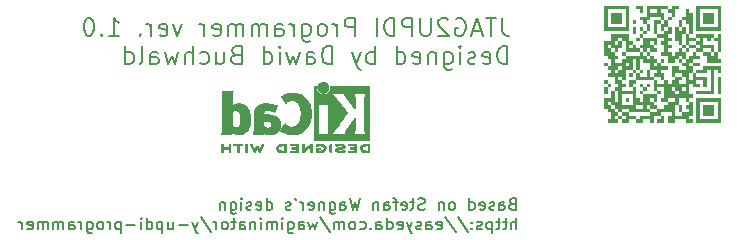
<source format=gbo>
%TF.GenerationSoftware,KiCad,Pcbnew,(5.1.10-0-10_14)*%
%TF.CreationDate,2021-11-02T10:24:53+01:00*%
%TF.ProjectId,UPDI_programmer,55504449-5f70-4726-9f67-72616d6d6572,rev?*%
%TF.SameCoordinates,Original*%
%TF.FileFunction,Legend,Bot*%
%TF.FilePolarity,Positive*%
%FSLAX46Y46*%
G04 Gerber Fmt 4.6, Leading zero omitted, Abs format (unit mm)*
G04 Created by KiCad (PCBNEW (5.1.10-0-10_14)) date 2021-11-02 10:24:53*
%MOMM*%
%LPD*%
G01*
G04 APERTURE LIST*
%ADD10C,0.150000*%
%ADD11C,0.100000*%
%ADD12C,0.010000*%
G04 APERTURE END LIST*
D10*
X147286071Y-73398571D02*
X147143214Y-73446190D01*
X147095595Y-73493809D01*
X147047976Y-73589047D01*
X147047976Y-73731904D01*
X147095595Y-73827142D01*
X147143214Y-73874761D01*
X147238452Y-73922380D01*
X147619404Y-73922380D01*
X147619404Y-72922380D01*
X147286071Y-72922380D01*
X147190833Y-72970000D01*
X147143214Y-73017619D01*
X147095595Y-73112857D01*
X147095595Y-73208095D01*
X147143214Y-73303333D01*
X147190833Y-73350952D01*
X147286071Y-73398571D01*
X147619404Y-73398571D01*
X146190833Y-73922380D02*
X146190833Y-73398571D01*
X146238452Y-73303333D01*
X146333690Y-73255714D01*
X146524166Y-73255714D01*
X146619404Y-73303333D01*
X146190833Y-73874761D02*
X146286071Y-73922380D01*
X146524166Y-73922380D01*
X146619404Y-73874761D01*
X146667023Y-73779523D01*
X146667023Y-73684285D01*
X146619404Y-73589047D01*
X146524166Y-73541428D01*
X146286071Y-73541428D01*
X146190833Y-73493809D01*
X145762261Y-73874761D02*
X145667023Y-73922380D01*
X145476547Y-73922380D01*
X145381309Y-73874761D01*
X145333690Y-73779523D01*
X145333690Y-73731904D01*
X145381309Y-73636666D01*
X145476547Y-73589047D01*
X145619404Y-73589047D01*
X145714642Y-73541428D01*
X145762261Y-73446190D01*
X145762261Y-73398571D01*
X145714642Y-73303333D01*
X145619404Y-73255714D01*
X145476547Y-73255714D01*
X145381309Y-73303333D01*
X144524166Y-73874761D02*
X144619404Y-73922380D01*
X144809880Y-73922380D01*
X144905119Y-73874761D01*
X144952738Y-73779523D01*
X144952738Y-73398571D01*
X144905119Y-73303333D01*
X144809880Y-73255714D01*
X144619404Y-73255714D01*
X144524166Y-73303333D01*
X144476547Y-73398571D01*
X144476547Y-73493809D01*
X144952738Y-73589047D01*
X143619404Y-73922380D02*
X143619404Y-72922380D01*
X143619404Y-73874761D02*
X143714642Y-73922380D01*
X143905119Y-73922380D01*
X144000357Y-73874761D01*
X144047976Y-73827142D01*
X144095595Y-73731904D01*
X144095595Y-73446190D01*
X144047976Y-73350952D01*
X144000357Y-73303333D01*
X143905119Y-73255714D01*
X143714642Y-73255714D01*
X143619404Y-73303333D01*
X142238452Y-73922380D02*
X142333690Y-73874761D01*
X142381309Y-73827142D01*
X142428928Y-73731904D01*
X142428928Y-73446190D01*
X142381309Y-73350952D01*
X142333690Y-73303333D01*
X142238452Y-73255714D01*
X142095595Y-73255714D01*
X142000357Y-73303333D01*
X141952738Y-73350952D01*
X141905119Y-73446190D01*
X141905119Y-73731904D01*
X141952738Y-73827142D01*
X142000357Y-73874761D01*
X142095595Y-73922380D01*
X142238452Y-73922380D01*
X141476547Y-73255714D02*
X141476547Y-73922380D01*
X141476547Y-73350952D02*
X141428928Y-73303333D01*
X141333690Y-73255714D01*
X141190833Y-73255714D01*
X141095595Y-73303333D01*
X141047976Y-73398571D01*
X141047976Y-73922380D01*
X139857500Y-73874761D02*
X139714642Y-73922380D01*
X139476547Y-73922380D01*
X139381309Y-73874761D01*
X139333690Y-73827142D01*
X139286071Y-73731904D01*
X139286071Y-73636666D01*
X139333690Y-73541428D01*
X139381309Y-73493809D01*
X139476547Y-73446190D01*
X139667023Y-73398571D01*
X139762261Y-73350952D01*
X139809880Y-73303333D01*
X139857500Y-73208095D01*
X139857500Y-73112857D01*
X139809880Y-73017619D01*
X139762261Y-72970000D01*
X139667023Y-72922380D01*
X139428928Y-72922380D01*
X139286071Y-72970000D01*
X139000357Y-73255714D02*
X138619404Y-73255714D01*
X138857500Y-72922380D02*
X138857500Y-73779523D01*
X138809880Y-73874761D01*
X138714642Y-73922380D01*
X138619404Y-73922380D01*
X137905119Y-73874761D02*
X138000357Y-73922380D01*
X138190833Y-73922380D01*
X138286071Y-73874761D01*
X138333690Y-73779523D01*
X138333690Y-73398571D01*
X138286071Y-73303333D01*
X138190833Y-73255714D01*
X138000357Y-73255714D01*
X137905119Y-73303333D01*
X137857500Y-73398571D01*
X137857500Y-73493809D01*
X138333690Y-73589047D01*
X137571785Y-73255714D02*
X137190833Y-73255714D01*
X137428928Y-73922380D02*
X137428928Y-73065238D01*
X137381309Y-72970000D01*
X137286071Y-72922380D01*
X137190833Y-72922380D01*
X136428928Y-73922380D02*
X136428928Y-73398571D01*
X136476547Y-73303333D01*
X136571785Y-73255714D01*
X136762261Y-73255714D01*
X136857500Y-73303333D01*
X136428928Y-73874761D02*
X136524166Y-73922380D01*
X136762261Y-73922380D01*
X136857500Y-73874761D01*
X136905119Y-73779523D01*
X136905119Y-73684285D01*
X136857500Y-73589047D01*
X136762261Y-73541428D01*
X136524166Y-73541428D01*
X136428928Y-73493809D01*
X135952738Y-73255714D02*
X135952738Y-73922380D01*
X135952738Y-73350952D02*
X135905119Y-73303333D01*
X135809880Y-73255714D01*
X135667023Y-73255714D01*
X135571785Y-73303333D01*
X135524166Y-73398571D01*
X135524166Y-73922380D01*
X134381309Y-72922380D02*
X134143214Y-73922380D01*
X133952738Y-73208095D01*
X133762261Y-73922380D01*
X133524166Y-72922380D01*
X132714642Y-73922380D02*
X132714642Y-73398571D01*
X132762261Y-73303333D01*
X132857500Y-73255714D01*
X133047976Y-73255714D01*
X133143214Y-73303333D01*
X132714642Y-73874761D02*
X132809880Y-73922380D01*
X133047976Y-73922380D01*
X133143214Y-73874761D01*
X133190833Y-73779523D01*
X133190833Y-73684285D01*
X133143214Y-73589047D01*
X133047976Y-73541428D01*
X132809880Y-73541428D01*
X132714642Y-73493809D01*
X131809880Y-73255714D02*
X131809880Y-74065238D01*
X131857500Y-74160476D01*
X131905119Y-74208095D01*
X132000357Y-74255714D01*
X132143214Y-74255714D01*
X132238452Y-74208095D01*
X131809880Y-73874761D02*
X131905119Y-73922380D01*
X132095595Y-73922380D01*
X132190833Y-73874761D01*
X132238452Y-73827142D01*
X132286071Y-73731904D01*
X132286071Y-73446190D01*
X132238452Y-73350952D01*
X132190833Y-73303333D01*
X132095595Y-73255714D01*
X131905119Y-73255714D01*
X131809880Y-73303333D01*
X131333690Y-73255714D02*
X131333690Y-73922380D01*
X131333690Y-73350952D02*
X131286071Y-73303333D01*
X131190833Y-73255714D01*
X131047976Y-73255714D01*
X130952738Y-73303333D01*
X130905119Y-73398571D01*
X130905119Y-73922380D01*
X130047976Y-73874761D02*
X130143214Y-73922380D01*
X130333690Y-73922380D01*
X130428928Y-73874761D01*
X130476547Y-73779523D01*
X130476547Y-73398571D01*
X130428928Y-73303333D01*
X130333690Y-73255714D01*
X130143214Y-73255714D01*
X130047976Y-73303333D01*
X130000357Y-73398571D01*
X130000357Y-73493809D01*
X130476547Y-73589047D01*
X129571785Y-73922380D02*
X129571785Y-73255714D01*
X129571785Y-73446190D02*
X129524166Y-73350952D01*
X129476547Y-73303333D01*
X129381309Y-73255714D01*
X129286071Y-73255714D01*
X128905119Y-72922380D02*
X128905119Y-72970000D01*
X128952738Y-73065238D01*
X129000357Y-73112857D01*
X128524166Y-73874761D02*
X128428928Y-73922380D01*
X128238452Y-73922380D01*
X128143214Y-73874761D01*
X128095595Y-73779523D01*
X128095595Y-73731904D01*
X128143214Y-73636666D01*
X128238452Y-73589047D01*
X128381309Y-73589047D01*
X128476547Y-73541428D01*
X128524166Y-73446190D01*
X128524166Y-73398571D01*
X128476547Y-73303333D01*
X128381309Y-73255714D01*
X128238452Y-73255714D01*
X128143214Y-73303333D01*
X126476547Y-73922380D02*
X126476547Y-72922380D01*
X126476547Y-73874761D02*
X126571785Y-73922380D01*
X126762261Y-73922380D01*
X126857500Y-73874761D01*
X126905119Y-73827142D01*
X126952738Y-73731904D01*
X126952738Y-73446190D01*
X126905119Y-73350952D01*
X126857500Y-73303333D01*
X126762261Y-73255714D01*
X126571785Y-73255714D01*
X126476547Y-73303333D01*
X125619404Y-73874761D02*
X125714642Y-73922380D01*
X125905119Y-73922380D01*
X126000357Y-73874761D01*
X126047976Y-73779523D01*
X126047976Y-73398571D01*
X126000357Y-73303333D01*
X125905119Y-73255714D01*
X125714642Y-73255714D01*
X125619404Y-73303333D01*
X125571785Y-73398571D01*
X125571785Y-73493809D01*
X126047976Y-73589047D01*
X125190833Y-73874761D02*
X125095595Y-73922380D01*
X124905119Y-73922380D01*
X124809880Y-73874761D01*
X124762261Y-73779523D01*
X124762261Y-73731904D01*
X124809880Y-73636666D01*
X124905119Y-73589047D01*
X125047976Y-73589047D01*
X125143214Y-73541428D01*
X125190833Y-73446190D01*
X125190833Y-73398571D01*
X125143214Y-73303333D01*
X125047976Y-73255714D01*
X124905119Y-73255714D01*
X124809880Y-73303333D01*
X124333690Y-73922380D02*
X124333690Y-73255714D01*
X124333690Y-72922380D02*
X124381309Y-72970000D01*
X124333690Y-73017619D01*
X124286071Y-72970000D01*
X124333690Y-72922380D01*
X124333690Y-73017619D01*
X123428928Y-73255714D02*
X123428928Y-74065238D01*
X123476547Y-74160476D01*
X123524166Y-74208095D01*
X123619404Y-74255714D01*
X123762261Y-74255714D01*
X123857500Y-74208095D01*
X123428928Y-73874761D02*
X123524166Y-73922380D01*
X123714642Y-73922380D01*
X123809880Y-73874761D01*
X123857500Y-73827142D01*
X123905119Y-73731904D01*
X123905119Y-73446190D01*
X123857500Y-73350952D01*
X123809880Y-73303333D01*
X123714642Y-73255714D01*
X123524166Y-73255714D01*
X123428928Y-73303333D01*
X122952738Y-73255714D02*
X122952738Y-73922380D01*
X122952738Y-73350952D02*
X122905119Y-73303333D01*
X122809880Y-73255714D01*
X122667023Y-73255714D01*
X122571785Y-73303333D01*
X122524166Y-73398571D01*
X122524166Y-73922380D01*
X147619404Y-75572380D02*
X147619404Y-74572380D01*
X147190833Y-75572380D02*
X147190833Y-75048571D01*
X147238452Y-74953333D01*
X147333690Y-74905714D01*
X147476547Y-74905714D01*
X147571785Y-74953333D01*
X147619404Y-75000952D01*
X146857500Y-74905714D02*
X146476547Y-74905714D01*
X146714642Y-74572380D02*
X146714642Y-75429523D01*
X146667023Y-75524761D01*
X146571785Y-75572380D01*
X146476547Y-75572380D01*
X146286071Y-74905714D02*
X145905119Y-74905714D01*
X146143214Y-74572380D02*
X146143214Y-75429523D01*
X146095595Y-75524761D01*
X146000357Y-75572380D01*
X145905119Y-75572380D01*
X145571785Y-74905714D02*
X145571785Y-75905714D01*
X145571785Y-74953333D02*
X145476547Y-74905714D01*
X145286071Y-74905714D01*
X145190833Y-74953333D01*
X145143214Y-75000952D01*
X145095595Y-75096190D01*
X145095595Y-75381904D01*
X145143214Y-75477142D01*
X145190833Y-75524761D01*
X145286071Y-75572380D01*
X145476547Y-75572380D01*
X145571785Y-75524761D01*
X144714642Y-75524761D02*
X144619404Y-75572380D01*
X144428928Y-75572380D01*
X144333690Y-75524761D01*
X144286071Y-75429523D01*
X144286071Y-75381904D01*
X144333690Y-75286666D01*
X144428928Y-75239047D01*
X144571785Y-75239047D01*
X144667023Y-75191428D01*
X144714642Y-75096190D01*
X144714642Y-75048571D01*
X144667023Y-74953333D01*
X144571785Y-74905714D01*
X144428928Y-74905714D01*
X144333690Y-74953333D01*
X143857500Y-75477142D02*
X143809880Y-75524761D01*
X143857500Y-75572380D01*
X143905119Y-75524761D01*
X143857500Y-75477142D01*
X143857500Y-75572380D01*
X143857500Y-74953333D02*
X143809880Y-75000952D01*
X143857500Y-75048571D01*
X143905119Y-75000952D01*
X143857500Y-74953333D01*
X143857500Y-75048571D01*
X142667023Y-74524761D02*
X143524166Y-75810476D01*
X141619404Y-74524761D02*
X142476547Y-75810476D01*
X140905119Y-75524761D02*
X141000357Y-75572380D01*
X141190833Y-75572380D01*
X141286071Y-75524761D01*
X141333690Y-75429523D01*
X141333690Y-75048571D01*
X141286071Y-74953333D01*
X141190833Y-74905714D01*
X141000357Y-74905714D01*
X140905119Y-74953333D01*
X140857500Y-75048571D01*
X140857500Y-75143809D01*
X141333690Y-75239047D01*
X140000357Y-75572380D02*
X140000357Y-75048571D01*
X140047976Y-74953333D01*
X140143214Y-74905714D01*
X140333690Y-74905714D01*
X140428928Y-74953333D01*
X140000357Y-75524761D02*
X140095595Y-75572380D01*
X140333690Y-75572380D01*
X140428928Y-75524761D01*
X140476547Y-75429523D01*
X140476547Y-75334285D01*
X140428928Y-75239047D01*
X140333690Y-75191428D01*
X140095595Y-75191428D01*
X140000357Y-75143809D01*
X139571785Y-75524761D02*
X139476547Y-75572380D01*
X139286071Y-75572380D01*
X139190833Y-75524761D01*
X139143214Y-75429523D01*
X139143214Y-75381904D01*
X139190833Y-75286666D01*
X139286071Y-75239047D01*
X139428928Y-75239047D01*
X139524166Y-75191428D01*
X139571785Y-75096190D01*
X139571785Y-75048571D01*
X139524166Y-74953333D01*
X139428928Y-74905714D01*
X139286071Y-74905714D01*
X139190833Y-74953333D01*
X138809880Y-74905714D02*
X138571785Y-75572380D01*
X138333690Y-74905714D02*
X138571785Y-75572380D01*
X138667023Y-75810476D01*
X138714642Y-75858095D01*
X138809880Y-75905714D01*
X137571785Y-75524761D02*
X137667023Y-75572380D01*
X137857500Y-75572380D01*
X137952738Y-75524761D01*
X138000357Y-75429523D01*
X138000357Y-75048571D01*
X137952738Y-74953333D01*
X137857500Y-74905714D01*
X137667023Y-74905714D01*
X137571785Y-74953333D01*
X137524166Y-75048571D01*
X137524166Y-75143809D01*
X138000357Y-75239047D01*
X136667023Y-75572380D02*
X136667023Y-74572380D01*
X136667023Y-75524761D02*
X136762261Y-75572380D01*
X136952738Y-75572380D01*
X137047976Y-75524761D01*
X137095595Y-75477142D01*
X137143214Y-75381904D01*
X137143214Y-75096190D01*
X137095595Y-75000952D01*
X137047976Y-74953333D01*
X136952738Y-74905714D01*
X136762261Y-74905714D01*
X136667023Y-74953333D01*
X135762261Y-75572380D02*
X135762261Y-75048571D01*
X135809880Y-74953333D01*
X135905119Y-74905714D01*
X136095595Y-74905714D01*
X136190833Y-74953333D01*
X135762261Y-75524761D02*
X135857500Y-75572380D01*
X136095595Y-75572380D01*
X136190833Y-75524761D01*
X136238452Y-75429523D01*
X136238452Y-75334285D01*
X136190833Y-75239047D01*
X136095595Y-75191428D01*
X135857500Y-75191428D01*
X135762261Y-75143809D01*
X135286071Y-75477142D02*
X135238452Y-75524761D01*
X135286071Y-75572380D01*
X135333690Y-75524761D01*
X135286071Y-75477142D01*
X135286071Y-75572380D01*
X134381309Y-75524761D02*
X134476547Y-75572380D01*
X134667023Y-75572380D01*
X134762261Y-75524761D01*
X134809880Y-75477142D01*
X134857500Y-75381904D01*
X134857500Y-75096190D01*
X134809880Y-75000952D01*
X134762261Y-74953333D01*
X134667023Y-74905714D01*
X134476547Y-74905714D01*
X134381309Y-74953333D01*
X133809880Y-75572380D02*
X133905119Y-75524761D01*
X133952738Y-75477142D01*
X134000357Y-75381904D01*
X134000357Y-75096190D01*
X133952738Y-75000952D01*
X133905119Y-74953333D01*
X133809880Y-74905714D01*
X133667023Y-74905714D01*
X133571785Y-74953333D01*
X133524166Y-75000952D01*
X133476547Y-75096190D01*
X133476547Y-75381904D01*
X133524166Y-75477142D01*
X133571785Y-75524761D01*
X133667023Y-75572380D01*
X133809880Y-75572380D01*
X133047976Y-75572380D02*
X133047976Y-74905714D01*
X133047976Y-75000952D02*
X133000357Y-74953333D01*
X132905119Y-74905714D01*
X132762261Y-74905714D01*
X132667023Y-74953333D01*
X132619404Y-75048571D01*
X132619404Y-75572380D01*
X132619404Y-75048571D02*
X132571785Y-74953333D01*
X132476547Y-74905714D01*
X132333690Y-74905714D01*
X132238452Y-74953333D01*
X132190833Y-75048571D01*
X132190833Y-75572380D01*
X131000357Y-74524761D02*
X131857500Y-75810476D01*
X130762261Y-74905714D02*
X130571785Y-75572380D01*
X130381309Y-75096190D01*
X130190833Y-75572380D01*
X130000357Y-74905714D01*
X129190833Y-75572380D02*
X129190833Y-75048571D01*
X129238452Y-74953333D01*
X129333690Y-74905714D01*
X129524166Y-74905714D01*
X129619404Y-74953333D01*
X129190833Y-75524761D02*
X129286071Y-75572380D01*
X129524166Y-75572380D01*
X129619404Y-75524761D01*
X129667023Y-75429523D01*
X129667023Y-75334285D01*
X129619404Y-75239047D01*
X129524166Y-75191428D01*
X129286071Y-75191428D01*
X129190833Y-75143809D01*
X128286071Y-74905714D02*
X128286071Y-75715238D01*
X128333690Y-75810476D01*
X128381309Y-75858095D01*
X128476547Y-75905714D01*
X128619404Y-75905714D01*
X128714642Y-75858095D01*
X128286071Y-75524761D02*
X128381309Y-75572380D01*
X128571785Y-75572380D01*
X128667023Y-75524761D01*
X128714642Y-75477142D01*
X128762261Y-75381904D01*
X128762261Y-75096190D01*
X128714642Y-75000952D01*
X128667023Y-74953333D01*
X128571785Y-74905714D01*
X128381309Y-74905714D01*
X128286071Y-74953333D01*
X127809880Y-75572380D02*
X127809880Y-74905714D01*
X127809880Y-74572380D02*
X127857500Y-74620000D01*
X127809880Y-74667619D01*
X127762261Y-74620000D01*
X127809880Y-74572380D01*
X127809880Y-74667619D01*
X127333690Y-75572380D02*
X127333690Y-74905714D01*
X127333690Y-75000952D02*
X127286071Y-74953333D01*
X127190833Y-74905714D01*
X127047976Y-74905714D01*
X126952738Y-74953333D01*
X126905119Y-75048571D01*
X126905119Y-75572380D01*
X126905119Y-75048571D02*
X126857500Y-74953333D01*
X126762261Y-74905714D01*
X126619404Y-74905714D01*
X126524166Y-74953333D01*
X126476547Y-75048571D01*
X126476547Y-75572380D01*
X126000357Y-75572380D02*
X126000357Y-74905714D01*
X126000357Y-74572380D02*
X126047976Y-74620000D01*
X126000357Y-74667619D01*
X125952738Y-74620000D01*
X126000357Y-74572380D01*
X126000357Y-74667619D01*
X125524166Y-74905714D02*
X125524166Y-75572380D01*
X125524166Y-75000952D02*
X125476547Y-74953333D01*
X125381309Y-74905714D01*
X125238452Y-74905714D01*
X125143214Y-74953333D01*
X125095595Y-75048571D01*
X125095595Y-75572380D01*
X124190833Y-75572380D02*
X124190833Y-75048571D01*
X124238452Y-74953333D01*
X124333690Y-74905714D01*
X124524166Y-74905714D01*
X124619404Y-74953333D01*
X124190833Y-75524761D02*
X124286071Y-75572380D01*
X124524166Y-75572380D01*
X124619404Y-75524761D01*
X124667023Y-75429523D01*
X124667023Y-75334285D01*
X124619404Y-75239047D01*
X124524166Y-75191428D01*
X124286071Y-75191428D01*
X124190833Y-75143809D01*
X123857500Y-74905714D02*
X123476547Y-74905714D01*
X123714642Y-74572380D02*
X123714642Y-75429523D01*
X123667023Y-75524761D01*
X123571785Y-75572380D01*
X123476547Y-75572380D01*
X123000357Y-75572380D02*
X123095595Y-75524761D01*
X123143214Y-75477142D01*
X123190833Y-75381904D01*
X123190833Y-75096190D01*
X123143214Y-75000952D01*
X123095595Y-74953333D01*
X123000357Y-74905714D01*
X122857500Y-74905714D01*
X122762261Y-74953333D01*
X122714642Y-75000952D01*
X122667023Y-75096190D01*
X122667023Y-75381904D01*
X122714642Y-75477142D01*
X122762261Y-75524761D01*
X122857500Y-75572380D01*
X123000357Y-75572380D01*
X122238452Y-75572380D02*
X122238452Y-74905714D01*
X122238452Y-75096190D02*
X122190833Y-75000952D01*
X122143214Y-74953333D01*
X122047976Y-74905714D01*
X121952738Y-74905714D01*
X120905119Y-74524761D02*
X121762261Y-75810476D01*
X120667023Y-74905714D02*
X120428928Y-75572380D01*
X120190833Y-74905714D02*
X120428928Y-75572380D01*
X120524166Y-75810476D01*
X120571785Y-75858095D01*
X120667023Y-75905714D01*
X119809880Y-75191428D02*
X119047976Y-75191428D01*
X118143214Y-74905714D02*
X118143214Y-75572380D01*
X118571785Y-74905714D02*
X118571785Y-75429523D01*
X118524166Y-75524761D01*
X118428928Y-75572380D01*
X118286071Y-75572380D01*
X118190833Y-75524761D01*
X118143214Y-75477142D01*
X117667023Y-74905714D02*
X117667023Y-75905714D01*
X117667023Y-74953333D02*
X117571785Y-74905714D01*
X117381309Y-74905714D01*
X117286071Y-74953333D01*
X117238452Y-75000952D01*
X117190833Y-75096190D01*
X117190833Y-75381904D01*
X117238452Y-75477142D01*
X117286071Y-75524761D01*
X117381309Y-75572380D01*
X117571785Y-75572380D01*
X117667023Y-75524761D01*
X116333690Y-75572380D02*
X116333690Y-74572380D01*
X116333690Y-75524761D02*
X116428928Y-75572380D01*
X116619404Y-75572380D01*
X116714642Y-75524761D01*
X116762261Y-75477142D01*
X116809880Y-75381904D01*
X116809880Y-75096190D01*
X116762261Y-75000952D01*
X116714642Y-74953333D01*
X116619404Y-74905714D01*
X116428928Y-74905714D01*
X116333690Y-74953333D01*
X115857500Y-75572380D02*
X115857500Y-74905714D01*
X115857500Y-74572380D02*
X115905119Y-74620000D01*
X115857500Y-74667619D01*
X115809880Y-74620000D01*
X115857500Y-74572380D01*
X115857500Y-74667619D01*
X115381309Y-75191428D02*
X114619404Y-75191428D01*
X114143214Y-74905714D02*
X114143214Y-75905714D01*
X114143214Y-74953333D02*
X114047976Y-74905714D01*
X113857500Y-74905714D01*
X113762261Y-74953333D01*
X113714642Y-75000952D01*
X113667023Y-75096190D01*
X113667023Y-75381904D01*
X113714642Y-75477142D01*
X113762261Y-75524761D01*
X113857500Y-75572380D01*
X114047976Y-75572380D01*
X114143214Y-75524761D01*
X113238452Y-75572380D02*
X113238452Y-74905714D01*
X113238452Y-75096190D02*
X113190833Y-75000952D01*
X113143214Y-74953333D01*
X113047976Y-74905714D01*
X112952738Y-74905714D01*
X112476547Y-75572380D02*
X112571785Y-75524761D01*
X112619404Y-75477142D01*
X112667023Y-75381904D01*
X112667023Y-75096190D01*
X112619404Y-75000952D01*
X112571785Y-74953333D01*
X112476547Y-74905714D01*
X112333690Y-74905714D01*
X112238452Y-74953333D01*
X112190833Y-75000952D01*
X112143214Y-75096190D01*
X112143214Y-75381904D01*
X112190833Y-75477142D01*
X112238452Y-75524761D01*
X112333690Y-75572380D01*
X112476547Y-75572380D01*
X111286071Y-74905714D02*
X111286071Y-75715238D01*
X111333690Y-75810476D01*
X111381309Y-75858095D01*
X111476547Y-75905714D01*
X111619404Y-75905714D01*
X111714642Y-75858095D01*
X111286071Y-75524761D02*
X111381309Y-75572380D01*
X111571785Y-75572380D01*
X111667023Y-75524761D01*
X111714642Y-75477142D01*
X111762261Y-75381904D01*
X111762261Y-75096190D01*
X111714642Y-75000952D01*
X111667023Y-74953333D01*
X111571785Y-74905714D01*
X111381309Y-74905714D01*
X111286071Y-74953333D01*
X110809880Y-75572380D02*
X110809880Y-74905714D01*
X110809880Y-75096190D02*
X110762261Y-75000952D01*
X110714642Y-74953333D01*
X110619404Y-74905714D01*
X110524166Y-74905714D01*
X109762261Y-75572380D02*
X109762261Y-75048571D01*
X109809880Y-74953333D01*
X109905119Y-74905714D01*
X110095595Y-74905714D01*
X110190833Y-74953333D01*
X109762261Y-75524761D02*
X109857500Y-75572380D01*
X110095595Y-75572380D01*
X110190833Y-75524761D01*
X110238452Y-75429523D01*
X110238452Y-75334285D01*
X110190833Y-75239047D01*
X110095595Y-75191428D01*
X109857500Y-75191428D01*
X109762261Y-75143809D01*
X109286071Y-75572380D02*
X109286071Y-74905714D01*
X109286071Y-75000952D02*
X109238452Y-74953333D01*
X109143214Y-74905714D01*
X109000357Y-74905714D01*
X108905119Y-74953333D01*
X108857500Y-75048571D01*
X108857500Y-75572380D01*
X108857500Y-75048571D02*
X108809880Y-74953333D01*
X108714642Y-74905714D01*
X108571785Y-74905714D01*
X108476547Y-74953333D01*
X108428928Y-75048571D01*
X108428928Y-75572380D01*
X107952738Y-75572380D02*
X107952738Y-74905714D01*
X107952738Y-75000952D02*
X107905119Y-74953333D01*
X107809880Y-74905714D01*
X107667023Y-74905714D01*
X107571785Y-74953333D01*
X107524166Y-75048571D01*
X107524166Y-75572380D01*
X107524166Y-75048571D02*
X107476547Y-74953333D01*
X107381309Y-74905714D01*
X107238452Y-74905714D01*
X107143214Y-74953333D01*
X107095595Y-75048571D01*
X107095595Y-75572380D01*
X106238452Y-75524761D02*
X106333690Y-75572380D01*
X106524166Y-75572380D01*
X106619404Y-75524761D01*
X106667023Y-75429523D01*
X106667023Y-75048571D01*
X106619404Y-74953333D01*
X106524166Y-74905714D01*
X106333690Y-74905714D01*
X106238452Y-74953333D01*
X106190833Y-75048571D01*
X106190833Y-75143809D01*
X106667023Y-75239047D01*
X105762261Y-75572380D02*
X105762261Y-74905714D01*
X105762261Y-75096190D02*
X105714642Y-75000952D01*
X105667023Y-74953333D01*
X105571785Y-74905714D01*
X105476547Y-74905714D01*
X146436785Y-57668571D02*
X146436785Y-58740000D01*
X146508214Y-58954285D01*
X146651071Y-59097142D01*
X146865357Y-59168571D01*
X147008214Y-59168571D01*
X145936785Y-57668571D02*
X145079642Y-57668571D01*
X145508214Y-59168571D02*
X145508214Y-57668571D01*
X144651071Y-58740000D02*
X143936785Y-58740000D01*
X144793928Y-59168571D02*
X144293928Y-57668571D01*
X143793928Y-59168571D01*
X142508214Y-57740000D02*
X142651071Y-57668571D01*
X142865357Y-57668571D01*
X143079642Y-57740000D01*
X143222500Y-57882857D01*
X143293928Y-58025714D01*
X143365357Y-58311428D01*
X143365357Y-58525714D01*
X143293928Y-58811428D01*
X143222500Y-58954285D01*
X143079642Y-59097142D01*
X142865357Y-59168571D01*
X142722500Y-59168571D01*
X142508214Y-59097142D01*
X142436785Y-59025714D01*
X142436785Y-58525714D01*
X142722500Y-58525714D01*
X141865357Y-57811428D02*
X141793928Y-57740000D01*
X141651071Y-57668571D01*
X141293928Y-57668571D01*
X141151071Y-57740000D01*
X141079642Y-57811428D01*
X141008214Y-57954285D01*
X141008214Y-58097142D01*
X141079642Y-58311428D01*
X141936785Y-59168571D01*
X141008214Y-59168571D01*
X140365357Y-57668571D02*
X140365357Y-58882857D01*
X140293928Y-59025714D01*
X140222500Y-59097142D01*
X140079642Y-59168571D01*
X139793928Y-59168571D01*
X139651071Y-59097142D01*
X139579642Y-59025714D01*
X139508214Y-58882857D01*
X139508214Y-57668571D01*
X138793928Y-59168571D02*
X138793928Y-57668571D01*
X138222500Y-57668571D01*
X138079642Y-57740000D01*
X138008214Y-57811428D01*
X137936785Y-57954285D01*
X137936785Y-58168571D01*
X138008214Y-58311428D01*
X138079642Y-58382857D01*
X138222500Y-58454285D01*
X138793928Y-58454285D01*
X137293928Y-59168571D02*
X137293928Y-57668571D01*
X136936785Y-57668571D01*
X136722500Y-57740000D01*
X136579642Y-57882857D01*
X136508214Y-58025714D01*
X136436785Y-58311428D01*
X136436785Y-58525714D01*
X136508214Y-58811428D01*
X136579642Y-58954285D01*
X136722500Y-59097142D01*
X136936785Y-59168571D01*
X137293928Y-59168571D01*
X135793928Y-59168571D02*
X135793928Y-57668571D01*
X133936785Y-59168571D02*
X133936785Y-57668571D01*
X133365357Y-57668571D01*
X133222500Y-57740000D01*
X133151071Y-57811428D01*
X133079642Y-57954285D01*
X133079642Y-58168571D01*
X133151071Y-58311428D01*
X133222500Y-58382857D01*
X133365357Y-58454285D01*
X133936785Y-58454285D01*
X132436785Y-59168571D02*
X132436785Y-58168571D01*
X132436785Y-58454285D02*
X132365357Y-58311428D01*
X132293928Y-58240000D01*
X132151071Y-58168571D01*
X132008214Y-58168571D01*
X131293928Y-59168571D02*
X131436785Y-59097142D01*
X131508214Y-59025714D01*
X131579642Y-58882857D01*
X131579642Y-58454285D01*
X131508214Y-58311428D01*
X131436785Y-58240000D01*
X131293928Y-58168571D01*
X131079642Y-58168571D01*
X130936785Y-58240000D01*
X130865357Y-58311428D01*
X130793928Y-58454285D01*
X130793928Y-58882857D01*
X130865357Y-59025714D01*
X130936785Y-59097142D01*
X131079642Y-59168571D01*
X131293928Y-59168571D01*
X129508214Y-58168571D02*
X129508214Y-59382857D01*
X129579642Y-59525714D01*
X129651071Y-59597142D01*
X129793928Y-59668571D01*
X130008214Y-59668571D01*
X130151071Y-59597142D01*
X129508214Y-59097142D02*
X129651071Y-59168571D01*
X129936785Y-59168571D01*
X130079642Y-59097142D01*
X130151071Y-59025714D01*
X130222500Y-58882857D01*
X130222500Y-58454285D01*
X130151071Y-58311428D01*
X130079642Y-58240000D01*
X129936785Y-58168571D01*
X129651071Y-58168571D01*
X129508214Y-58240000D01*
X128793928Y-59168571D02*
X128793928Y-58168571D01*
X128793928Y-58454285D02*
X128722500Y-58311428D01*
X128651071Y-58240000D01*
X128508214Y-58168571D01*
X128365357Y-58168571D01*
X127222500Y-59168571D02*
X127222500Y-58382857D01*
X127293928Y-58240000D01*
X127436785Y-58168571D01*
X127722500Y-58168571D01*
X127865357Y-58240000D01*
X127222500Y-59097142D02*
X127365357Y-59168571D01*
X127722500Y-59168571D01*
X127865357Y-59097142D01*
X127936785Y-58954285D01*
X127936785Y-58811428D01*
X127865357Y-58668571D01*
X127722500Y-58597142D01*
X127365357Y-58597142D01*
X127222500Y-58525714D01*
X126508214Y-59168571D02*
X126508214Y-58168571D01*
X126508214Y-58311428D02*
X126436785Y-58240000D01*
X126293928Y-58168571D01*
X126079642Y-58168571D01*
X125936785Y-58240000D01*
X125865357Y-58382857D01*
X125865357Y-59168571D01*
X125865357Y-58382857D02*
X125793928Y-58240000D01*
X125651071Y-58168571D01*
X125436785Y-58168571D01*
X125293928Y-58240000D01*
X125222500Y-58382857D01*
X125222500Y-59168571D01*
X124508214Y-59168571D02*
X124508214Y-58168571D01*
X124508214Y-58311428D02*
X124436785Y-58240000D01*
X124293928Y-58168571D01*
X124079642Y-58168571D01*
X123936785Y-58240000D01*
X123865357Y-58382857D01*
X123865357Y-59168571D01*
X123865357Y-58382857D02*
X123793928Y-58240000D01*
X123651071Y-58168571D01*
X123436785Y-58168571D01*
X123293928Y-58240000D01*
X123222500Y-58382857D01*
X123222500Y-59168571D01*
X121936785Y-59097142D02*
X122079642Y-59168571D01*
X122365357Y-59168571D01*
X122508214Y-59097142D01*
X122579642Y-58954285D01*
X122579642Y-58382857D01*
X122508214Y-58240000D01*
X122365357Y-58168571D01*
X122079642Y-58168571D01*
X121936785Y-58240000D01*
X121865357Y-58382857D01*
X121865357Y-58525714D01*
X122579642Y-58668571D01*
X121222500Y-59168571D02*
X121222500Y-58168571D01*
X121222500Y-58454285D02*
X121151071Y-58311428D01*
X121079642Y-58240000D01*
X120936785Y-58168571D01*
X120793928Y-58168571D01*
X119293928Y-58168571D02*
X118936785Y-59168571D01*
X118579642Y-58168571D01*
X117436785Y-59097142D02*
X117579642Y-59168571D01*
X117865357Y-59168571D01*
X118008214Y-59097142D01*
X118079642Y-58954285D01*
X118079642Y-58382857D01*
X118008214Y-58240000D01*
X117865357Y-58168571D01*
X117579642Y-58168571D01*
X117436785Y-58240000D01*
X117365357Y-58382857D01*
X117365357Y-58525714D01*
X118079642Y-58668571D01*
X116722500Y-59168571D02*
X116722500Y-58168571D01*
X116722500Y-58454285D02*
X116651071Y-58311428D01*
X116579642Y-58240000D01*
X116436785Y-58168571D01*
X116293928Y-58168571D01*
X115793928Y-59025714D02*
X115722500Y-59097142D01*
X115793928Y-59168571D01*
X115865357Y-59097142D01*
X115793928Y-59025714D01*
X115793928Y-59168571D01*
X113151071Y-59168571D02*
X114008214Y-59168571D01*
X113579642Y-59168571D02*
X113579642Y-57668571D01*
X113722500Y-57882857D01*
X113865357Y-58025714D01*
X114008214Y-58097142D01*
X112508214Y-59025714D02*
X112436785Y-59097142D01*
X112508214Y-59168571D01*
X112579642Y-59097142D01*
X112508214Y-59025714D01*
X112508214Y-59168571D01*
X111508214Y-57668571D02*
X111365357Y-57668571D01*
X111222500Y-57740000D01*
X111151071Y-57811428D01*
X111079642Y-57954285D01*
X111008214Y-58240000D01*
X111008214Y-58597142D01*
X111079642Y-58882857D01*
X111151071Y-59025714D01*
X111222500Y-59097142D01*
X111365357Y-59168571D01*
X111508214Y-59168571D01*
X111651071Y-59097142D01*
X111722500Y-59025714D01*
X111793928Y-58882857D01*
X111865357Y-58597142D01*
X111865357Y-58240000D01*
X111793928Y-57954285D01*
X111722500Y-57811428D01*
X111651071Y-57740000D01*
X111508214Y-57668571D01*
X146865357Y-61568571D02*
X146865357Y-60068571D01*
X146508214Y-60068571D01*
X146293928Y-60140000D01*
X146151071Y-60282857D01*
X146079642Y-60425714D01*
X146008214Y-60711428D01*
X146008214Y-60925714D01*
X146079642Y-61211428D01*
X146151071Y-61354285D01*
X146293928Y-61497142D01*
X146508214Y-61568571D01*
X146865357Y-61568571D01*
X144793928Y-61497142D02*
X144936785Y-61568571D01*
X145222500Y-61568571D01*
X145365357Y-61497142D01*
X145436785Y-61354285D01*
X145436785Y-60782857D01*
X145365357Y-60640000D01*
X145222500Y-60568571D01*
X144936785Y-60568571D01*
X144793928Y-60640000D01*
X144722500Y-60782857D01*
X144722500Y-60925714D01*
X145436785Y-61068571D01*
X144151071Y-61497142D02*
X144008214Y-61568571D01*
X143722500Y-61568571D01*
X143579642Y-61497142D01*
X143508214Y-61354285D01*
X143508214Y-61282857D01*
X143579642Y-61140000D01*
X143722500Y-61068571D01*
X143936785Y-61068571D01*
X144079642Y-60997142D01*
X144151071Y-60854285D01*
X144151071Y-60782857D01*
X144079642Y-60640000D01*
X143936785Y-60568571D01*
X143722500Y-60568571D01*
X143579642Y-60640000D01*
X142865357Y-61568571D02*
X142865357Y-60568571D01*
X142865357Y-60068571D02*
X142936785Y-60140000D01*
X142865357Y-60211428D01*
X142793928Y-60140000D01*
X142865357Y-60068571D01*
X142865357Y-60211428D01*
X141508214Y-60568571D02*
X141508214Y-61782857D01*
X141579642Y-61925714D01*
X141651071Y-61997142D01*
X141793928Y-62068571D01*
X142008214Y-62068571D01*
X142151071Y-61997142D01*
X141508214Y-61497142D02*
X141651071Y-61568571D01*
X141936785Y-61568571D01*
X142079642Y-61497142D01*
X142151071Y-61425714D01*
X142222500Y-61282857D01*
X142222500Y-60854285D01*
X142151071Y-60711428D01*
X142079642Y-60640000D01*
X141936785Y-60568571D01*
X141651071Y-60568571D01*
X141508214Y-60640000D01*
X140793928Y-60568571D02*
X140793928Y-61568571D01*
X140793928Y-60711428D02*
X140722500Y-60640000D01*
X140579642Y-60568571D01*
X140365357Y-60568571D01*
X140222500Y-60640000D01*
X140151071Y-60782857D01*
X140151071Y-61568571D01*
X138865357Y-61497142D02*
X139008214Y-61568571D01*
X139293928Y-61568571D01*
X139436785Y-61497142D01*
X139508214Y-61354285D01*
X139508214Y-60782857D01*
X139436785Y-60640000D01*
X139293928Y-60568571D01*
X139008214Y-60568571D01*
X138865357Y-60640000D01*
X138793928Y-60782857D01*
X138793928Y-60925714D01*
X139508214Y-61068571D01*
X137508214Y-61568571D02*
X137508214Y-60068571D01*
X137508214Y-61497142D02*
X137651071Y-61568571D01*
X137936785Y-61568571D01*
X138079642Y-61497142D01*
X138151071Y-61425714D01*
X138222500Y-61282857D01*
X138222500Y-60854285D01*
X138151071Y-60711428D01*
X138079642Y-60640000D01*
X137936785Y-60568571D01*
X137651071Y-60568571D01*
X137508214Y-60640000D01*
X135651071Y-61568571D02*
X135651071Y-60068571D01*
X135651071Y-60640000D02*
X135508214Y-60568571D01*
X135222500Y-60568571D01*
X135079642Y-60640000D01*
X135008214Y-60711428D01*
X134936785Y-60854285D01*
X134936785Y-61282857D01*
X135008214Y-61425714D01*
X135079642Y-61497142D01*
X135222500Y-61568571D01*
X135508214Y-61568571D01*
X135651071Y-61497142D01*
X134436785Y-60568571D02*
X134079642Y-61568571D01*
X133722500Y-60568571D02*
X134079642Y-61568571D01*
X134222500Y-61925714D01*
X134293928Y-61997142D01*
X134436785Y-62068571D01*
X132008214Y-61568571D02*
X132008214Y-60068571D01*
X131651071Y-60068571D01*
X131436785Y-60140000D01*
X131293928Y-60282857D01*
X131222500Y-60425714D01*
X131151071Y-60711428D01*
X131151071Y-60925714D01*
X131222500Y-61211428D01*
X131293928Y-61354285D01*
X131436785Y-61497142D01*
X131651071Y-61568571D01*
X132008214Y-61568571D01*
X129865357Y-61568571D02*
X129865357Y-60782857D01*
X129936785Y-60640000D01*
X130079642Y-60568571D01*
X130365357Y-60568571D01*
X130508214Y-60640000D01*
X129865357Y-61497142D02*
X130008214Y-61568571D01*
X130365357Y-61568571D01*
X130508214Y-61497142D01*
X130579642Y-61354285D01*
X130579642Y-61211428D01*
X130508214Y-61068571D01*
X130365357Y-60997142D01*
X130008214Y-60997142D01*
X129865357Y-60925714D01*
X129293928Y-60568571D02*
X129008214Y-61568571D01*
X128722500Y-60854285D01*
X128436785Y-61568571D01*
X128151071Y-60568571D01*
X127579642Y-61568571D02*
X127579642Y-60568571D01*
X127579642Y-60068571D02*
X127651071Y-60140000D01*
X127579642Y-60211428D01*
X127508214Y-60140000D01*
X127579642Y-60068571D01*
X127579642Y-60211428D01*
X126222500Y-61568571D02*
X126222500Y-60068571D01*
X126222500Y-61497142D02*
X126365357Y-61568571D01*
X126651071Y-61568571D01*
X126793928Y-61497142D01*
X126865357Y-61425714D01*
X126936785Y-61282857D01*
X126936785Y-60854285D01*
X126865357Y-60711428D01*
X126793928Y-60640000D01*
X126651071Y-60568571D01*
X126365357Y-60568571D01*
X126222500Y-60640000D01*
X123865357Y-60782857D02*
X123651071Y-60854285D01*
X123579642Y-60925714D01*
X123508214Y-61068571D01*
X123508214Y-61282857D01*
X123579642Y-61425714D01*
X123651071Y-61497142D01*
X123793928Y-61568571D01*
X124365357Y-61568571D01*
X124365357Y-60068571D01*
X123865357Y-60068571D01*
X123722500Y-60140000D01*
X123651071Y-60211428D01*
X123579642Y-60354285D01*
X123579642Y-60497142D01*
X123651071Y-60640000D01*
X123722500Y-60711428D01*
X123865357Y-60782857D01*
X124365357Y-60782857D01*
X122222500Y-60568571D02*
X122222500Y-61568571D01*
X122865357Y-60568571D02*
X122865357Y-61354285D01*
X122793928Y-61497142D01*
X122651071Y-61568571D01*
X122436785Y-61568571D01*
X122293928Y-61497142D01*
X122222500Y-61425714D01*
X120865357Y-61497142D02*
X121008214Y-61568571D01*
X121293928Y-61568571D01*
X121436785Y-61497142D01*
X121508214Y-61425714D01*
X121579642Y-61282857D01*
X121579642Y-60854285D01*
X121508214Y-60711428D01*
X121436785Y-60640000D01*
X121293928Y-60568571D01*
X121008214Y-60568571D01*
X120865357Y-60640000D01*
X120222500Y-61568571D02*
X120222500Y-60068571D01*
X119579642Y-61568571D02*
X119579642Y-60782857D01*
X119651071Y-60640000D01*
X119793928Y-60568571D01*
X120008214Y-60568571D01*
X120151071Y-60640000D01*
X120222500Y-60711428D01*
X119008214Y-60568571D02*
X118722500Y-61568571D01*
X118436785Y-60854285D01*
X118151071Y-61568571D01*
X117865357Y-60568571D01*
X116651071Y-61568571D02*
X116651071Y-60782857D01*
X116722500Y-60640000D01*
X116865357Y-60568571D01*
X117151071Y-60568571D01*
X117293928Y-60640000D01*
X116651071Y-61497142D02*
X116793928Y-61568571D01*
X117151071Y-61568571D01*
X117293928Y-61497142D01*
X117365357Y-61354285D01*
X117365357Y-61211428D01*
X117293928Y-61068571D01*
X117151071Y-60997142D01*
X116793928Y-60997142D01*
X116651071Y-60925714D01*
X115722500Y-61568571D02*
X115865357Y-61497142D01*
X115936785Y-61354285D01*
X115936785Y-60068571D01*
X114508214Y-61568571D02*
X114508214Y-60068571D01*
X114508214Y-61497142D02*
X114651071Y-61568571D01*
X114936785Y-61568571D01*
X115079642Y-61497142D01*
X115151071Y-61425714D01*
X115222500Y-61282857D01*
X115222500Y-60854285D01*
X115151071Y-60711428D01*
X115079642Y-60640000D01*
X114936785Y-60568571D01*
X114651071Y-60568571D01*
X114508214Y-60640000D01*
D11*
%TO.C,QR\u002A\u002A\u002A\u002A\u002A*%
G36*
X164670000Y-56945000D02*
G01*
X164670000Y-56645000D01*
X164970000Y-56645000D01*
X164970000Y-56945000D01*
X164670000Y-56945000D01*
G37*
G36*
X164370000Y-56945000D02*
G01*
X164370000Y-56645000D01*
X164670000Y-56645000D01*
X164670000Y-56945000D01*
X164370000Y-56945000D01*
G37*
G36*
X164070000Y-56945000D02*
G01*
X164070000Y-56645000D01*
X164370000Y-56645000D01*
X164370000Y-56945000D01*
X164070000Y-56945000D01*
G37*
G36*
X163770000Y-56945000D02*
G01*
X163770000Y-56645000D01*
X164070000Y-56645000D01*
X164070000Y-56945000D01*
X163770000Y-56945000D01*
G37*
G36*
X163470000Y-56945000D02*
G01*
X163470000Y-56645000D01*
X163770000Y-56645000D01*
X163770000Y-56945000D01*
X163470000Y-56945000D01*
G37*
G36*
X163170000Y-56945000D02*
G01*
X163170000Y-56645000D01*
X163470000Y-56645000D01*
X163470000Y-56945000D01*
X163170000Y-56945000D01*
G37*
G36*
X162870000Y-56945000D02*
G01*
X162870000Y-56645000D01*
X163170000Y-56645000D01*
X163170000Y-56945000D01*
X162870000Y-56945000D01*
G37*
G36*
X161070000Y-56945000D02*
G01*
X161070000Y-56645000D01*
X161370000Y-56645000D01*
X161370000Y-56945000D01*
X161070000Y-56945000D01*
G37*
G36*
X160770000Y-56945000D02*
G01*
X160770000Y-56645000D01*
X161070000Y-56645000D01*
X161070000Y-56945000D01*
X160770000Y-56945000D01*
G37*
G36*
X160170000Y-56945000D02*
G01*
X160170000Y-56645000D01*
X160470000Y-56645000D01*
X160470000Y-56945000D01*
X160170000Y-56945000D01*
G37*
G36*
X159870000Y-56945000D02*
G01*
X159870000Y-56645000D01*
X160170000Y-56645000D01*
X160170000Y-56945000D01*
X159870000Y-56945000D01*
G37*
G36*
X159570000Y-56945000D02*
G01*
X159570000Y-56645000D01*
X159870000Y-56645000D01*
X159870000Y-56945000D01*
X159570000Y-56945000D01*
G37*
G36*
X159270000Y-56945000D02*
G01*
X159270000Y-56645000D01*
X159570000Y-56645000D01*
X159570000Y-56945000D01*
X159270000Y-56945000D01*
G37*
G36*
X158970000Y-56945000D02*
G01*
X158970000Y-56645000D01*
X159270000Y-56645000D01*
X159270000Y-56945000D01*
X158970000Y-56945000D01*
G37*
G36*
X158670000Y-56945000D02*
G01*
X158670000Y-56645000D01*
X158970000Y-56645000D01*
X158970000Y-56945000D01*
X158670000Y-56945000D01*
G37*
G36*
X158070000Y-56945000D02*
G01*
X158070000Y-56645000D01*
X158370000Y-56645000D01*
X158370000Y-56945000D01*
X158070000Y-56945000D01*
G37*
G36*
X157770000Y-56945000D02*
G01*
X157770000Y-56645000D01*
X158070000Y-56645000D01*
X158070000Y-56945000D01*
X157770000Y-56945000D01*
G37*
G36*
X156870000Y-56945000D02*
G01*
X156870000Y-56645000D01*
X157170000Y-56645000D01*
X157170000Y-56945000D01*
X156870000Y-56945000D01*
G37*
G36*
X156570000Y-56945000D02*
G01*
X156570000Y-56645000D01*
X156870000Y-56645000D01*
X156870000Y-56945000D01*
X156570000Y-56945000D01*
G37*
G36*
X156270000Y-56945000D02*
G01*
X156270000Y-56645000D01*
X156570000Y-56645000D01*
X156570000Y-56945000D01*
X156270000Y-56945000D01*
G37*
G36*
X155970000Y-56945000D02*
G01*
X155970000Y-56645000D01*
X156270000Y-56645000D01*
X156270000Y-56945000D01*
X155970000Y-56945000D01*
G37*
G36*
X155670000Y-56945000D02*
G01*
X155670000Y-56645000D01*
X155970000Y-56645000D01*
X155970000Y-56945000D01*
X155670000Y-56945000D01*
G37*
G36*
X155370000Y-56945000D02*
G01*
X155370000Y-56645000D01*
X155670000Y-56645000D01*
X155670000Y-56945000D01*
X155370000Y-56945000D01*
G37*
G36*
X155070000Y-56945000D02*
G01*
X155070000Y-56645000D01*
X155370000Y-56645000D01*
X155370000Y-56945000D01*
X155070000Y-56945000D01*
G37*
G36*
X164670000Y-57245000D02*
G01*
X164670000Y-56945000D01*
X164970000Y-56945000D01*
X164970000Y-57245000D01*
X164670000Y-57245000D01*
G37*
G36*
X162870000Y-57245000D02*
G01*
X162870000Y-56945000D01*
X163170000Y-56945000D01*
X163170000Y-57245000D01*
X162870000Y-57245000D01*
G37*
G36*
X161970000Y-57245000D02*
G01*
X161970000Y-56945000D01*
X162270000Y-56945000D01*
X162270000Y-57245000D01*
X161970000Y-57245000D01*
G37*
G36*
X160770000Y-57245000D02*
G01*
X160770000Y-56945000D01*
X161070000Y-56945000D01*
X161070000Y-57245000D01*
X160770000Y-57245000D01*
G37*
G36*
X160470000Y-57245000D02*
G01*
X160470000Y-56945000D01*
X160770000Y-56945000D01*
X160770000Y-57245000D01*
X160470000Y-57245000D01*
G37*
G36*
X159570000Y-57245000D02*
G01*
X159570000Y-56945000D01*
X159870000Y-56945000D01*
X159870000Y-57245000D01*
X159570000Y-57245000D01*
G37*
G36*
X158670000Y-57245000D02*
G01*
X158670000Y-56945000D01*
X158970000Y-56945000D01*
X158970000Y-57245000D01*
X158670000Y-57245000D01*
G37*
G36*
X158070000Y-57245000D02*
G01*
X158070000Y-56945000D01*
X158370000Y-56945000D01*
X158370000Y-57245000D01*
X158070000Y-57245000D01*
G37*
G36*
X156870000Y-57245000D02*
G01*
X156870000Y-56945000D01*
X157170000Y-56945000D01*
X157170000Y-57245000D01*
X156870000Y-57245000D01*
G37*
G36*
X155070000Y-57245000D02*
G01*
X155070000Y-56945000D01*
X155370000Y-56945000D01*
X155370000Y-57245000D01*
X155070000Y-57245000D01*
G37*
G36*
X164670000Y-57545000D02*
G01*
X164670000Y-57245000D01*
X164970000Y-57245000D01*
X164970000Y-57545000D01*
X164670000Y-57545000D01*
G37*
G36*
X164070000Y-57545000D02*
G01*
X164070000Y-57245000D01*
X164370000Y-57245000D01*
X164370000Y-57545000D01*
X164070000Y-57545000D01*
G37*
G36*
X163770000Y-57545000D02*
G01*
X163770000Y-57245000D01*
X164070000Y-57245000D01*
X164070000Y-57545000D01*
X163770000Y-57545000D01*
G37*
G36*
X163470000Y-57545000D02*
G01*
X163470000Y-57245000D01*
X163770000Y-57245000D01*
X163770000Y-57545000D01*
X163470000Y-57545000D01*
G37*
G36*
X162870000Y-57545000D02*
G01*
X162870000Y-57245000D01*
X163170000Y-57245000D01*
X163170000Y-57545000D01*
X162870000Y-57545000D01*
G37*
G36*
X162270000Y-57545000D02*
G01*
X162270000Y-57245000D01*
X162570000Y-57245000D01*
X162570000Y-57545000D01*
X162270000Y-57545000D01*
G37*
G36*
X161970000Y-57545000D02*
G01*
X161970000Y-57245000D01*
X162270000Y-57245000D01*
X162270000Y-57545000D01*
X161970000Y-57545000D01*
G37*
G36*
X160770000Y-57545000D02*
G01*
X160770000Y-57245000D01*
X161070000Y-57245000D01*
X161070000Y-57545000D01*
X160770000Y-57545000D01*
G37*
G36*
X159870000Y-57545000D02*
G01*
X159870000Y-57245000D01*
X160170000Y-57245000D01*
X160170000Y-57545000D01*
X159870000Y-57545000D01*
G37*
G36*
X159570000Y-57545000D02*
G01*
X159570000Y-57245000D01*
X159870000Y-57245000D01*
X159870000Y-57545000D01*
X159570000Y-57545000D01*
G37*
G36*
X159270000Y-57545000D02*
G01*
X159270000Y-57245000D01*
X159570000Y-57245000D01*
X159570000Y-57545000D01*
X159270000Y-57545000D01*
G37*
G36*
X158970000Y-57545000D02*
G01*
X158970000Y-57245000D01*
X159270000Y-57245000D01*
X159270000Y-57545000D01*
X158970000Y-57545000D01*
G37*
G36*
X158670000Y-57545000D02*
G01*
X158670000Y-57245000D01*
X158970000Y-57245000D01*
X158970000Y-57545000D01*
X158670000Y-57545000D01*
G37*
G36*
X156870000Y-57545000D02*
G01*
X156870000Y-57245000D01*
X157170000Y-57245000D01*
X157170000Y-57545000D01*
X156870000Y-57545000D01*
G37*
G36*
X156270000Y-57545000D02*
G01*
X156270000Y-57245000D01*
X156570000Y-57245000D01*
X156570000Y-57545000D01*
X156270000Y-57545000D01*
G37*
G36*
X155970000Y-57545000D02*
G01*
X155970000Y-57245000D01*
X156270000Y-57245000D01*
X156270000Y-57545000D01*
X155970000Y-57545000D01*
G37*
G36*
X155670000Y-57545000D02*
G01*
X155670000Y-57245000D01*
X155970000Y-57245000D01*
X155970000Y-57545000D01*
X155670000Y-57545000D01*
G37*
G36*
X155070000Y-57545000D02*
G01*
X155070000Y-57245000D01*
X155370000Y-57245000D01*
X155370000Y-57545000D01*
X155070000Y-57545000D01*
G37*
G36*
X164670000Y-57845000D02*
G01*
X164670000Y-57545000D01*
X164970000Y-57545000D01*
X164970000Y-57845000D01*
X164670000Y-57845000D01*
G37*
G36*
X164070000Y-57845000D02*
G01*
X164070000Y-57545000D01*
X164370000Y-57545000D01*
X164370000Y-57845000D01*
X164070000Y-57845000D01*
G37*
G36*
X163770000Y-57845000D02*
G01*
X163770000Y-57545000D01*
X164070000Y-57545000D01*
X164070000Y-57845000D01*
X163770000Y-57845000D01*
G37*
G36*
X163470000Y-57845000D02*
G01*
X163470000Y-57545000D01*
X163770000Y-57545000D01*
X163770000Y-57845000D01*
X163470000Y-57845000D01*
G37*
G36*
X162870000Y-57845000D02*
G01*
X162870000Y-57545000D01*
X163170000Y-57545000D01*
X163170000Y-57845000D01*
X162870000Y-57845000D01*
G37*
G36*
X162270000Y-57845000D02*
G01*
X162270000Y-57545000D01*
X162570000Y-57545000D01*
X162570000Y-57845000D01*
X162270000Y-57845000D01*
G37*
G36*
X161970000Y-57845000D02*
G01*
X161970000Y-57545000D01*
X162270000Y-57545000D01*
X162270000Y-57845000D01*
X161970000Y-57845000D01*
G37*
G36*
X161670000Y-57845000D02*
G01*
X161670000Y-57545000D01*
X161970000Y-57545000D01*
X161970000Y-57845000D01*
X161670000Y-57845000D01*
G37*
G36*
X160470000Y-57845000D02*
G01*
X160470000Y-57545000D01*
X160770000Y-57545000D01*
X160770000Y-57845000D01*
X160470000Y-57845000D01*
G37*
G36*
X159870000Y-57845000D02*
G01*
X159870000Y-57545000D01*
X160170000Y-57545000D01*
X160170000Y-57845000D01*
X159870000Y-57845000D01*
G37*
G36*
X158670000Y-57845000D02*
G01*
X158670000Y-57545000D01*
X158970000Y-57545000D01*
X158970000Y-57845000D01*
X158670000Y-57845000D01*
G37*
G36*
X158370000Y-57845000D02*
G01*
X158370000Y-57545000D01*
X158670000Y-57545000D01*
X158670000Y-57845000D01*
X158370000Y-57845000D01*
G37*
G36*
X158070000Y-57845000D02*
G01*
X158070000Y-57545000D01*
X158370000Y-57545000D01*
X158370000Y-57845000D01*
X158070000Y-57845000D01*
G37*
G36*
X156870000Y-57845000D02*
G01*
X156870000Y-57545000D01*
X157170000Y-57545000D01*
X157170000Y-57845000D01*
X156870000Y-57845000D01*
G37*
G36*
X156270000Y-57845000D02*
G01*
X156270000Y-57545000D01*
X156570000Y-57545000D01*
X156570000Y-57845000D01*
X156270000Y-57845000D01*
G37*
G36*
X155970000Y-57845000D02*
G01*
X155970000Y-57545000D01*
X156270000Y-57545000D01*
X156270000Y-57845000D01*
X155970000Y-57845000D01*
G37*
G36*
X155670000Y-57845000D02*
G01*
X155670000Y-57545000D01*
X155970000Y-57545000D01*
X155970000Y-57845000D01*
X155670000Y-57845000D01*
G37*
G36*
X155070000Y-57845000D02*
G01*
X155070000Y-57545000D01*
X155370000Y-57545000D01*
X155370000Y-57845000D01*
X155070000Y-57845000D01*
G37*
G36*
X164670000Y-58145000D02*
G01*
X164670000Y-57845000D01*
X164970000Y-57845000D01*
X164970000Y-58145000D01*
X164670000Y-58145000D01*
G37*
G36*
X164070000Y-58145000D02*
G01*
X164070000Y-57845000D01*
X164370000Y-57845000D01*
X164370000Y-58145000D01*
X164070000Y-58145000D01*
G37*
G36*
X163770000Y-58145000D02*
G01*
X163770000Y-57845000D01*
X164070000Y-57845000D01*
X164070000Y-58145000D01*
X163770000Y-58145000D01*
G37*
G36*
X163470000Y-58145000D02*
G01*
X163470000Y-57845000D01*
X163770000Y-57845000D01*
X163770000Y-58145000D01*
X163470000Y-58145000D01*
G37*
G36*
X162870000Y-58145000D02*
G01*
X162870000Y-57845000D01*
X163170000Y-57845000D01*
X163170000Y-58145000D01*
X162870000Y-58145000D01*
G37*
G36*
X162270000Y-58145000D02*
G01*
X162270000Y-57845000D01*
X162570000Y-57845000D01*
X162570000Y-58145000D01*
X162270000Y-58145000D01*
G37*
G36*
X161970000Y-58145000D02*
G01*
X161970000Y-57845000D01*
X162270000Y-57845000D01*
X162270000Y-58145000D01*
X161970000Y-58145000D01*
G37*
G36*
X161370000Y-58145000D02*
G01*
X161370000Y-57845000D01*
X161670000Y-57845000D01*
X161670000Y-58145000D01*
X161370000Y-58145000D01*
G37*
G36*
X160170000Y-58145000D02*
G01*
X160170000Y-57845000D01*
X160470000Y-57845000D01*
X160470000Y-58145000D01*
X160170000Y-58145000D01*
G37*
G36*
X159570000Y-58145000D02*
G01*
X159570000Y-57845000D01*
X159870000Y-57845000D01*
X159870000Y-58145000D01*
X159570000Y-58145000D01*
G37*
G36*
X159270000Y-58145000D02*
G01*
X159270000Y-57845000D01*
X159570000Y-57845000D01*
X159570000Y-58145000D01*
X159270000Y-58145000D01*
G37*
G36*
X158370000Y-58145000D02*
G01*
X158370000Y-57845000D01*
X158670000Y-57845000D01*
X158670000Y-58145000D01*
X158370000Y-58145000D01*
G37*
G36*
X157470000Y-58145000D02*
G01*
X157470000Y-57845000D01*
X157770000Y-57845000D01*
X157770000Y-58145000D01*
X157470000Y-58145000D01*
G37*
G36*
X156870000Y-58145000D02*
G01*
X156870000Y-57845000D01*
X157170000Y-57845000D01*
X157170000Y-58145000D01*
X156870000Y-58145000D01*
G37*
G36*
X156270000Y-58145000D02*
G01*
X156270000Y-57845000D01*
X156570000Y-57845000D01*
X156570000Y-58145000D01*
X156270000Y-58145000D01*
G37*
G36*
X155970000Y-58145000D02*
G01*
X155970000Y-57845000D01*
X156270000Y-57845000D01*
X156270000Y-58145000D01*
X155970000Y-58145000D01*
G37*
G36*
X155670000Y-58145000D02*
G01*
X155670000Y-57845000D01*
X155970000Y-57845000D01*
X155970000Y-58145000D01*
X155670000Y-58145000D01*
G37*
G36*
X155070000Y-58145000D02*
G01*
X155070000Y-57845000D01*
X155370000Y-57845000D01*
X155370000Y-58145000D01*
X155070000Y-58145000D01*
G37*
G36*
X164670000Y-58445000D02*
G01*
X164670000Y-58145000D01*
X164970000Y-58145000D01*
X164970000Y-58445000D01*
X164670000Y-58445000D01*
G37*
G36*
X162870000Y-58445000D02*
G01*
X162870000Y-58145000D01*
X163170000Y-58145000D01*
X163170000Y-58445000D01*
X162870000Y-58445000D01*
G37*
G36*
X162270000Y-58445000D02*
G01*
X162270000Y-58145000D01*
X162570000Y-58145000D01*
X162570000Y-58445000D01*
X162270000Y-58445000D01*
G37*
G36*
X161370000Y-58445000D02*
G01*
X161370000Y-58145000D01*
X161670000Y-58145000D01*
X161670000Y-58445000D01*
X161370000Y-58445000D01*
G37*
G36*
X160170000Y-58445000D02*
G01*
X160170000Y-58145000D01*
X160470000Y-58145000D01*
X160470000Y-58445000D01*
X160170000Y-58445000D01*
G37*
G36*
X159870000Y-58445000D02*
G01*
X159870000Y-58145000D01*
X160170000Y-58145000D01*
X160170000Y-58445000D01*
X159870000Y-58445000D01*
G37*
G36*
X159270000Y-58445000D02*
G01*
X159270000Y-58145000D01*
X159570000Y-58145000D01*
X159570000Y-58445000D01*
X159270000Y-58445000D01*
G37*
G36*
X158670000Y-58445000D02*
G01*
X158670000Y-58145000D01*
X158970000Y-58145000D01*
X158970000Y-58445000D01*
X158670000Y-58445000D01*
G37*
G36*
X156870000Y-58445000D02*
G01*
X156870000Y-58145000D01*
X157170000Y-58145000D01*
X157170000Y-58445000D01*
X156870000Y-58445000D01*
G37*
G36*
X155070000Y-58445000D02*
G01*
X155070000Y-58145000D01*
X155370000Y-58145000D01*
X155370000Y-58445000D01*
X155070000Y-58445000D01*
G37*
G36*
X164670000Y-58745000D02*
G01*
X164670000Y-58445000D01*
X164970000Y-58445000D01*
X164970000Y-58745000D01*
X164670000Y-58745000D01*
G37*
G36*
X164370000Y-58745000D02*
G01*
X164370000Y-58445000D01*
X164670000Y-58445000D01*
X164670000Y-58745000D01*
X164370000Y-58745000D01*
G37*
G36*
X164070000Y-58745000D02*
G01*
X164070000Y-58445000D01*
X164370000Y-58445000D01*
X164370000Y-58745000D01*
X164070000Y-58745000D01*
G37*
G36*
X163770000Y-58745000D02*
G01*
X163770000Y-58445000D01*
X164070000Y-58445000D01*
X164070000Y-58745000D01*
X163770000Y-58745000D01*
G37*
G36*
X163470000Y-58745000D02*
G01*
X163470000Y-58445000D01*
X163770000Y-58445000D01*
X163770000Y-58745000D01*
X163470000Y-58745000D01*
G37*
G36*
X163170000Y-58745000D02*
G01*
X163170000Y-58445000D01*
X163470000Y-58445000D01*
X163470000Y-58745000D01*
X163170000Y-58745000D01*
G37*
G36*
X162870000Y-58745000D02*
G01*
X162870000Y-58445000D01*
X163170000Y-58445000D01*
X163170000Y-58745000D01*
X162870000Y-58745000D01*
G37*
G36*
X162270000Y-58745000D02*
G01*
X162270000Y-58445000D01*
X162570000Y-58445000D01*
X162570000Y-58745000D01*
X162270000Y-58745000D01*
G37*
G36*
X161670000Y-58745000D02*
G01*
X161670000Y-58445000D01*
X161970000Y-58445000D01*
X161970000Y-58745000D01*
X161670000Y-58745000D01*
G37*
G36*
X161070000Y-58745000D02*
G01*
X161070000Y-58445000D01*
X161370000Y-58445000D01*
X161370000Y-58745000D01*
X161070000Y-58745000D01*
G37*
G36*
X160470000Y-58745000D02*
G01*
X160470000Y-58445000D01*
X160770000Y-58445000D01*
X160770000Y-58745000D01*
X160470000Y-58745000D01*
G37*
G36*
X159870000Y-58745000D02*
G01*
X159870000Y-58445000D01*
X160170000Y-58445000D01*
X160170000Y-58745000D01*
X159870000Y-58745000D01*
G37*
G36*
X159270000Y-58745000D02*
G01*
X159270000Y-58445000D01*
X159570000Y-58445000D01*
X159570000Y-58745000D01*
X159270000Y-58745000D01*
G37*
G36*
X158670000Y-58745000D02*
G01*
X158670000Y-58445000D01*
X158970000Y-58445000D01*
X158970000Y-58745000D01*
X158670000Y-58745000D01*
G37*
G36*
X158070000Y-58745000D02*
G01*
X158070000Y-58445000D01*
X158370000Y-58445000D01*
X158370000Y-58745000D01*
X158070000Y-58745000D01*
G37*
G36*
X157470000Y-58745000D02*
G01*
X157470000Y-58445000D01*
X157770000Y-58445000D01*
X157770000Y-58745000D01*
X157470000Y-58745000D01*
G37*
G36*
X156870000Y-58745000D02*
G01*
X156870000Y-58445000D01*
X157170000Y-58445000D01*
X157170000Y-58745000D01*
X156870000Y-58745000D01*
G37*
G36*
X156570000Y-58745000D02*
G01*
X156570000Y-58445000D01*
X156870000Y-58445000D01*
X156870000Y-58745000D01*
X156570000Y-58745000D01*
G37*
G36*
X156270000Y-58745000D02*
G01*
X156270000Y-58445000D01*
X156570000Y-58445000D01*
X156570000Y-58745000D01*
X156270000Y-58745000D01*
G37*
G36*
X155970000Y-58745000D02*
G01*
X155970000Y-58445000D01*
X156270000Y-58445000D01*
X156270000Y-58745000D01*
X155970000Y-58745000D01*
G37*
G36*
X155670000Y-58745000D02*
G01*
X155670000Y-58445000D01*
X155970000Y-58445000D01*
X155970000Y-58745000D01*
X155670000Y-58745000D01*
G37*
G36*
X155370000Y-58745000D02*
G01*
X155370000Y-58445000D01*
X155670000Y-58445000D01*
X155670000Y-58745000D01*
X155370000Y-58745000D01*
G37*
G36*
X155070000Y-58745000D02*
G01*
X155070000Y-58445000D01*
X155370000Y-58445000D01*
X155370000Y-58745000D01*
X155070000Y-58745000D01*
G37*
G36*
X162270000Y-59045000D02*
G01*
X162270000Y-58745000D01*
X162570000Y-58745000D01*
X162570000Y-59045000D01*
X162270000Y-59045000D01*
G37*
G36*
X161670000Y-59045000D02*
G01*
X161670000Y-58745000D01*
X161970000Y-58745000D01*
X161970000Y-59045000D01*
X161670000Y-59045000D01*
G37*
G36*
X161370000Y-59045000D02*
G01*
X161370000Y-58745000D01*
X161670000Y-58745000D01*
X161670000Y-59045000D01*
X161370000Y-59045000D01*
G37*
G36*
X161070000Y-59045000D02*
G01*
X161070000Y-58745000D01*
X161370000Y-58745000D01*
X161370000Y-59045000D01*
X161070000Y-59045000D01*
G37*
G36*
X160470000Y-59045000D02*
G01*
X160470000Y-58745000D01*
X160770000Y-58745000D01*
X160770000Y-59045000D01*
X160470000Y-59045000D01*
G37*
G36*
X160170000Y-59045000D02*
G01*
X160170000Y-58745000D01*
X160470000Y-58745000D01*
X160470000Y-59045000D01*
X160170000Y-59045000D01*
G37*
G36*
X159270000Y-59045000D02*
G01*
X159270000Y-58745000D01*
X159570000Y-58745000D01*
X159570000Y-59045000D01*
X159270000Y-59045000D01*
G37*
G36*
X158370000Y-59045000D02*
G01*
X158370000Y-58745000D01*
X158670000Y-58745000D01*
X158670000Y-59045000D01*
X158370000Y-59045000D01*
G37*
G36*
X157470000Y-59045000D02*
G01*
X157470000Y-58745000D01*
X157770000Y-58745000D01*
X157770000Y-59045000D01*
X157470000Y-59045000D01*
G37*
G36*
X164670000Y-59345000D02*
G01*
X164670000Y-59045000D01*
X164970000Y-59045000D01*
X164970000Y-59345000D01*
X164670000Y-59345000D01*
G37*
G36*
X164070000Y-59345000D02*
G01*
X164070000Y-59045000D01*
X164370000Y-59045000D01*
X164370000Y-59345000D01*
X164070000Y-59345000D01*
G37*
G36*
X163770000Y-59345000D02*
G01*
X163770000Y-59045000D01*
X164070000Y-59045000D01*
X164070000Y-59345000D01*
X163770000Y-59345000D01*
G37*
G36*
X163470000Y-59345000D02*
G01*
X163470000Y-59045000D01*
X163770000Y-59045000D01*
X163770000Y-59345000D01*
X163470000Y-59345000D01*
G37*
G36*
X163170000Y-59345000D02*
G01*
X163170000Y-59045000D01*
X163470000Y-59045000D01*
X163470000Y-59345000D01*
X163170000Y-59345000D01*
G37*
G36*
X162870000Y-59345000D02*
G01*
X162870000Y-59045000D01*
X163170000Y-59045000D01*
X163170000Y-59345000D01*
X162870000Y-59345000D01*
G37*
G36*
X161970000Y-59345000D02*
G01*
X161970000Y-59045000D01*
X162270000Y-59045000D01*
X162270000Y-59345000D01*
X161970000Y-59345000D01*
G37*
G36*
X161370000Y-59345000D02*
G01*
X161370000Y-59045000D01*
X161670000Y-59045000D01*
X161670000Y-59345000D01*
X161370000Y-59345000D01*
G37*
G36*
X161070000Y-59345000D02*
G01*
X161070000Y-59045000D01*
X161370000Y-59045000D01*
X161370000Y-59345000D01*
X161070000Y-59345000D01*
G37*
G36*
X160170000Y-59345000D02*
G01*
X160170000Y-59045000D01*
X160470000Y-59045000D01*
X160470000Y-59345000D01*
X160170000Y-59345000D01*
G37*
G36*
X159870000Y-59345000D02*
G01*
X159870000Y-59045000D01*
X160170000Y-59045000D01*
X160170000Y-59345000D01*
X159870000Y-59345000D01*
G37*
G36*
X159570000Y-59345000D02*
G01*
X159570000Y-59045000D01*
X159870000Y-59045000D01*
X159870000Y-59345000D01*
X159570000Y-59345000D01*
G37*
G36*
X158070000Y-59345000D02*
G01*
X158070000Y-59045000D01*
X158370000Y-59045000D01*
X158370000Y-59345000D01*
X158070000Y-59345000D01*
G37*
G36*
X156870000Y-59345000D02*
G01*
X156870000Y-59045000D01*
X157170000Y-59045000D01*
X157170000Y-59345000D01*
X156870000Y-59345000D01*
G37*
G36*
X156570000Y-59345000D02*
G01*
X156570000Y-59045000D01*
X156870000Y-59045000D01*
X156870000Y-59345000D01*
X156570000Y-59345000D01*
G37*
G36*
X156270000Y-59345000D02*
G01*
X156270000Y-59045000D01*
X156570000Y-59045000D01*
X156570000Y-59345000D01*
X156270000Y-59345000D01*
G37*
G36*
X155970000Y-59345000D02*
G01*
X155970000Y-59045000D01*
X156270000Y-59045000D01*
X156270000Y-59345000D01*
X155970000Y-59345000D01*
G37*
G36*
X155670000Y-59345000D02*
G01*
X155670000Y-59045000D01*
X155970000Y-59045000D01*
X155970000Y-59345000D01*
X155670000Y-59345000D01*
G37*
G36*
X164670000Y-59645000D02*
G01*
X164670000Y-59345000D01*
X164970000Y-59345000D01*
X164970000Y-59645000D01*
X164670000Y-59645000D01*
G37*
G36*
X164370000Y-59645000D02*
G01*
X164370000Y-59345000D01*
X164670000Y-59345000D01*
X164670000Y-59645000D01*
X164370000Y-59645000D01*
G37*
G36*
X163770000Y-59645000D02*
G01*
X163770000Y-59345000D01*
X164070000Y-59345000D01*
X164070000Y-59645000D01*
X163770000Y-59645000D01*
G37*
G36*
X163170000Y-59645000D02*
G01*
X163170000Y-59345000D01*
X163470000Y-59345000D01*
X163470000Y-59645000D01*
X163170000Y-59645000D01*
G37*
G36*
X162570000Y-59645000D02*
G01*
X162570000Y-59345000D01*
X162870000Y-59345000D01*
X162870000Y-59645000D01*
X162570000Y-59645000D01*
G37*
G36*
X162270000Y-59645000D02*
G01*
X162270000Y-59345000D01*
X162570000Y-59345000D01*
X162570000Y-59645000D01*
X162270000Y-59645000D01*
G37*
G36*
X161970000Y-59645000D02*
G01*
X161970000Y-59345000D01*
X162270000Y-59345000D01*
X162270000Y-59645000D01*
X161970000Y-59645000D01*
G37*
G36*
X161370000Y-59645000D02*
G01*
X161370000Y-59345000D01*
X161670000Y-59345000D01*
X161670000Y-59645000D01*
X161370000Y-59645000D01*
G37*
G36*
X161070000Y-59645000D02*
G01*
X161070000Y-59345000D01*
X161370000Y-59345000D01*
X161370000Y-59645000D01*
X161070000Y-59645000D01*
G37*
G36*
X160470000Y-59645000D02*
G01*
X160470000Y-59345000D01*
X160770000Y-59345000D01*
X160770000Y-59645000D01*
X160470000Y-59645000D01*
G37*
G36*
X160170000Y-59645000D02*
G01*
X160170000Y-59345000D01*
X160470000Y-59345000D01*
X160470000Y-59645000D01*
X160170000Y-59645000D01*
G37*
G36*
X159270000Y-59645000D02*
G01*
X159270000Y-59345000D01*
X159570000Y-59345000D01*
X159570000Y-59645000D01*
X159270000Y-59645000D01*
G37*
G36*
X158970000Y-59645000D02*
G01*
X158970000Y-59345000D01*
X159270000Y-59345000D01*
X159270000Y-59645000D01*
X158970000Y-59645000D01*
G37*
G36*
X158670000Y-59645000D02*
G01*
X158670000Y-59345000D01*
X158970000Y-59345000D01*
X158970000Y-59645000D01*
X158670000Y-59645000D01*
G37*
G36*
X158370000Y-59645000D02*
G01*
X158370000Y-59345000D01*
X158670000Y-59345000D01*
X158670000Y-59645000D01*
X158370000Y-59645000D01*
G37*
G36*
X157770000Y-59645000D02*
G01*
X157770000Y-59345000D01*
X158070000Y-59345000D01*
X158070000Y-59645000D01*
X157770000Y-59645000D01*
G37*
G36*
X156870000Y-59645000D02*
G01*
X156870000Y-59345000D01*
X157170000Y-59345000D01*
X157170000Y-59645000D01*
X156870000Y-59645000D01*
G37*
G36*
X156570000Y-59645000D02*
G01*
X156570000Y-59345000D01*
X156870000Y-59345000D01*
X156870000Y-59645000D01*
X156570000Y-59645000D01*
G37*
G36*
X155970000Y-59645000D02*
G01*
X155970000Y-59345000D01*
X156270000Y-59345000D01*
X156270000Y-59645000D01*
X155970000Y-59645000D01*
G37*
G36*
X155670000Y-59645000D02*
G01*
X155670000Y-59345000D01*
X155970000Y-59345000D01*
X155970000Y-59645000D01*
X155670000Y-59645000D01*
G37*
G36*
X164670000Y-59945000D02*
G01*
X164670000Y-59645000D01*
X164970000Y-59645000D01*
X164970000Y-59945000D01*
X164670000Y-59945000D01*
G37*
G36*
X163170000Y-59945000D02*
G01*
X163170000Y-59645000D01*
X163470000Y-59645000D01*
X163470000Y-59945000D01*
X163170000Y-59945000D01*
G37*
G36*
X162870000Y-59945000D02*
G01*
X162870000Y-59645000D01*
X163170000Y-59645000D01*
X163170000Y-59945000D01*
X162870000Y-59945000D01*
G37*
G36*
X161970000Y-59945000D02*
G01*
X161970000Y-59645000D01*
X162270000Y-59645000D01*
X162270000Y-59945000D01*
X161970000Y-59945000D01*
G37*
G36*
X161370000Y-59945000D02*
G01*
X161370000Y-59645000D01*
X161670000Y-59645000D01*
X161670000Y-59945000D01*
X161370000Y-59945000D01*
G37*
G36*
X160170000Y-59945000D02*
G01*
X160170000Y-59645000D01*
X160470000Y-59645000D01*
X160470000Y-59945000D01*
X160170000Y-59945000D01*
G37*
G36*
X159870000Y-59945000D02*
G01*
X159870000Y-59645000D01*
X160170000Y-59645000D01*
X160170000Y-59945000D01*
X159870000Y-59945000D01*
G37*
G36*
X159270000Y-59945000D02*
G01*
X159270000Y-59645000D01*
X159570000Y-59645000D01*
X159570000Y-59945000D01*
X159270000Y-59945000D01*
G37*
G36*
X158670000Y-59945000D02*
G01*
X158670000Y-59645000D01*
X158970000Y-59645000D01*
X158970000Y-59945000D01*
X158670000Y-59945000D01*
G37*
G36*
X158370000Y-59945000D02*
G01*
X158370000Y-59645000D01*
X158670000Y-59645000D01*
X158670000Y-59945000D01*
X158370000Y-59945000D01*
G37*
G36*
X157170000Y-59945000D02*
G01*
X157170000Y-59645000D01*
X157470000Y-59645000D01*
X157470000Y-59945000D01*
X157170000Y-59945000D01*
G37*
G36*
X156870000Y-59945000D02*
G01*
X156870000Y-59645000D01*
X157170000Y-59645000D01*
X157170000Y-59945000D01*
X156870000Y-59945000D01*
G37*
G36*
X156270000Y-59945000D02*
G01*
X156270000Y-59645000D01*
X156570000Y-59645000D01*
X156570000Y-59945000D01*
X156270000Y-59945000D01*
G37*
G36*
X155670000Y-59945000D02*
G01*
X155670000Y-59645000D01*
X155970000Y-59645000D01*
X155970000Y-59945000D01*
X155670000Y-59945000D01*
G37*
G36*
X155370000Y-59945000D02*
G01*
X155370000Y-59645000D01*
X155670000Y-59645000D01*
X155670000Y-59945000D01*
X155370000Y-59945000D01*
G37*
G36*
X155070000Y-59945000D02*
G01*
X155070000Y-59645000D01*
X155370000Y-59645000D01*
X155370000Y-59945000D01*
X155070000Y-59945000D01*
G37*
G36*
X164670000Y-60245000D02*
G01*
X164670000Y-59945000D01*
X164970000Y-59945000D01*
X164970000Y-60245000D01*
X164670000Y-60245000D01*
G37*
G36*
X164070000Y-60245000D02*
G01*
X164070000Y-59945000D01*
X164370000Y-59945000D01*
X164370000Y-60245000D01*
X164070000Y-60245000D01*
G37*
G36*
X163770000Y-60245000D02*
G01*
X163770000Y-59945000D01*
X164070000Y-59945000D01*
X164070000Y-60245000D01*
X163770000Y-60245000D01*
G37*
G36*
X163470000Y-60245000D02*
G01*
X163470000Y-59945000D01*
X163770000Y-59945000D01*
X163770000Y-60245000D01*
X163470000Y-60245000D01*
G37*
G36*
X163170000Y-60245000D02*
G01*
X163170000Y-59945000D01*
X163470000Y-59945000D01*
X163470000Y-60245000D01*
X163170000Y-60245000D01*
G37*
G36*
X162570000Y-60245000D02*
G01*
X162570000Y-59945000D01*
X162870000Y-59945000D01*
X162870000Y-60245000D01*
X162570000Y-60245000D01*
G37*
G36*
X162270000Y-60245000D02*
G01*
X162270000Y-59945000D01*
X162570000Y-59945000D01*
X162570000Y-60245000D01*
X162270000Y-60245000D01*
G37*
G36*
X161670000Y-60245000D02*
G01*
X161670000Y-59945000D01*
X161970000Y-59945000D01*
X161970000Y-60245000D01*
X161670000Y-60245000D01*
G37*
G36*
X160470000Y-60245000D02*
G01*
X160470000Y-59945000D01*
X160770000Y-59945000D01*
X160770000Y-60245000D01*
X160470000Y-60245000D01*
G37*
G36*
X160170000Y-60245000D02*
G01*
X160170000Y-59945000D01*
X160470000Y-59945000D01*
X160470000Y-60245000D01*
X160170000Y-60245000D01*
G37*
G36*
X158970000Y-60245000D02*
G01*
X158970000Y-59945000D01*
X159270000Y-59945000D01*
X159270000Y-60245000D01*
X158970000Y-60245000D01*
G37*
G36*
X158670000Y-60245000D02*
G01*
X158670000Y-59945000D01*
X158970000Y-59945000D01*
X158970000Y-60245000D01*
X158670000Y-60245000D01*
G37*
G36*
X158370000Y-60245000D02*
G01*
X158370000Y-59945000D01*
X158670000Y-59945000D01*
X158670000Y-60245000D01*
X158370000Y-60245000D01*
G37*
G36*
X158070000Y-60245000D02*
G01*
X158070000Y-59945000D01*
X158370000Y-59945000D01*
X158370000Y-60245000D01*
X158070000Y-60245000D01*
G37*
G36*
X157470000Y-60245000D02*
G01*
X157470000Y-59945000D01*
X157770000Y-59945000D01*
X157770000Y-60245000D01*
X157470000Y-60245000D01*
G37*
G36*
X156870000Y-60245000D02*
G01*
X156870000Y-59945000D01*
X157170000Y-59945000D01*
X157170000Y-60245000D01*
X156870000Y-60245000D01*
G37*
G36*
X156270000Y-60245000D02*
G01*
X156270000Y-59945000D01*
X156570000Y-59945000D01*
X156570000Y-60245000D01*
X156270000Y-60245000D01*
G37*
G36*
X155970000Y-60245000D02*
G01*
X155970000Y-59945000D01*
X156270000Y-59945000D01*
X156270000Y-60245000D01*
X155970000Y-60245000D01*
G37*
G36*
X155670000Y-60245000D02*
G01*
X155670000Y-59945000D01*
X155970000Y-59945000D01*
X155970000Y-60245000D01*
X155670000Y-60245000D01*
G37*
G36*
X155070000Y-60245000D02*
G01*
X155070000Y-59945000D01*
X155370000Y-59945000D01*
X155370000Y-60245000D01*
X155070000Y-60245000D01*
G37*
G36*
X164670000Y-60545000D02*
G01*
X164670000Y-60245000D01*
X164970000Y-60245000D01*
X164970000Y-60545000D01*
X164670000Y-60545000D01*
G37*
G36*
X164070000Y-60545000D02*
G01*
X164070000Y-60245000D01*
X164370000Y-60245000D01*
X164370000Y-60545000D01*
X164070000Y-60545000D01*
G37*
G36*
X163170000Y-60545000D02*
G01*
X163170000Y-60245000D01*
X163470000Y-60245000D01*
X163470000Y-60545000D01*
X163170000Y-60545000D01*
G37*
G36*
X162870000Y-60545000D02*
G01*
X162870000Y-60245000D01*
X163170000Y-60245000D01*
X163170000Y-60545000D01*
X162870000Y-60545000D01*
G37*
G36*
X161970000Y-60545000D02*
G01*
X161970000Y-60245000D01*
X162270000Y-60245000D01*
X162270000Y-60545000D01*
X161970000Y-60545000D01*
G37*
G36*
X161370000Y-60545000D02*
G01*
X161370000Y-60245000D01*
X161670000Y-60245000D01*
X161670000Y-60545000D01*
X161370000Y-60545000D01*
G37*
G36*
X160170000Y-60545000D02*
G01*
X160170000Y-60245000D01*
X160470000Y-60245000D01*
X160470000Y-60545000D01*
X160170000Y-60545000D01*
G37*
G36*
X159270000Y-60545000D02*
G01*
X159270000Y-60245000D01*
X159570000Y-60245000D01*
X159570000Y-60545000D01*
X159270000Y-60545000D01*
G37*
G36*
X158970000Y-60545000D02*
G01*
X158970000Y-60245000D01*
X159270000Y-60245000D01*
X159270000Y-60545000D01*
X158970000Y-60545000D01*
G37*
G36*
X158370000Y-60545000D02*
G01*
X158370000Y-60245000D01*
X158670000Y-60245000D01*
X158670000Y-60545000D01*
X158370000Y-60545000D01*
G37*
G36*
X157770000Y-60545000D02*
G01*
X157770000Y-60245000D01*
X158070000Y-60245000D01*
X158070000Y-60545000D01*
X157770000Y-60545000D01*
G37*
G36*
X157470000Y-60545000D02*
G01*
X157470000Y-60245000D01*
X157770000Y-60245000D01*
X157770000Y-60545000D01*
X157470000Y-60545000D01*
G37*
G36*
X157170000Y-60545000D02*
G01*
X157170000Y-60245000D01*
X157470000Y-60245000D01*
X157470000Y-60545000D01*
X157170000Y-60545000D01*
G37*
G36*
X156870000Y-60545000D02*
G01*
X156870000Y-60245000D01*
X157170000Y-60245000D01*
X157170000Y-60545000D01*
X156870000Y-60545000D01*
G37*
G36*
X155970000Y-60545000D02*
G01*
X155970000Y-60245000D01*
X156270000Y-60245000D01*
X156270000Y-60545000D01*
X155970000Y-60545000D01*
G37*
G36*
X155370000Y-60545000D02*
G01*
X155370000Y-60245000D01*
X155670000Y-60245000D01*
X155670000Y-60545000D01*
X155370000Y-60545000D01*
G37*
G36*
X155070000Y-60545000D02*
G01*
X155070000Y-60245000D01*
X155370000Y-60245000D01*
X155370000Y-60545000D01*
X155070000Y-60545000D01*
G37*
G36*
X164370000Y-60845000D02*
G01*
X164370000Y-60545000D01*
X164670000Y-60545000D01*
X164670000Y-60845000D01*
X164370000Y-60845000D01*
G37*
G36*
X163770000Y-60845000D02*
G01*
X163770000Y-60545000D01*
X164070000Y-60545000D01*
X164070000Y-60845000D01*
X163770000Y-60845000D01*
G37*
G36*
X163470000Y-60845000D02*
G01*
X163470000Y-60545000D01*
X163770000Y-60545000D01*
X163770000Y-60845000D01*
X163470000Y-60845000D01*
G37*
G36*
X162570000Y-60845000D02*
G01*
X162570000Y-60545000D01*
X162870000Y-60545000D01*
X162870000Y-60845000D01*
X162570000Y-60845000D01*
G37*
G36*
X161670000Y-60845000D02*
G01*
X161670000Y-60545000D01*
X161970000Y-60545000D01*
X161970000Y-60845000D01*
X161670000Y-60845000D01*
G37*
G36*
X161370000Y-60845000D02*
G01*
X161370000Y-60545000D01*
X161670000Y-60545000D01*
X161670000Y-60845000D01*
X161370000Y-60845000D01*
G37*
G36*
X161070000Y-60845000D02*
G01*
X161070000Y-60545000D01*
X161370000Y-60545000D01*
X161370000Y-60845000D01*
X161070000Y-60845000D01*
G37*
G36*
X160470000Y-60845000D02*
G01*
X160470000Y-60545000D01*
X160770000Y-60545000D01*
X160770000Y-60845000D01*
X160470000Y-60845000D01*
G37*
G36*
X160170000Y-60845000D02*
G01*
X160170000Y-60545000D01*
X160470000Y-60545000D01*
X160470000Y-60845000D01*
X160170000Y-60845000D01*
G37*
G36*
X159870000Y-60845000D02*
G01*
X159870000Y-60545000D01*
X160170000Y-60545000D01*
X160170000Y-60845000D01*
X159870000Y-60845000D01*
G37*
G36*
X158670000Y-60845000D02*
G01*
X158670000Y-60545000D01*
X158970000Y-60545000D01*
X158970000Y-60845000D01*
X158670000Y-60845000D01*
G37*
G36*
X158070000Y-60845000D02*
G01*
X158070000Y-60545000D01*
X158370000Y-60545000D01*
X158370000Y-60845000D01*
X158070000Y-60845000D01*
G37*
G36*
X156570000Y-60845000D02*
G01*
X156570000Y-60545000D01*
X156870000Y-60545000D01*
X156870000Y-60845000D01*
X156570000Y-60845000D01*
G37*
G36*
X155670000Y-60845000D02*
G01*
X155670000Y-60545000D01*
X155970000Y-60545000D01*
X155970000Y-60845000D01*
X155670000Y-60845000D01*
G37*
G36*
X155370000Y-60845000D02*
G01*
X155370000Y-60545000D01*
X155670000Y-60545000D01*
X155670000Y-60845000D01*
X155370000Y-60845000D01*
G37*
G36*
X155070000Y-60845000D02*
G01*
X155070000Y-60545000D01*
X155370000Y-60545000D01*
X155370000Y-60845000D01*
X155070000Y-60845000D01*
G37*
G36*
X164370000Y-61145000D02*
G01*
X164370000Y-60845000D01*
X164670000Y-60845000D01*
X164670000Y-61145000D01*
X164370000Y-61145000D01*
G37*
G36*
X164070000Y-61145000D02*
G01*
X164070000Y-60845000D01*
X164370000Y-60845000D01*
X164370000Y-61145000D01*
X164070000Y-61145000D01*
G37*
G36*
X163770000Y-61145000D02*
G01*
X163770000Y-60845000D01*
X164070000Y-60845000D01*
X164070000Y-61145000D01*
X163770000Y-61145000D01*
G37*
G36*
X162870000Y-61145000D02*
G01*
X162870000Y-60845000D01*
X163170000Y-60845000D01*
X163170000Y-61145000D01*
X162870000Y-61145000D01*
G37*
G36*
X162570000Y-61145000D02*
G01*
X162570000Y-60845000D01*
X162870000Y-60845000D01*
X162870000Y-61145000D01*
X162570000Y-61145000D01*
G37*
G36*
X162270000Y-61145000D02*
G01*
X162270000Y-60845000D01*
X162570000Y-60845000D01*
X162570000Y-61145000D01*
X162270000Y-61145000D01*
G37*
G36*
X161670000Y-61145000D02*
G01*
X161670000Y-60845000D01*
X161970000Y-60845000D01*
X161970000Y-61145000D01*
X161670000Y-61145000D01*
G37*
G36*
X161070000Y-61145000D02*
G01*
X161070000Y-60845000D01*
X161370000Y-60845000D01*
X161370000Y-61145000D01*
X161070000Y-61145000D01*
G37*
G36*
X160770000Y-61145000D02*
G01*
X160770000Y-60845000D01*
X161070000Y-60845000D01*
X161070000Y-61145000D01*
X160770000Y-61145000D01*
G37*
G36*
X160470000Y-61145000D02*
G01*
X160470000Y-60845000D01*
X160770000Y-60845000D01*
X160770000Y-61145000D01*
X160470000Y-61145000D01*
G37*
G36*
X158970000Y-61145000D02*
G01*
X158970000Y-60845000D01*
X159270000Y-60845000D01*
X159270000Y-61145000D01*
X158970000Y-61145000D01*
G37*
G36*
X158370000Y-61145000D02*
G01*
X158370000Y-60845000D01*
X158670000Y-60845000D01*
X158670000Y-61145000D01*
X158370000Y-61145000D01*
G37*
G36*
X158070000Y-61145000D02*
G01*
X158070000Y-60845000D01*
X158370000Y-60845000D01*
X158370000Y-61145000D01*
X158070000Y-61145000D01*
G37*
G36*
X157770000Y-61145000D02*
G01*
X157770000Y-60845000D01*
X158070000Y-60845000D01*
X158070000Y-61145000D01*
X157770000Y-61145000D01*
G37*
G36*
X157470000Y-61145000D02*
G01*
X157470000Y-60845000D01*
X157770000Y-60845000D01*
X157770000Y-61145000D01*
X157470000Y-61145000D01*
G37*
G36*
X157170000Y-61145000D02*
G01*
X157170000Y-60845000D01*
X157470000Y-60845000D01*
X157470000Y-61145000D01*
X157170000Y-61145000D01*
G37*
G36*
X156870000Y-61145000D02*
G01*
X156870000Y-60845000D01*
X157170000Y-60845000D01*
X157170000Y-61145000D01*
X156870000Y-61145000D01*
G37*
G36*
X155970000Y-61145000D02*
G01*
X155970000Y-60845000D01*
X156270000Y-60845000D01*
X156270000Y-61145000D01*
X155970000Y-61145000D01*
G37*
G36*
X155670000Y-61145000D02*
G01*
X155670000Y-60845000D01*
X155970000Y-60845000D01*
X155970000Y-61145000D01*
X155670000Y-61145000D01*
G37*
G36*
X155370000Y-61145000D02*
G01*
X155370000Y-60845000D01*
X155670000Y-60845000D01*
X155670000Y-61145000D01*
X155370000Y-61145000D01*
G37*
G36*
X164670000Y-61445000D02*
G01*
X164670000Y-61145000D01*
X164970000Y-61145000D01*
X164970000Y-61445000D01*
X164670000Y-61445000D01*
G37*
G36*
X164370000Y-61445000D02*
G01*
X164370000Y-61145000D01*
X164670000Y-61145000D01*
X164670000Y-61445000D01*
X164370000Y-61445000D01*
G37*
G36*
X164070000Y-61445000D02*
G01*
X164070000Y-61145000D01*
X164370000Y-61145000D01*
X164370000Y-61445000D01*
X164070000Y-61445000D01*
G37*
G36*
X163770000Y-61445000D02*
G01*
X163770000Y-61145000D01*
X164070000Y-61145000D01*
X164070000Y-61445000D01*
X163770000Y-61445000D01*
G37*
G36*
X162270000Y-61445000D02*
G01*
X162270000Y-61145000D01*
X162570000Y-61145000D01*
X162570000Y-61445000D01*
X162270000Y-61445000D01*
G37*
G36*
X161970000Y-61445000D02*
G01*
X161970000Y-61145000D01*
X162270000Y-61145000D01*
X162270000Y-61445000D01*
X161970000Y-61445000D01*
G37*
G36*
X161370000Y-61445000D02*
G01*
X161370000Y-61145000D01*
X161670000Y-61145000D01*
X161670000Y-61445000D01*
X161370000Y-61445000D01*
G37*
G36*
X160770000Y-61445000D02*
G01*
X160770000Y-61145000D01*
X161070000Y-61145000D01*
X161070000Y-61445000D01*
X160770000Y-61445000D01*
G37*
G36*
X160470000Y-61445000D02*
G01*
X160470000Y-61145000D01*
X160770000Y-61145000D01*
X160770000Y-61445000D01*
X160470000Y-61445000D01*
G37*
G36*
X159870000Y-61445000D02*
G01*
X159870000Y-61145000D01*
X160170000Y-61145000D01*
X160170000Y-61445000D01*
X159870000Y-61445000D01*
G37*
G36*
X159270000Y-61445000D02*
G01*
X159270000Y-61145000D01*
X159570000Y-61145000D01*
X159570000Y-61445000D01*
X159270000Y-61445000D01*
G37*
G36*
X158970000Y-61445000D02*
G01*
X158970000Y-61145000D01*
X159270000Y-61145000D01*
X159270000Y-61445000D01*
X158970000Y-61445000D01*
G37*
G36*
X158670000Y-61445000D02*
G01*
X158670000Y-61145000D01*
X158970000Y-61145000D01*
X158970000Y-61445000D01*
X158670000Y-61445000D01*
G37*
G36*
X158370000Y-61445000D02*
G01*
X158370000Y-61145000D01*
X158670000Y-61145000D01*
X158670000Y-61445000D01*
X158370000Y-61445000D01*
G37*
G36*
X157770000Y-61445000D02*
G01*
X157770000Y-61145000D01*
X158070000Y-61145000D01*
X158070000Y-61445000D01*
X157770000Y-61445000D01*
G37*
G36*
X157170000Y-61445000D02*
G01*
X157170000Y-61145000D01*
X157470000Y-61145000D01*
X157470000Y-61445000D01*
X157170000Y-61445000D01*
G37*
G36*
X156870000Y-61445000D02*
G01*
X156870000Y-61145000D01*
X157170000Y-61145000D01*
X157170000Y-61445000D01*
X156870000Y-61445000D01*
G37*
G36*
X156570000Y-61445000D02*
G01*
X156570000Y-61145000D01*
X156870000Y-61145000D01*
X156870000Y-61445000D01*
X156570000Y-61445000D01*
G37*
G36*
X155670000Y-61445000D02*
G01*
X155670000Y-61145000D01*
X155970000Y-61145000D01*
X155970000Y-61445000D01*
X155670000Y-61445000D01*
G37*
G36*
X162870000Y-61745000D02*
G01*
X162870000Y-61445000D01*
X163170000Y-61445000D01*
X163170000Y-61745000D01*
X162870000Y-61745000D01*
G37*
G36*
X162570000Y-61745000D02*
G01*
X162570000Y-61445000D01*
X162870000Y-61445000D01*
X162870000Y-61745000D01*
X162570000Y-61745000D01*
G37*
G36*
X161970000Y-61745000D02*
G01*
X161970000Y-61445000D01*
X162270000Y-61445000D01*
X162270000Y-61745000D01*
X161970000Y-61745000D01*
G37*
G36*
X161670000Y-61745000D02*
G01*
X161670000Y-61445000D01*
X161970000Y-61445000D01*
X161970000Y-61745000D01*
X161670000Y-61745000D01*
G37*
G36*
X159570000Y-61745000D02*
G01*
X159570000Y-61445000D01*
X159870000Y-61445000D01*
X159870000Y-61745000D01*
X159570000Y-61745000D01*
G37*
G36*
X158970000Y-61745000D02*
G01*
X158970000Y-61445000D01*
X159270000Y-61445000D01*
X159270000Y-61745000D01*
X158970000Y-61745000D01*
G37*
G36*
X157770000Y-61745000D02*
G01*
X157770000Y-61445000D01*
X158070000Y-61445000D01*
X158070000Y-61745000D01*
X157770000Y-61745000D01*
G37*
G36*
X157170000Y-61745000D02*
G01*
X157170000Y-61445000D01*
X157470000Y-61445000D01*
X157470000Y-61745000D01*
X157170000Y-61745000D01*
G37*
G36*
X156570000Y-61745000D02*
G01*
X156570000Y-61445000D01*
X156870000Y-61445000D01*
X156870000Y-61745000D01*
X156570000Y-61745000D01*
G37*
G36*
X156270000Y-61745000D02*
G01*
X156270000Y-61445000D01*
X156570000Y-61445000D01*
X156570000Y-61745000D01*
X156270000Y-61745000D01*
G37*
G36*
X155970000Y-61745000D02*
G01*
X155970000Y-61445000D01*
X156270000Y-61445000D01*
X156270000Y-61745000D01*
X155970000Y-61745000D01*
G37*
G36*
X155670000Y-61745000D02*
G01*
X155670000Y-61445000D01*
X155970000Y-61445000D01*
X155970000Y-61745000D01*
X155670000Y-61745000D01*
G37*
G36*
X155070000Y-61745000D02*
G01*
X155070000Y-61445000D01*
X155370000Y-61445000D01*
X155370000Y-61745000D01*
X155070000Y-61745000D01*
G37*
G36*
X164670000Y-62045000D02*
G01*
X164670000Y-61745000D01*
X164970000Y-61745000D01*
X164970000Y-62045000D01*
X164670000Y-62045000D01*
G37*
G36*
X164370000Y-62045000D02*
G01*
X164370000Y-61745000D01*
X164670000Y-61745000D01*
X164670000Y-62045000D01*
X164370000Y-62045000D01*
G37*
G36*
X164070000Y-62045000D02*
G01*
X164070000Y-61745000D01*
X164370000Y-61745000D01*
X164370000Y-62045000D01*
X164070000Y-62045000D01*
G37*
G36*
X163770000Y-62045000D02*
G01*
X163770000Y-61745000D01*
X164070000Y-61745000D01*
X164070000Y-62045000D01*
X163770000Y-62045000D01*
G37*
G36*
X163470000Y-62045000D02*
G01*
X163470000Y-61745000D01*
X163770000Y-61745000D01*
X163770000Y-62045000D01*
X163470000Y-62045000D01*
G37*
G36*
X162270000Y-62045000D02*
G01*
X162270000Y-61745000D01*
X162570000Y-61745000D01*
X162570000Y-62045000D01*
X162270000Y-62045000D01*
G37*
G36*
X161970000Y-62045000D02*
G01*
X161970000Y-61745000D01*
X162270000Y-61745000D01*
X162270000Y-62045000D01*
X161970000Y-62045000D01*
G37*
G36*
X161070000Y-62045000D02*
G01*
X161070000Y-61745000D01*
X161370000Y-61745000D01*
X161370000Y-62045000D01*
X161070000Y-62045000D01*
G37*
G36*
X160770000Y-62045000D02*
G01*
X160770000Y-61745000D01*
X161070000Y-61745000D01*
X161070000Y-62045000D01*
X160770000Y-62045000D01*
G37*
G36*
X160170000Y-62045000D02*
G01*
X160170000Y-61745000D01*
X160470000Y-61745000D01*
X160470000Y-62045000D01*
X160170000Y-62045000D01*
G37*
G36*
X159870000Y-62045000D02*
G01*
X159870000Y-61745000D01*
X160170000Y-61745000D01*
X160170000Y-62045000D01*
X159870000Y-62045000D01*
G37*
G36*
X159570000Y-62045000D02*
G01*
X159570000Y-61745000D01*
X159870000Y-61745000D01*
X159870000Y-62045000D01*
X159570000Y-62045000D01*
G37*
G36*
X159270000Y-62045000D02*
G01*
X159270000Y-61745000D01*
X159570000Y-61745000D01*
X159570000Y-62045000D01*
X159270000Y-62045000D01*
G37*
G36*
X158970000Y-62045000D02*
G01*
X158970000Y-61745000D01*
X159270000Y-61745000D01*
X159270000Y-62045000D01*
X158970000Y-62045000D01*
G37*
G36*
X157770000Y-62045000D02*
G01*
X157770000Y-61745000D01*
X158070000Y-61745000D01*
X158070000Y-62045000D01*
X157770000Y-62045000D01*
G37*
G36*
X157170000Y-62045000D02*
G01*
X157170000Y-61745000D01*
X157470000Y-61745000D01*
X157470000Y-62045000D01*
X157170000Y-62045000D01*
G37*
G36*
X156870000Y-62045000D02*
G01*
X156870000Y-61745000D01*
X157170000Y-61745000D01*
X157170000Y-62045000D01*
X156870000Y-62045000D01*
G37*
G36*
X156570000Y-62045000D02*
G01*
X156570000Y-61745000D01*
X156870000Y-61745000D01*
X156870000Y-62045000D01*
X156570000Y-62045000D01*
G37*
G36*
X155970000Y-62045000D02*
G01*
X155970000Y-61745000D01*
X156270000Y-61745000D01*
X156270000Y-62045000D01*
X155970000Y-62045000D01*
G37*
G36*
X155670000Y-62045000D02*
G01*
X155670000Y-61745000D01*
X155970000Y-61745000D01*
X155970000Y-62045000D01*
X155670000Y-62045000D01*
G37*
G36*
X155370000Y-62045000D02*
G01*
X155370000Y-61745000D01*
X155670000Y-61745000D01*
X155670000Y-62045000D01*
X155370000Y-62045000D01*
G37*
G36*
X164670000Y-62345000D02*
G01*
X164670000Y-62045000D01*
X164970000Y-62045000D01*
X164970000Y-62345000D01*
X164670000Y-62345000D01*
G37*
G36*
X164070000Y-62345000D02*
G01*
X164070000Y-62045000D01*
X164370000Y-62045000D01*
X164370000Y-62345000D01*
X164070000Y-62345000D01*
G37*
G36*
X163470000Y-62345000D02*
G01*
X163470000Y-62045000D01*
X163770000Y-62045000D01*
X163770000Y-62345000D01*
X163470000Y-62345000D01*
G37*
G36*
X163170000Y-62345000D02*
G01*
X163170000Y-62045000D01*
X163470000Y-62045000D01*
X163470000Y-62345000D01*
X163170000Y-62345000D01*
G37*
G36*
X162870000Y-62345000D02*
G01*
X162870000Y-62045000D01*
X163170000Y-62045000D01*
X163170000Y-62345000D01*
X162870000Y-62345000D01*
G37*
G36*
X162270000Y-62345000D02*
G01*
X162270000Y-62045000D01*
X162570000Y-62045000D01*
X162570000Y-62345000D01*
X162270000Y-62345000D01*
G37*
G36*
X161970000Y-62345000D02*
G01*
X161970000Y-62045000D01*
X162270000Y-62045000D01*
X162270000Y-62345000D01*
X161970000Y-62345000D01*
G37*
G36*
X161670000Y-62345000D02*
G01*
X161670000Y-62045000D01*
X161970000Y-62045000D01*
X161970000Y-62345000D01*
X161670000Y-62345000D01*
G37*
G36*
X161370000Y-62345000D02*
G01*
X161370000Y-62045000D01*
X161670000Y-62045000D01*
X161670000Y-62345000D01*
X161370000Y-62345000D01*
G37*
G36*
X161070000Y-62345000D02*
G01*
X161070000Y-62045000D01*
X161370000Y-62045000D01*
X161370000Y-62345000D01*
X161070000Y-62345000D01*
G37*
G36*
X160770000Y-62345000D02*
G01*
X160770000Y-62045000D01*
X161070000Y-62045000D01*
X161070000Y-62345000D01*
X160770000Y-62345000D01*
G37*
G36*
X159570000Y-62345000D02*
G01*
X159570000Y-62045000D01*
X159870000Y-62045000D01*
X159870000Y-62345000D01*
X159570000Y-62345000D01*
G37*
G36*
X158670000Y-62345000D02*
G01*
X158670000Y-62045000D01*
X158970000Y-62045000D01*
X158970000Y-62345000D01*
X158670000Y-62345000D01*
G37*
G36*
X158070000Y-62345000D02*
G01*
X158070000Y-62045000D01*
X158370000Y-62045000D01*
X158370000Y-62345000D01*
X158070000Y-62345000D01*
G37*
G36*
X157470000Y-62345000D02*
G01*
X157470000Y-62045000D01*
X157770000Y-62045000D01*
X157770000Y-62345000D01*
X157470000Y-62345000D01*
G37*
G36*
X156570000Y-62345000D02*
G01*
X156570000Y-62045000D01*
X156870000Y-62045000D01*
X156870000Y-62345000D01*
X156570000Y-62345000D01*
G37*
G36*
X156270000Y-62345000D02*
G01*
X156270000Y-62045000D01*
X156570000Y-62045000D01*
X156570000Y-62345000D01*
X156270000Y-62345000D01*
G37*
G36*
X155670000Y-62345000D02*
G01*
X155670000Y-62045000D01*
X155970000Y-62045000D01*
X155970000Y-62345000D01*
X155670000Y-62345000D01*
G37*
G36*
X164070000Y-62645000D02*
G01*
X164070000Y-62345000D01*
X164370000Y-62345000D01*
X164370000Y-62645000D01*
X164070000Y-62645000D01*
G37*
G36*
X162570000Y-62645000D02*
G01*
X162570000Y-62345000D01*
X162870000Y-62345000D01*
X162870000Y-62645000D01*
X162570000Y-62645000D01*
G37*
G36*
X161970000Y-62645000D02*
G01*
X161970000Y-62345000D01*
X162270000Y-62345000D01*
X162270000Y-62645000D01*
X161970000Y-62645000D01*
G37*
G36*
X161670000Y-62645000D02*
G01*
X161670000Y-62345000D01*
X161970000Y-62345000D01*
X161970000Y-62645000D01*
X161670000Y-62645000D01*
G37*
G36*
X160770000Y-62645000D02*
G01*
X160770000Y-62345000D01*
X161070000Y-62345000D01*
X161070000Y-62645000D01*
X160770000Y-62645000D01*
G37*
G36*
X159870000Y-62645000D02*
G01*
X159870000Y-62345000D01*
X160170000Y-62345000D01*
X160170000Y-62645000D01*
X159870000Y-62645000D01*
G37*
G36*
X159570000Y-62645000D02*
G01*
X159570000Y-62345000D01*
X159870000Y-62345000D01*
X159870000Y-62645000D01*
X159570000Y-62645000D01*
G37*
G36*
X159270000Y-62645000D02*
G01*
X159270000Y-62345000D01*
X159570000Y-62345000D01*
X159570000Y-62645000D01*
X159270000Y-62645000D01*
G37*
G36*
X158670000Y-62645000D02*
G01*
X158670000Y-62345000D01*
X158970000Y-62345000D01*
X158970000Y-62645000D01*
X158670000Y-62645000D01*
G37*
G36*
X157770000Y-62645000D02*
G01*
X157770000Y-62345000D01*
X158070000Y-62345000D01*
X158070000Y-62645000D01*
X157770000Y-62645000D01*
G37*
G36*
X157170000Y-62645000D02*
G01*
X157170000Y-62345000D01*
X157470000Y-62345000D01*
X157470000Y-62645000D01*
X157170000Y-62645000D01*
G37*
G36*
X156570000Y-62645000D02*
G01*
X156570000Y-62345000D01*
X156870000Y-62345000D01*
X156870000Y-62645000D01*
X156570000Y-62645000D01*
G37*
G36*
X156270000Y-62645000D02*
G01*
X156270000Y-62345000D01*
X156570000Y-62345000D01*
X156570000Y-62645000D01*
X156270000Y-62645000D01*
G37*
G36*
X155970000Y-62645000D02*
G01*
X155970000Y-62345000D01*
X156270000Y-62345000D01*
X156270000Y-62645000D01*
X155970000Y-62645000D01*
G37*
G36*
X155670000Y-62645000D02*
G01*
X155670000Y-62345000D01*
X155970000Y-62345000D01*
X155970000Y-62645000D01*
X155670000Y-62645000D01*
G37*
G36*
X155370000Y-62645000D02*
G01*
X155370000Y-62345000D01*
X155670000Y-62345000D01*
X155670000Y-62645000D01*
X155370000Y-62645000D01*
G37*
G36*
X164670000Y-62945000D02*
G01*
X164670000Y-62645000D01*
X164970000Y-62645000D01*
X164970000Y-62945000D01*
X164670000Y-62945000D01*
G37*
G36*
X164070000Y-62945000D02*
G01*
X164070000Y-62645000D01*
X164370000Y-62645000D01*
X164370000Y-62945000D01*
X164070000Y-62945000D01*
G37*
G36*
X163470000Y-62945000D02*
G01*
X163470000Y-62645000D01*
X163770000Y-62645000D01*
X163770000Y-62945000D01*
X163470000Y-62945000D01*
G37*
G36*
X163170000Y-62945000D02*
G01*
X163170000Y-62645000D01*
X163470000Y-62645000D01*
X163470000Y-62945000D01*
X163170000Y-62945000D01*
G37*
G36*
X162870000Y-62945000D02*
G01*
X162870000Y-62645000D01*
X163170000Y-62645000D01*
X163170000Y-62945000D01*
X162870000Y-62945000D01*
G37*
G36*
X162570000Y-62945000D02*
G01*
X162570000Y-62645000D01*
X162870000Y-62645000D01*
X162870000Y-62945000D01*
X162570000Y-62945000D01*
G37*
G36*
X161970000Y-62945000D02*
G01*
X161970000Y-62645000D01*
X162270000Y-62645000D01*
X162270000Y-62945000D01*
X161970000Y-62945000D01*
G37*
G36*
X161370000Y-62945000D02*
G01*
X161370000Y-62645000D01*
X161670000Y-62645000D01*
X161670000Y-62945000D01*
X161370000Y-62945000D01*
G37*
G36*
X161070000Y-62945000D02*
G01*
X161070000Y-62645000D01*
X161370000Y-62645000D01*
X161370000Y-62945000D01*
X161070000Y-62945000D01*
G37*
G36*
X159870000Y-62945000D02*
G01*
X159870000Y-62645000D01*
X160170000Y-62645000D01*
X160170000Y-62945000D01*
X159870000Y-62945000D01*
G37*
G36*
X158970000Y-62945000D02*
G01*
X158970000Y-62645000D01*
X159270000Y-62645000D01*
X159270000Y-62945000D01*
X158970000Y-62945000D01*
G37*
G36*
X158670000Y-62945000D02*
G01*
X158670000Y-62645000D01*
X158970000Y-62645000D01*
X158970000Y-62945000D01*
X158670000Y-62945000D01*
G37*
G36*
X158370000Y-62945000D02*
G01*
X158370000Y-62645000D01*
X158670000Y-62645000D01*
X158670000Y-62945000D01*
X158370000Y-62945000D01*
G37*
G36*
X158070000Y-62945000D02*
G01*
X158070000Y-62645000D01*
X158370000Y-62645000D01*
X158370000Y-62945000D01*
X158070000Y-62945000D01*
G37*
G36*
X157770000Y-62945000D02*
G01*
X157770000Y-62645000D01*
X158070000Y-62645000D01*
X158070000Y-62945000D01*
X157770000Y-62945000D01*
G37*
G36*
X156570000Y-62945000D02*
G01*
X156570000Y-62645000D01*
X156870000Y-62645000D01*
X156870000Y-62945000D01*
X156570000Y-62945000D01*
G37*
G36*
X155970000Y-62945000D02*
G01*
X155970000Y-62645000D01*
X156270000Y-62645000D01*
X156270000Y-62945000D01*
X155970000Y-62945000D01*
G37*
G36*
X164670000Y-63245000D02*
G01*
X164670000Y-62945000D01*
X164970000Y-62945000D01*
X164970000Y-63245000D01*
X164670000Y-63245000D01*
G37*
G36*
X164070000Y-63245000D02*
G01*
X164070000Y-62945000D01*
X164370000Y-62945000D01*
X164370000Y-63245000D01*
X164070000Y-63245000D01*
G37*
G36*
X163470000Y-63245000D02*
G01*
X163470000Y-62945000D01*
X163770000Y-62945000D01*
X163770000Y-63245000D01*
X163470000Y-63245000D01*
G37*
G36*
X162570000Y-63245000D02*
G01*
X162570000Y-62945000D01*
X162870000Y-62945000D01*
X162870000Y-63245000D01*
X162570000Y-63245000D01*
G37*
G36*
X162270000Y-63245000D02*
G01*
X162270000Y-62945000D01*
X162570000Y-62945000D01*
X162570000Y-63245000D01*
X162270000Y-63245000D01*
G37*
G36*
X161970000Y-63245000D02*
G01*
X161970000Y-62945000D01*
X162270000Y-62945000D01*
X162270000Y-63245000D01*
X161970000Y-63245000D01*
G37*
G36*
X161070000Y-63245000D02*
G01*
X161070000Y-62945000D01*
X161370000Y-62945000D01*
X161370000Y-63245000D01*
X161070000Y-63245000D01*
G37*
G36*
X160770000Y-63245000D02*
G01*
X160770000Y-62945000D01*
X161070000Y-62945000D01*
X161070000Y-63245000D01*
X160770000Y-63245000D01*
G37*
G36*
X160170000Y-63245000D02*
G01*
X160170000Y-62945000D01*
X160470000Y-62945000D01*
X160470000Y-63245000D01*
X160170000Y-63245000D01*
G37*
G36*
X159270000Y-63245000D02*
G01*
X159270000Y-62945000D01*
X159570000Y-62945000D01*
X159570000Y-63245000D01*
X159270000Y-63245000D01*
G37*
G36*
X157470000Y-63245000D02*
G01*
X157470000Y-62945000D01*
X157770000Y-62945000D01*
X157770000Y-63245000D01*
X157470000Y-63245000D01*
G37*
G36*
X157170000Y-63245000D02*
G01*
X157170000Y-62945000D01*
X157470000Y-62945000D01*
X157470000Y-63245000D01*
X157170000Y-63245000D01*
G37*
G36*
X156270000Y-63245000D02*
G01*
X156270000Y-62945000D01*
X156570000Y-62945000D01*
X156570000Y-63245000D01*
X156270000Y-63245000D01*
G37*
G36*
X155970000Y-63245000D02*
G01*
X155970000Y-62945000D01*
X156270000Y-62945000D01*
X156270000Y-63245000D01*
X155970000Y-63245000D01*
G37*
G36*
X155070000Y-63245000D02*
G01*
X155070000Y-62945000D01*
X155370000Y-62945000D01*
X155370000Y-63245000D01*
X155070000Y-63245000D01*
G37*
G36*
X164670000Y-63545000D02*
G01*
X164670000Y-63245000D01*
X164970000Y-63245000D01*
X164970000Y-63545000D01*
X164670000Y-63545000D01*
G37*
G36*
X164070000Y-63545000D02*
G01*
X164070000Y-63245000D01*
X164370000Y-63245000D01*
X164370000Y-63545000D01*
X164070000Y-63545000D01*
G37*
G36*
X163470000Y-63545000D02*
G01*
X163470000Y-63245000D01*
X163770000Y-63245000D01*
X163770000Y-63545000D01*
X163470000Y-63545000D01*
G37*
G36*
X162870000Y-63545000D02*
G01*
X162870000Y-63245000D01*
X163170000Y-63245000D01*
X163170000Y-63545000D01*
X162870000Y-63545000D01*
G37*
G36*
X162570000Y-63545000D02*
G01*
X162570000Y-63245000D01*
X162870000Y-63245000D01*
X162870000Y-63545000D01*
X162570000Y-63545000D01*
G37*
G36*
X161970000Y-63545000D02*
G01*
X161970000Y-63245000D01*
X162270000Y-63245000D01*
X162270000Y-63545000D01*
X161970000Y-63545000D01*
G37*
G36*
X161670000Y-63545000D02*
G01*
X161670000Y-63245000D01*
X161970000Y-63245000D01*
X161970000Y-63545000D01*
X161670000Y-63545000D01*
G37*
G36*
X161370000Y-63545000D02*
G01*
X161370000Y-63245000D01*
X161670000Y-63245000D01*
X161670000Y-63545000D01*
X161370000Y-63545000D01*
G37*
G36*
X161070000Y-63545000D02*
G01*
X161070000Y-63245000D01*
X161370000Y-63245000D01*
X161370000Y-63545000D01*
X161070000Y-63545000D01*
G37*
G36*
X160770000Y-63545000D02*
G01*
X160770000Y-63245000D01*
X161070000Y-63245000D01*
X161070000Y-63545000D01*
X160770000Y-63545000D01*
G37*
G36*
X160470000Y-63545000D02*
G01*
X160470000Y-63245000D01*
X160770000Y-63245000D01*
X160770000Y-63545000D01*
X160470000Y-63545000D01*
G37*
G36*
X160170000Y-63545000D02*
G01*
X160170000Y-63245000D01*
X160470000Y-63245000D01*
X160470000Y-63545000D01*
X160170000Y-63545000D01*
G37*
G36*
X159870000Y-63545000D02*
G01*
X159870000Y-63245000D01*
X160170000Y-63245000D01*
X160170000Y-63545000D01*
X159870000Y-63545000D01*
G37*
G36*
X159570000Y-63545000D02*
G01*
X159570000Y-63245000D01*
X159870000Y-63245000D01*
X159870000Y-63545000D01*
X159570000Y-63545000D01*
G37*
G36*
X159270000Y-63545000D02*
G01*
X159270000Y-63245000D01*
X159570000Y-63245000D01*
X159570000Y-63545000D01*
X159270000Y-63545000D01*
G37*
G36*
X158670000Y-63545000D02*
G01*
X158670000Y-63245000D01*
X158970000Y-63245000D01*
X158970000Y-63545000D01*
X158670000Y-63545000D01*
G37*
G36*
X158070000Y-63545000D02*
G01*
X158070000Y-63245000D01*
X158370000Y-63245000D01*
X158370000Y-63545000D01*
X158070000Y-63545000D01*
G37*
G36*
X157170000Y-63545000D02*
G01*
X157170000Y-63245000D01*
X157470000Y-63245000D01*
X157470000Y-63545000D01*
X157170000Y-63545000D01*
G37*
G36*
X156570000Y-63545000D02*
G01*
X156570000Y-63245000D01*
X156870000Y-63245000D01*
X156870000Y-63545000D01*
X156570000Y-63545000D01*
G37*
G36*
X156270000Y-63545000D02*
G01*
X156270000Y-63245000D01*
X156570000Y-63245000D01*
X156570000Y-63545000D01*
X156270000Y-63545000D01*
G37*
G36*
X155370000Y-63545000D02*
G01*
X155370000Y-63245000D01*
X155670000Y-63245000D01*
X155670000Y-63545000D01*
X155370000Y-63545000D01*
G37*
G36*
X164670000Y-63845000D02*
G01*
X164670000Y-63545000D01*
X164970000Y-63545000D01*
X164970000Y-63845000D01*
X164670000Y-63845000D01*
G37*
G36*
X164070000Y-63845000D02*
G01*
X164070000Y-63545000D01*
X164370000Y-63545000D01*
X164370000Y-63845000D01*
X164070000Y-63845000D01*
G37*
G36*
X161970000Y-63845000D02*
G01*
X161970000Y-63545000D01*
X162270000Y-63545000D01*
X162270000Y-63845000D01*
X161970000Y-63845000D01*
G37*
G36*
X161370000Y-63845000D02*
G01*
X161370000Y-63545000D01*
X161670000Y-63545000D01*
X161670000Y-63845000D01*
X161370000Y-63845000D01*
G37*
G36*
X161070000Y-63845000D02*
G01*
X161070000Y-63545000D01*
X161370000Y-63545000D01*
X161370000Y-63845000D01*
X161070000Y-63845000D01*
G37*
G36*
X160470000Y-63845000D02*
G01*
X160470000Y-63545000D01*
X160770000Y-63545000D01*
X160770000Y-63845000D01*
X160470000Y-63845000D01*
G37*
G36*
X160170000Y-63845000D02*
G01*
X160170000Y-63545000D01*
X160470000Y-63545000D01*
X160470000Y-63845000D01*
X160170000Y-63845000D01*
G37*
G36*
X159270000Y-63845000D02*
G01*
X159270000Y-63545000D01*
X159570000Y-63545000D01*
X159570000Y-63845000D01*
X159270000Y-63845000D01*
G37*
G36*
X158370000Y-63845000D02*
G01*
X158370000Y-63545000D01*
X158670000Y-63545000D01*
X158670000Y-63845000D01*
X158370000Y-63845000D01*
G37*
G36*
X157470000Y-63845000D02*
G01*
X157470000Y-63545000D01*
X157770000Y-63545000D01*
X157770000Y-63845000D01*
X157470000Y-63845000D01*
G37*
G36*
X156270000Y-63845000D02*
G01*
X156270000Y-63545000D01*
X156570000Y-63545000D01*
X156570000Y-63845000D01*
X156270000Y-63845000D01*
G37*
G36*
X155970000Y-63845000D02*
G01*
X155970000Y-63545000D01*
X156270000Y-63545000D01*
X156270000Y-63845000D01*
X155970000Y-63845000D01*
G37*
G36*
X155070000Y-63845000D02*
G01*
X155070000Y-63545000D01*
X155370000Y-63545000D01*
X155370000Y-63845000D01*
X155070000Y-63845000D01*
G37*
G36*
X164670000Y-64145000D02*
G01*
X164670000Y-63845000D01*
X164970000Y-63845000D01*
X164970000Y-64145000D01*
X164670000Y-64145000D01*
G37*
G36*
X164070000Y-64145000D02*
G01*
X164070000Y-63845000D01*
X164370000Y-63845000D01*
X164370000Y-64145000D01*
X164070000Y-64145000D01*
G37*
G36*
X163770000Y-64145000D02*
G01*
X163770000Y-63845000D01*
X164070000Y-63845000D01*
X164070000Y-64145000D01*
X163770000Y-64145000D01*
G37*
G36*
X163470000Y-64145000D02*
G01*
X163470000Y-63845000D01*
X163770000Y-63845000D01*
X163770000Y-64145000D01*
X163470000Y-64145000D01*
G37*
G36*
X163170000Y-64145000D02*
G01*
X163170000Y-63845000D01*
X163470000Y-63845000D01*
X163470000Y-64145000D01*
X163170000Y-64145000D01*
G37*
G36*
X162870000Y-64145000D02*
G01*
X162870000Y-63845000D01*
X163170000Y-63845000D01*
X163170000Y-64145000D01*
X162870000Y-64145000D01*
G37*
G36*
X161970000Y-64145000D02*
G01*
X161970000Y-63845000D01*
X162270000Y-63845000D01*
X162270000Y-64145000D01*
X161970000Y-64145000D01*
G37*
G36*
X161670000Y-64145000D02*
G01*
X161670000Y-63845000D01*
X161970000Y-63845000D01*
X161970000Y-64145000D01*
X161670000Y-64145000D01*
G37*
G36*
X161370000Y-64145000D02*
G01*
X161370000Y-63845000D01*
X161670000Y-63845000D01*
X161670000Y-64145000D01*
X161370000Y-64145000D01*
G37*
G36*
X160770000Y-64145000D02*
G01*
X160770000Y-63845000D01*
X161070000Y-63845000D01*
X161070000Y-64145000D01*
X160770000Y-64145000D01*
G37*
G36*
X160470000Y-64145000D02*
G01*
X160470000Y-63845000D01*
X160770000Y-63845000D01*
X160770000Y-64145000D01*
X160470000Y-64145000D01*
G37*
G36*
X160170000Y-64145000D02*
G01*
X160170000Y-63845000D01*
X160470000Y-63845000D01*
X160470000Y-64145000D01*
X160170000Y-64145000D01*
G37*
G36*
X159570000Y-64145000D02*
G01*
X159570000Y-63845000D01*
X159870000Y-63845000D01*
X159870000Y-64145000D01*
X159570000Y-64145000D01*
G37*
G36*
X158070000Y-64145000D02*
G01*
X158070000Y-63845000D01*
X158370000Y-63845000D01*
X158370000Y-64145000D01*
X158070000Y-64145000D01*
G37*
G36*
X157470000Y-64145000D02*
G01*
X157470000Y-63845000D01*
X157770000Y-63845000D01*
X157770000Y-64145000D01*
X157470000Y-64145000D01*
G37*
G36*
X157170000Y-64145000D02*
G01*
X157170000Y-63845000D01*
X157470000Y-63845000D01*
X157470000Y-64145000D01*
X157170000Y-64145000D01*
G37*
G36*
X156870000Y-64145000D02*
G01*
X156870000Y-63845000D01*
X157170000Y-63845000D01*
X157170000Y-64145000D01*
X156870000Y-64145000D01*
G37*
G36*
X156570000Y-64145000D02*
G01*
X156570000Y-63845000D01*
X156870000Y-63845000D01*
X156870000Y-64145000D01*
X156570000Y-64145000D01*
G37*
G36*
X156270000Y-64145000D02*
G01*
X156270000Y-63845000D01*
X156570000Y-63845000D01*
X156570000Y-64145000D01*
X156270000Y-64145000D01*
G37*
G36*
X155670000Y-64145000D02*
G01*
X155670000Y-63845000D01*
X155970000Y-63845000D01*
X155970000Y-64145000D01*
X155670000Y-64145000D01*
G37*
G36*
X155070000Y-64145000D02*
G01*
X155070000Y-63845000D01*
X155370000Y-63845000D01*
X155370000Y-64145000D01*
X155070000Y-64145000D01*
G37*
G36*
X162270000Y-64445000D02*
G01*
X162270000Y-64145000D01*
X162570000Y-64145000D01*
X162570000Y-64445000D01*
X162270000Y-64445000D01*
G37*
G36*
X161970000Y-64445000D02*
G01*
X161970000Y-64145000D01*
X162270000Y-64145000D01*
X162270000Y-64445000D01*
X161970000Y-64445000D01*
G37*
G36*
X161670000Y-64445000D02*
G01*
X161670000Y-64145000D01*
X161970000Y-64145000D01*
X161970000Y-64445000D01*
X161670000Y-64445000D01*
G37*
G36*
X161370000Y-64445000D02*
G01*
X161370000Y-64145000D01*
X161670000Y-64145000D01*
X161670000Y-64445000D01*
X161370000Y-64445000D01*
G37*
G36*
X161070000Y-64445000D02*
G01*
X161070000Y-64145000D01*
X161370000Y-64145000D01*
X161370000Y-64445000D01*
X161070000Y-64445000D01*
G37*
G36*
X160770000Y-64445000D02*
G01*
X160770000Y-64145000D01*
X161070000Y-64145000D01*
X161070000Y-64445000D01*
X160770000Y-64445000D01*
G37*
G36*
X160470000Y-64445000D02*
G01*
X160470000Y-64145000D01*
X160770000Y-64145000D01*
X160770000Y-64445000D01*
X160470000Y-64445000D01*
G37*
G36*
X160170000Y-64445000D02*
G01*
X160170000Y-64145000D01*
X160470000Y-64145000D01*
X160470000Y-64445000D01*
X160170000Y-64445000D01*
G37*
G36*
X159270000Y-64445000D02*
G01*
X159270000Y-64145000D01*
X159570000Y-64145000D01*
X159570000Y-64445000D01*
X159270000Y-64445000D01*
G37*
G36*
X158970000Y-64445000D02*
G01*
X158970000Y-64145000D01*
X159270000Y-64145000D01*
X159270000Y-64445000D01*
X158970000Y-64445000D01*
G37*
G36*
X158670000Y-64445000D02*
G01*
X158670000Y-64145000D01*
X158970000Y-64145000D01*
X158970000Y-64445000D01*
X158670000Y-64445000D01*
G37*
G36*
X158370000Y-64445000D02*
G01*
X158370000Y-64145000D01*
X158670000Y-64145000D01*
X158670000Y-64445000D01*
X158370000Y-64445000D01*
G37*
G36*
X157470000Y-64445000D02*
G01*
X157470000Y-64145000D01*
X157770000Y-64145000D01*
X157770000Y-64445000D01*
X157470000Y-64445000D01*
G37*
G36*
X156270000Y-64445000D02*
G01*
X156270000Y-64145000D01*
X156570000Y-64145000D01*
X156570000Y-64445000D01*
X156270000Y-64445000D01*
G37*
G36*
X155670000Y-64445000D02*
G01*
X155670000Y-64145000D01*
X155970000Y-64145000D01*
X155970000Y-64445000D01*
X155670000Y-64445000D01*
G37*
G36*
X164670000Y-64745000D02*
G01*
X164670000Y-64445000D01*
X164970000Y-64445000D01*
X164970000Y-64745000D01*
X164670000Y-64745000D01*
G37*
G36*
X164370000Y-64745000D02*
G01*
X164370000Y-64445000D01*
X164670000Y-64445000D01*
X164670000Y-64745000D01*
X164370000Y-64745000D01*
G37*
G36*
X164070000Y-64745000D02*
G01*
X164070000Y-64445000D01*
X164370000Y-64445000D01*
X164370000Y-64745000D01*
X164070000Y-64745000D01*
G37*
G36*
X163770000Y-64745000D02*
G01*
X163770000Y-64445000D01*
X164070000Y-64445000D01*
X164070000Y-64745000D01*
X163770000Y-64745000D01*
G37*
G36*
X163470000Y-64745000D02*
G01*
X163470000Y-64445000D01*
X163770000Y-64445000D01*
X163770000Y-64745000D01*
X163470000Y-64745000D01*
G37*
G36*
X163170000Y-64745000D02*
G01*
X163170000Y-64445000D01*
X163470000Y-64445000D01*
X163470000Y-64745000D01*
X163170000Y-64745000D01*
G37*
G36*
X162870000Y-64745000D02*
G01*
X162870000Y-64445000D01*
X163170000Y-64445000D01*
X163170000Y-64745000D01*
X162870000Y-64745000D01*
G37*
G36*
X161970000Y-64745000D02*
G01*
X161970000Y-64445000D01*
X162270000Y-64445000D01*
X162270000Y-64745000D01*
X161970000Y-64745000D01*
G37*
G36*
X161070000Y-64745000D02*
G01*
X161070000Y-64445000D01*
X161370000Y-64445000D01*
X161370000Y-64745000D01*
X161070000Y-64745000D01*
G37*
G36*
X160170000Y-64745000D02*
G01*
X160170000Y-64445000D01*
X160470000Y-64445000D01*
X160470000Y-64745000D01*
X160170000Y-64745000D01*
G37*
G36*
X159870000Y-64745000D02*
G01*
X159870000Y-64445000D01*
X160170000Y-64445000D01*
X160170000Y-64745000D01*
X159870000Y-64745000D01*
G37*
G36*
X159270000Y-64745000D02*
G01*
X159270000Y-64445000D01*
X159570000Y-64445000D01*
X159570000Y-64745000D01*
X159270000Y-64745000D01*
G37*
G36*
X158670000Y-64745000D02*
G01*
X158670000Y-64445000D01*
X158970000Y-64445000D01*
X158970000Y-64745000D01*
X158670000Y-64745000D01*
G37*
G36*
X158370000Y-64745000D02*
G01*
X158370000Y-64445000D01*
X158670000Y-64445000D01*
X158670000Y-64745000D01*
X158370000Y-64745000D01*
G37*
G36*
X157770000Y-64745000D02*
G01*
X157770000Y-64445000D01*
X158070000Y-64445000D01*
X158070000Y-64745000D01*
X157770000Y-64745000D01*
G37*
G36*
X157470000Y-64745000D02*
G01*
X157470000Y-64445000D01*
X157770000Y-64445000D01*
X157770000Y-64745000D01*
X157470000Y-64745000D01*
G37*
G36*
X156870000Y-64745000D02*
G01*
X156870000Y-64445000D01*
X157170000Y-64445000D01*
X157170000Y-64745000D01*
X156870000Y-64745000D01*
G37*
G36*
X156270000Y-64745000D02*
G01*
X156270000Y-64445000D01*
X156570000Y-64445000D01*
X156570000Y-64745000D01*
X156270000Y-64745000D01*
G37*
G36*
X155670000Y-64745000D02*
G01*
X155670000Y-64445000D01*
X155970000Y-64445000D01*
X155970000Y-64745000D01*
X155670000Y-64745000D01*
G37*
G36*
X155370000Y-64745000D02*
G01*
X155370000Y-64445000D01*
X155670000Y-64445000D01*
X155670000Y-64745000D01*
X155370000Y-64745000D01*
G37*
G36*
X155070000Y-64745000D02*
G01*
X155070000Y-64445000D01*
X155370000Y-64445000D01*
X155370000Y-64745000D01*
X155070000Y-64745000D01*
G37*
G36*
X164670000Y-65045000D02*
G01*
X164670000Y-64745000D01*
X164970000Y-64745000D01*
X164970000Y-65045000D01*
X164670000Y-65045000D01*
G37*
G36*
X162870000Y-65045000D02*
G01*
X162870000Y-64745000D01*
X163170000Y-64745000D01*
X163170000Y-65045000D01*
X162870000Y-65045000D01*
G37*
G36*
X162270000Y-65045000D02*
G01*
X162270000Y-64745000D01*
X162570000Y-64745000D01*
X162570000Y-65045000D01*
X162270000Y-65045000D01*
G37*
G36*
X161070000Y-65045000D02*
G01*
X161070000Y-64745000D01*
X161370000Y-64745000D01*
X161370000Y-65045000D01*
X161070000Y-65045000D01*
G37*
G36*
X160770000Y-65045000D02*
G01*
X160770000Y-64745000D01*
X161070000Y-64745000D01*
X161070000Y-65045000D01*
X160770000Y-65045000D01*
G37*
G36*
X160470000Y-65045000D02*
G01*
X160470000Y-64745000D01*
X160770000Y-64745000D01*
X160770000Y-65045000D01*
X160470000Y-65045000D01*
G37*
G36*
X158970000Y-65045000D02*
G01*
X158970000Y-64745000D01*
X159270000Y-64745000D01*
X159270000Y-65045000D01*
X158970000Y-65045000D01*
G37*
G36*
X158670000Y-65045000D02*
G01*
X158670000Y-64745000D01*
X158970000Y-64745000D01*
X158970000Y-65045000D01*
X158670000Y-65045000D01*
G37*
G36*
X158370000Y-65045000D02*
G01*
X158370000Y-64745000D01*
X158670000Y-64745000D01*
X158670000Y-65045000D01*
X158370000Y-65045000D01*
G37*
G36*
X158070000Y-65045000D02*
G01*
X158070000Y-64745000D01*
X158370000Y-64745000D01*
X158370000Y-65045000D01*
X158070000Y-65045000D01*
G37*
G36*
X157770000Y-65045000D02*
G01*
X157770000Y-64745000D01*
X158070000Y-64745000D01*
X158070000Y-65045000D01*
X157770000Y-65045000D01*
G37*
G36*
X157470000Y-65045000D02*
G01*
X157470000Y-64745000D01*
X157770000Y-64745000D01*
X157770000Y-65045000D01*
X157470000Y-65045000D01*
G37*
G36*
X156270000Y-65045000D02*
G01*
X156270000Y-64745000D01*
X156570000Y-64745000D01*
X156570000Y-65045000D01*
X156270000Y-65045000D01*
G37*
G36*
X155970000Y-65045000D02*
G01*
X155970000Y-64745000D01*
X156270000Y-64745000D01*
X156270000Y-65045000D01*
X155970000Y-65045000D01*
G37*
G36*
X155670000Y-65045000D02*
G01*
X155670000Y-64745000D01*
X155970000Y-64745000D01*
X155970000Y-65045000D01*
X155670000Y-65045000D01*
G37*
G36*
X155070000Y-65045000D02*
G01*
X155070000Y-64745000D01*
X155370000Y-64745000D01*
X155370000Y-65045000D01*
X155070000Y-65045000D01*
G37*
G36*
X164670000Y-65345000D02*
G01*
X164670000Y-65045000D01*
X164970000Y-65045000D01*
X164970000Y-65345000D01*
X164670000Y-65345000D01*
G37*
G36*
X164070000Y-65345000D02*
G01*
X164070000Y-65045000D01*
X164370000Y-65045000D01*
X164370000Y-65345000D01*
X164070000Y-65345000D01*
G37*
G36*
X163770000Y-65345000D02*
G01*
X163770000Y-65045000D01*
X164070000Y-65045000D01*
X164070000Y-65345000D01*
X163770000Y-65345000D01*
G37*
G36*
X163470000Y-65345000D02*
G01*
X163470000Y-65045000D01*
X163770000Y-65045000D01*
X163770000Y-65345000D01*
X163470000Y-65345000D01*
G37*
G36*
X162870000Y-65345000D02*
G01*
X162870000Y-65045000D01*
X163170000Y-65045000D01*
X163170000Y-65345000D01*
X162870000Y-65345000D01*
G37*
G36*
X162270000Y-65345000D02*
G01*
X162270000Y-65045000D01*
X162570000Y-65045000D01*
X162570000Y-65345000D01*
X162270000Y-65345000D01*
G37*
G36*
X161970000Y-65345000D02*
G01*
X161970000Y-65045000D01*
X162270000Y-65045000D01*
X162270000Y-65345000D01*
X161970000Y-65345000D01*
G37*
G36*
X161370000Y-65345000D02*
G01*
X161370000Y-65045000D01*
X161670000Y-65045000D01*
X161670000Y-65345000D01*
X161370000Y-65345000D01*
G37*
G36*
X160770000Y-65345000D02*
G01*
X160770000Y-65045000D01*
X161070000Y-65045000D01*
X161070000Y-65345000D01*
X160770000Y-65345000D01*
G37*
G36*
X160470000Y-65345000D02*
G01*
X160470000Y-65045000D01*
X160770000Y-65045000D01*
X160770000Y-65345000D01*
X160470000Y-65345000D01*
G37*
G36*
X160170000Y-65345000D02*
G01*
X160170000Y-65045000D01*
X160470000Y-65045000D01*
X160470000Y-65345000D01*
X160170000Y-65345000D01*
G37*
G36*
X159270000Y-65345000D02*
G01*
X159270000Y-65045000D01*
X159570000Y-65045000D01*
X159570000Y-65345000D01*
X159270000Y-65345000D01*
G37*
G36*
X158970000Y-65345000D02*
G01*
X158970000Y-65045000D01*
X159270000Y-65045000D01*
X159270000Y-65345000D01*
X158970000Y-65345000D01*
G37*
G36*
X158370000Y-65345000D02*
G01*
X158370000Y-65045000D01*
X158670000Y-65045000D01*
X158670000Y-65345000D01*
X158370000Y-65345000D01*
G37*
G36*
X157470000Y-65345000D02*
G01*
X157470000Y-65045000D01*
X157770000Y-65045000D01*
X157770000Y-65345000D01*
X157470000Y-65345000D01*
G37*
G36*
X157170000Y-65345000D02*
G01*
X157170000Y-65045000D01*
X157470000Y-65045000D01*
X157470000Y-65345000D01*
X157170000Y-65345000D01*
G37*
G36*
X156870000Y-65345000D02*
G01*
X156870000Y-65045000D01*
X157170000Y-65045000D01*
X157170000Y-65345000D01*
X156870000Y-65345000D01*
G37*
G36*
X156570000Y-65345000D02*
G01*
X156570000Y-65045000D01*
X156870000Y-65045000D01*
X156870000Y-65345000D01*
X156570000Y-65345000D01*
G37*
G36*
X156270000Y-65345000D02*
G01*
X156270000Y-65045000D01*
X156570000Y-65045000D01*
X156570000Y-65345000D01*
X156270000Y-65345000D01*
G37*
G36*
X155970000Y-65345000D02*
G01*
X155970000Y-65045000D01*
X156270000Y-65045000D01*
X156270000Y-65345000D01*
X155970000Y-65345000D01*
G37*
G36*
X155370000Y-65345000D02*
G01*
X155370000Y-65045000D01*
X155670000Y-65045000D01*
X155670000Y-65345000D01*
X155370000Y-65345000D01*
G37*
G36*
X155070000Y-65345000D02*
G01*
X155070000Y-65045000D01*
X155370000Y-65045000D01*
X155370000Y-65345000D01*
X155070000Y-65345000D01*
G37*
G36*
X164670000Y-65645000D02*
G01*
X164670000Y-65345000D01*
X164970000Y-65345000D01*
X164970000Y-65645000D01*
X164670000Y-65645000D01*
G37*
G36*
X164070000Y-65645000D02*
G01*
X164070000Y-65345000D01*
X164370000Y-65345000D01*
X164370000Y-65645000D01*
X164070000Y-65645000D01*
G37*
G36*
X163770000Y-65645000D02*
G01*
X163770000Y-65345000D01*
X164070000Y-65345000D01*
X164070000Y-65645000D01*
X163770000Y-65645000D01*
G37*
G36*
X163470000Y-65645000D02*
G01*
X163470000Y-65345000D01*
X163770000Y-65345000D01*
X163770000Y-65645000D01*
X163470000Y-65645000D01*
G37*
G36*
X162870000Y-65645000D02*
G01*
X162870000Y-65345000D01*
X163170000Y-65345000D01*
X163170000Y-65645000D01*
X162870000Y-65645000D01*
G37*
G36*
X162270000Y-65645000D02*
G01*
X162270000Y-65345000D01*
X162570000Y-65345000D01*
X162570000Y-65645000D01*
X162270000Y-65645000D01*
G37*
G36*
X161370000Y-65645000D02*
G01*
X161370000Y-65345000D01*
X161670000Y-65345000D01*
X161670000Y-65645000D01*
X161370000Y-65645000D01*
G37*
G36*
X160770000Y-65645000D02*
G01*
X160770000Y-65345000D01*
X161070000Y-65345000D01*
X161070000Y-65645000D01*
X160770000Y-65645000D01*
G37*
G36*
X160470000Y-65645000D02*
G01*
X160470000Y-65345000D01*
X160770000Y-65345000D01*
X160770000Y-65645000D01*
X160470000Y-65645000D01*
G37*
G36*
X160170000Y-65645000D02*
G01*
X160170000Y-65345000D01*
X160470000Y-65345000D01*
X160470000Y-65645000D01*
X160170000Y-65645000D01*
G37*
G36*
X159870000Y-65645000D02*
G01*
X159870000Y-65345000D01*
X160170000Y-65345000D01*
X160170000Y-65645000D01*
X159870000Y-65645000D01*
G37*
G36*
X159570000Y-65645000D02*
G01*
X159570000Y-65345000D01*
X159870000Y-65345000D01*
X159870000Y-65645000D01*
X159570000Y-65645000D01*
G37*
G36*
X158670000Y-65645000D02*
G01*
X158670000Y-65345000D01*
X158970000Y-65345000D01*
X158970000Y-65645000D01*
X158670000Y-65645000D01*
G37*
G36*
X158370000Y-65645000D02*
G01*
X158370000Y-65345000D01*
X158670000Y-65345000D01*
X158670000Y-65645000D01*
X158370000Y-65645000D01*
G37*
G36*
X158070000Y-65645000D02*
G01*
X158070000Y-65345000D01*
X158370000Y-65345000D01*
X158370000Y-65645000D01*
X158070000Y-65645000D01*
G37*
G36*
X157770000Y-65645000D02*
G01*
X157770000Y-65345000D01*
X158070000Y-65345000D01*
X158070000Y-65645000D01*
X157770000Y-65645000D01*
G37*
G36*
X157470000Y-65645000D02*
G01*
X157470000Y-65345000D01*
X157770000Y-65345000D01*
X157770000Y-65645000D01*
X157470000Y-65645000D01*
G37*
G36*
X157170000Y-65645000D02*
G01*
X157170000Y-65345000D01*
X157470000Y-65345000D01*
X157470000Y-65645000D01*
X157170000Y-65645000D01*
G37*
G36*
X156270000Y-65645000D02*
G01*
X156270000Y-65345000D01*
X156570000Y-65345000D01*
X156570000Y-65645000D01*
X156270000Y-65645000D01*
G37*
G36*
X155670000Y-65645000D02*
G01*
X155670000Y-65345000D01*
X155970000Y-65345000D01*
X155970000Y-65645000D01*
X155670000Y-65645000D01*
G37*
G36*
X155370000Y-65645000D02*
G01*
X155370000Y-65345000D01*
X155670000Y-65345000D01*
X155670000Y-65645000D01*
X155370000Y-65645000D01*
G37*
G36*
X164670000Y-65945000D02*
G01*
X164670000Y-65645000D01*
X164970000Y-65645000D01*
X164970000Y-65945000D01*
X164670000Y-65945000D01*
G37*
G36*
X164070000Y-65945000D02*
G01*
X164070000Y-65645000D01*
X164370000Y-65645000D01*
X164370000Y-65945000D01*
X164070000Y-65945000D01*
G37*
G36*
X163770000Y-65945000D02*
G01*
X163770000Y-65645000D01*
X164070000Y-65645000D01*
X164070000Y-65945000D01*
X163770000Y-65945000D01*
G37*
G36*
X163470000Y-65945000D02*
G01*
X163470000Y-65645000D01*
X163770000Y-65645000D01*
X163770000Y-65945000D01*
X163470000Y-65945000D01*
G37*
G36*
X162870000Y-65945000D02*
G01*
X162870000Y-65645000D01*
X163170000Y-65645000D01*
X163170000Y-65945000D01*
X162870000Y-65945000D01*
G37*
G36*
X162270000Y-65945000D02*
G01*
X162270000Y-65645000D01*
X162570000Y-65645000D01*
X162570000Y-65945000D01*
X162270000Y-65945000D01*
G37*
G36*
X161970000Y-65945000D02*
G01*
X161970000Y-65645000D01*
X162270000Y-65645000D01*
X162270000Y-65945000D01*
X161970000Y-65945000D01*
G37*
G36*
X161670000Y-65945000D02*
G01*
X161670000Y-65645000D01*
X161970000Y-65645000D01*
X161970000Y-65945000D01*
X161670000Y-65945000D01*
G37*
G36*
X160770000Y-65945000D02*
G01*
X160770000Y-65645000D01*
X161070000Y-65645000D01*
X161070000Y-65945000D01*
X160770000Y-65945000D01*
G37*
G36*
X159570000Y-65945000D02*
G01*
X159570000Y-65645000D01*
X159870000Y-65645000D01*
X159870000Y-65945000D01*
X159570000Y-65945000D01*
G37*
G36*
X159270000Y-65945000D02*
G01*
X159270000Y-65645000D01*
X159570000Y-65645000D01*
X159570000Y-65945000D01*
X159270000Y-65945000D01*
G37*
G36*
X158970000Y-65945000D02*
G01*
X158970000Y-65645000D01*
X159270000Y-65645000D01*
X159270000Y-65945000D01*
X158970000Y-65945000D01*
G37*
G36*
X156870000Y-65945000D02*
G01*
X156870000Y-65645000D01*
X157170000Y-65645000D01*
X157170000Y-65945000D01*
X156870000Y-65945000D01*
G37*
G36*
X156570000Y-65945000D02*
G01*
X156570000Y-65645000D01*
X156870000Y-65645000D01*
X156870000Y-65945000D01*
X156570000Y-65945000D01*
G37*
G36*
X155970000Y-65945000D02*
G01*
X155970000Y-65645000D01*
X156270000Y-65645000D01*
X156270000Y-65945000D01*
X155970000Y-65945000D01*
G37*
G36*
X155670000Y-65945000D02*
G01*
X155670000Y-65645000D01*
X155970000Y-65645000D01*
X155970000Y-65945000D01*
X155670000Y-65945000D01*
G37*
G36*
X164670000Y-66245000D02*
G01*
X164670000Y-65945000D01*
X164970000Y-65945000D01*
X164970000Y-66245000D01*
X164670000Y-66245000D01*
G37*
G36*
X162870000Y-66245000D02*
G01*
X162870000Y-65945000D01*
X163170000Y-65945000D01*
X163170000Y-66245000D01*
X162870000Y-66245000D01*
G37*
G36*
X161970000Y-66245000D02*
G01*
X161970000Y-65945000D01*
X162270000Y-65945000D01*
X162270000Y-66245000D01*
X161970000Y-66245000D01*
G37*
G36*
X161670000Y-66245000D02*
G01*
X161670000Y-65945000D01*
X161970000Y-65945000D01*
X161970000Y-66245000D01*
X161670000Y-66245000D01*
G37*
G36*
X161370000Y-66245000D02*
G01*
X161370000Y-65945000D01*
X161670000Y-65945000D01*
X161670000Y-66245000D01*
X161370000Y-66245000D01*
G37*
G36*
X161070000Y-66245000D02*
G01*
X161070000Y-65945000D01*
X161370000Y-65945000D01*
X161370000Y-66245000D01*
X161070000Y-66245000D01*
G37*
G36*
X160770000Y-66245000D02*
G01*
X160770000Y-65945000D01*
X161070000Y-65945000D01*
X161070000Y-66245000D01*
X160770000Y-66245000D01*
G37*
G36*
X160470000Y-66245000D02*
G01*
X160470000Y-65945000D01*
X160770000Y-65945000D01*
X160770000Y-66245000D01*
X160470000Y-66245000D01*
G37*
G36*
X159870000Y-66245000D02*
G01*
X159870000Y-65945000D01*
X160170000Y-65945000D01*
X160170000Y-66245000D01*
X159870000Y-66245000D01*
G37*
G36*
X158970000Y-66245000D02*
G01*
X158970000Y-65945000D01*
X159270000Y-65945000D01*
X159270000Y-66245000D01*
X158970000Y-66245000D01*
G37*
G36*
X158670000Y-66245000D02*
G01*
X158670000Y-65945000D01*
X158970000Y-65945000D01*
X158970000Y-66245000D01*
X158670000Y-66245000D01*
G37*
G36*
X158370000Y-66245000D02*
G01*
X158370000Y-65945000D01*
X158670000Y-65945000D01*
X158670000Y-66245000D01*
X158370000Y-66245000D01*
G37*
G36*
X158070000Y-66245000D02*
G01*
X158070000Y-65945000D01*
X158370000Y-65945000D01*
X158370000Y-66245000D01*
X158070000Y-66245000D01*
G37*
G36*
X157470000Y-66245000D02*
G01*
X157470000Y-65945000D01*
X157770000Y-65945000D01*
X157770000Y-66245000D01*
X157470000Y-66245000D01*
G37*
G36*
X157170000Y-66245000D02*
G01*
X157170000Y-65945000D01*
X157470000Y-65945000D01*
X157470000Y-66245000D01*
X157170000Y-66245000D01*
G37*
G36*
X156870000Y-66245000D02*
G01*
X156870000Y-65945000D01*
X157170000Y-65945000D01*
X157170000Y-66245000D01*
X156870000Y-66245000D01*
G37*
G36*
X156270000Y-66245000D02*
G01*
X156270000Y-65945000D01*
X156570000Y-65945000D01*
X156570000Y-66245000D01*
X156270000Y-66245000D01*
G37*
G36*
X155670000Y-66245000D02*
G01*
X155670000Y-65945000D01*
X155970000Y-65945000D01*
X155970000Y-66245000D01*
X155670000Y-66245000D01*
G37*
G36*
X164670000Y-66545000D02*
G01*
X164670000Y-66245000D01*
X164970000Y-66245000D01*
X164970000Y-66545000D01*
X164670000Y-66545000D01*
G37*
G36*
X164370000Y-66545000D02*
G01*
X164370000Y-66245000D01*
X164670000Y-66245000D01*
X164670000Y-66545000D01*
X164370000Y-66545000D01*
G37*
G36*
X164070000Y-66545000D02*
G01*
X164070000Y-66245000D01*
X164370000Y-66245000D01*
X164370000Y-66545000D01*
X164070000Y-66545000D01*
G37*
G36*
X163770000Y-66545000D02*
G01*
X163770000Y-66245000D01*
X164070000Y-66245000D01*
X164070000Y-66545000D01*
X163770000Y-66545000D01*
G37*
G36*
X163470000Y-66545000D02*
G01*
X163470000Y-66245000D01*
X163770000Y-66245000D01*
X163770000Y-66545000D01*
X163470000Y-66545000D01*
G37*
G36*
X163170000Y-66545000D02*
G01*
X163170000Y-66245000D01*
X163470000Y-66245000D01*
X163470000Y-66545000D01*
X163170000Y-66545000D01*
G37*
G36*
X162870000Y-66545000D02*
G01*
X162870000Y-66245000D01*
X163170000Y-66245000D01*
X163170000Y-66545000D01*
X162870000Y-66545000D01*
G37*
G36*
X162270000Y-66545000D02*
G01*
X162270000Y-66245000D01*
X162570000Y-66245000D01*
X162570000Y-66545000D01*
X162270000Y-66545000D01*
G37*
G36*
X161970000Y-66545000D02*
G01*
X161970000Y-66245000D01*
X162270000Y-66245000D01*
X162270000Y-66545000D01*
X161970000Y-66545000D01*
G37*
G36*
X160770000Y-66545000D02*
G01*
X160770000Y-66245000D01*
X161070000Y-66245000D01*
X161070000Y-66545000D01*
X160770000Y-66545000D01*
G37*
G36*
X160470000Y-66545000D02*
G01*
X160470000Y-66245000D01*
X160770000Y-66245000D01*
X160770000Y-66545000D01*
X160470000Y-66545000D01*
G37*
G36*
X159870000Y-66545000D02*
G01*
X159870000Y-66245000D01*
X160170000Y-66245000D01*
X160170000Y-66545000D01*
X159870000Y-66545000D01*
G37*
G36*
X159570000Y-66545000D02*
G01*
X159570000Y-66245000D01*
X159870000Y-66245000D01*
X159870000Y-66545000D01*
X159570000Y-66545000D01*
G37*
G36*
X158970000Y-66545000D02*
G01*
X158970000Y-66245000D01*
X159270000Y-66245000D01*
X159270000Y-66545000D01*
X158970000Y-66545000D01*
G37*
G36*
X158070000Y-66545000D02*
G01*
X158070000Y-66245000D01*
X158370000Y-66245000D01*
X158370000Y-66545000D01*
X158070000Y-66545000D01*
G37*
G36*
X157770000Y-66545000D02*
G01*
X157770000Y-66245000D01*
X158070000Y-66245000D01*
X158070000Y-66545000D01*
X157770000Y-66545000D01*
G37*
G36*
X156870000Y-66545000D02*
G01*
X156870000Y-66245000D01*
X157170000Y-66245000D01*
X157170000Y-66545000D01*
X156870000Y-66545000D01*
G37*
G36*
X156570000Y-66545000D02*
G01*
X156570000Y-66245000D01*
X156870000Y-66245000D01*
X156870000Y-66545000D01*
X156570000Y-66545000D01*
G37*
G36*
X155970000Y-66545000D02*
G01*
X155970000Y-66245000D01*
X156270000Y-66245000D01*
X156270000Y-66545000D01*
X155970000Y-66545000D01*
G37*
G36*
X155670000Y-66545000D02*
G01*
X155670000Y-66245000D01*
X155970000Y-66245000D01*
X155970000Y-66545000D01*
X155670000Y-66545000D01*
G37*
G36*
X155370000Y-66545000D02*
G01*
X155370000Y-66245000D01*
X155670000Y-66245000D01*
X155670000Y-66545000D01*
X155370000Y-66545000D01*
G37*
D12*
%TO.C,REF\u002A\u002A*%
G36*
X131851400Y-63529054D02*
G01*
X131840535Y-63642993D01*
X131808918Y-63750616D01*
X131758015Y-63849615D01*
X131689293Y-63937684D01*
X131604219Y-64012516D01*
X131507232Y-64070384D01*
X131400964Y-64110005D01*
X131293950Y-64128573D01*
X131188300Y-64127434D01*
X131086125Y-64107930D01*
X130989534Y-64071406D01*
X130900638Y-64019205D01*
X130821546Y-63952673D01*
X130754369Y-63873152D01*
X130701217Y-63781987D01*
X130664199Y-63680523D01*
X130645427Y-63570102D01*
X130643489Y-63520206D01*
X130643489Y-63432267D01*
X130591560Y-63432267D01*
X130555253Y-63435111D01*
X130528355Y-63446911D01*
X130501249Y-63470649D01*
X130462867Y-63509031D01*
X130462867Y-65700602D01*
X130462876Y-65962739D01*
X130462908Y-66203241D01*
X130462972Y-66423048D01*
X130463076Y-66623101D01*
X130463227Y-66804344D01*
X130463434Y-66967716D01*
X130463706Y-67114160D01*
X130464050Y-67244617D01*
X130464474Y-67360029D01*
X130464987Y-67461338D01*
X130465597Y-67549484D01*
X130466312Y-67625410D01*
X130467140Y-67690057D01*
X130468089Y-67744367D01*
X130469167Y-67789280D01*
X130470383Y-67825740D01*
X130471745Y-67854687D01*
X130473261Y-67877063D01*
X130474938Y-67893809D01*
X130476786Y-67905868D01*
X130478813Y-67914180D01*
X130481025Y-67919687D01*
X130482108Y-67921537D01*
X130486271Y-67928549D01*
X130489805Y-67934996D01*
X130493635Y-67940900D01*
X130498682Y-67946286D01*
X130505871Y-67951178D01*
X130516123Y-67955598D01*
X130530364Y-67959572D01*
X130549514Y-67963121D01*
X130574499Y-67966270D01*
X130606240Y-67969042D01*
X130645662Y-67971461D01*
X130693686Y-67973551D01*
X130751237Y-67975335D01*
X130819237Y-67976837D01*
X130898610Y-67978080D01*
X130990279Y-67979089D01*
X131095166Y-67979885D01*
X131214196Y-67980494D01*
X131348290Y-67980939D01*
X131498373Y-67981243D01*
X131665367Y-67981430D01*
X131850196Y-67981524D01*
X132053783Y-67981548D01*
X132277050Y-67981525D01*
X132520922Y-67981480D01*
X132786321Y-67981437D01*
X132824704Y-67981432D01*
X133091682Y-67981389D01*
X133337002Y-67981318D01*
X133561583Y-67981213D01*
X133766345Y-67981066D01*
X133952206Y-67980869D01*
X134120088Y-67980616D01*
X134270908Y-67980300D01*
X134405587Y-67979913D01*
X134525044Y-67979447D01*
X134630199Y-67978897D01*
X134721971Y-67978253D01*
X134801279Y-67977511D01*
X134869043Y-67976661D01*
X134926182Y-67975697D01*
X134973617Y-67974611D01*
X135012266Y-67973397D01*
X135043049Y-67972047D01*
X135066885Y-67970555D01*
X135084694Y-67968911D01*
X135097395Y-67967111D01*
X135105908Y-67965145D01*
X135110266Y-67963477D01*
X135118728Y-67959906D01*
X135126497Y-67957270D01*
X135133602Y-67954634D01*
X135140073Y-67951062D01*
X135145939Y-67945621D01*
X135151229Y-67937375D01*
X135155974Y-67925390D01*
X135160202Y-67908731D01*
X135163943Y-67886463D01*
X135167227Y-67857652D01*
X135170083Y-67821363D01*
X135172540Y-67776661D01*
X135174629Y-67722611D01*
X135176378Y-67658279D01*
X135177817Y-67582730D01*
X135178976Y-67495030D01*
X135179883Y-67394243D01*
X135180569Y-67279434D01*
X135181063Y-67149670D01*
X135181395Y-67004015D01*
X135181593Y-66841535D01*
X135181687Y-66661295D01*
X135181708Y-66462360D01*
X135181685Y-66243796D01*
X135181646Y-66004668D01*
X135181622Y-65744040D01*
X135181622Y-65701889D01*
X135181636Y-65438992D01*
X135181661Y-65197732D01*
X135181671Y-64977165D01*
X135181642Y-64776352D01*
X135181548Y-64594349D01*
X135181362Y-64430216D01*
X135181059Y-64283011D01*
X135180614Y-64151792D01*
X135180034Y-64041867D01*
X134877197Y-64041867D01*
X134837407Y-64099711D01*
X134826236Y-64115479D01*
X134816166Y-64129441D01*
X134807138Y-64142784D01*
X134799097Y-64156693D01*
X134791986Y-64172356D01*
X134785747Y-64190958D01*
X134780325Y-64213686D01*
X134775662Y-64241727D01*
X134771701Y-64276267D01*
X134768385Y-64318492D01*
X134765659Y-64369589D01*
X134763464Y-64430744D01*
X134761745Y-64503144D01*
X134760444Y-64587975D01*
X134759505Y-64686422D01*
X134758870Y-64799674D01*
X134758484Y-64928916D01*
X134758288Y-65075334D01*
X134758227Y-65240116D01*
X134758243Y-65424447D01*
X134758280Y-65629513D01*
X134758289Y-65752133D01*
X134758265Y-65969082D01*
X134758231Y-66164642D01*
X134758243Y-66339999D01*
X134758358Y-66496341D01*
X134758630Y-66634857D01*
X134759118Y-66756734D01*
X134759876Y-66863160D01*
X134760962Y-66955322D01*
X134762431Y-67034409D01*
X134764340Y-67101608D01*
X134766744Y-67158107D01*
X134769701Y-67205093D01*
X134773266Y-67243755D01*
X134777495Y-67275280D01*
X134782446Y-67300855D01*
X134788173Y-67321670D01*
X134794733Y-67338911D01*
X134802183Y-67353765D01*
X134810579Y-67367422D01*
X134819976Y-67381069D01*
X134830432Y-67395893D01*
X134836523Y-67404783D01*
X134875296Y-67462400D01*
X134343732Y-67462400D01*
X134220483Y-67462365D01*
X134117987Y-67462215D01*
X134034420Y-67461878D01*
X133967956Y-67461286D01*
X133916771Y-67460367D01*
X133879041Y-67459051D01*
X133852940Y-67457269D01*
X133836644Y-67454951D01*
X133828328Y-67452026D01*
X133826168Y-67448424D01*
X133828339Y-67444075D01*
X133829535Y-67442645D01*
X133854685Y-67405573D01*
X133880583Y-67352772D01*
X133904192Y-67290770D01*
X133912461Y-67264357D01*
X133917078Y-67246416D01*
X133920979Y-67225355D01*
X133924248Y-67199089D01*
X133926966Y-67165532D01*
X133929215Y-67122599D01*
X133931077Y-67068204D01*
X133932636Y-67000262D01*
X133933972Y-66916688D01*
X133935169Y-66815395D01*
X133936308Y-66694300D01*
X133936685Y-66649600D01*
X133937702Y-66524449D01*
X133938460Y-66420082D01*
X133938903Y-66334707D01*
X133938970Y-66266533D01*
X133938605Y-66213765D01*
X133937748Y-66174614D01*
X133936341Y-66147285D01*
X133934325Y-66129986D01*
X133931643Y-66120926D01*
X133928236Y-66118312D01*
X133924044Y-66120351D01*
X133919571Y-66124667D01*
X133909216Y-66137602D01*
X133887158Y-66166676D01*
X133854957Y-66209759D01*
X133814174Y-66264718D01*
X133766370Y-66329423D01*
X133713105Y-66401742D01*
X133655940Y-66479544D01*
X133596437Y-66560698D01*
X133536155Y-66643072D01*
X133476655Y-66724536D01*
X133419498Y-66802957D01*
X133366245Y-66876204D01*
X133318457Y-66942147D01*
X133277693Y-66998654D01*
X133245516Y-67043593D01*
X133223485Y-67074834D01*
X133218917Y-67081466D01*
X133195996Y-67118369D01*
X133169188Y-67166359D01*
X133143789Y-67215897D01*
X133140568Y-67222577D01*
X133118890Y-67270772D01*
X133106304Y-67308334D01*
X133100574Y-67344160D01*
X133099456Y-67386200D01*
X133100090Y-67462400D01*
X131945651Y-67462400D01*
X132036815Y-67368669D01*
X132083612Y-67318775D01*
X132133899Y-67262295D01*
X132179944Y-67208026D01*
X132200369Y-67182673D01*
X132230807Y-67143128D01*
X132270862Y-67089916D01*
X132319361Y-67024667D01*
X132375135Y-66949011D01*
X132437011Y-66864577D01*
X132503819Y-66772994D01*
X132574387Y-66675892D01*
X132647545Y-66574901D01*
X132722121Y-66471650D01*
X132796944Y-66367768D01*
X132870843Y-66264885D01*
X132942646Y-66164631D01*
X133011184Y-66068636D01*
X133075284Y-65978527D01*
X133133775Y-65895936D01*
X133185486Y-65822492D01*
X133229247Y-65759824D01*
X133263885Y-65709561D01*
X133288230Y-65673334D01*
X133301111Y-65652771D01*
X133302869Y-65648668D01*
X133294910Y-65637342D01*
X133274115Y-65610162D01*
X133241847Y-65568829D01*
X133199470Y-65515044D01*
X133148347Y-65450506D01*
X133089841Y-65376918D01*
X133025314Y-65295978D01*
X132956131Y-65209388D01*
X132883653Y-65118848D01*
X132809246Y-65026060D01*
X132749517Y-64951702D01*
X131738511Y-64951702D01*
X131732602Y-64964659D01*
X131718272Y-64986908D01*
X131717225Y-64988391D01*
X131698438Y-65018544D01*
X131678791Y-65055375D01*
X131674892Y-65063511D01*
X131671356Y-65071940D01*
X131668230Y-65082059D01*
X131665486Y-65095260D01*
X131663092Y-65112938D01*
X131661019Y-65136484D01*
X131659235Y-65167293D01*
X131657712Y-65206757D01*
X131656419Y-65256269D01*
X131655326Y-65317223D01*
X131654403Y-65391011D01*
X131653619Y-65479028D01*
X131652945Y-65582665D01*
X131652350Y-65703316D01*
X131651805Y-65842374D01*
X131651279Y-66001232D01*
X131650745Y-66180089D01*
X131650206Y-66365207D01*
X131649772Y-66529145D01*
X131649509Y-66673303D01*
X131649484Y-66799079D01*
X131649765Y-66907871D01*
X131650419Y-67001077D01*
X131651514Y-67080097D01*
X131653118Y-67146328D01*
X131655297Y-67201170D01*
X131658119Y-67246021D01*
X131661651Y-67282278D01*
X131665961Y-67311341D01*
X131671117Y-67334609D01*
X131677185Y-67353479D01*
X131684233Y-67369351D01*
X131692329Y-67383622D01*
X131701540Y-67397691D01*
X131710040Y-67410158D01*
X131727176Y-67436452D01*
X131737322Y-67454037D01*
X131738511Y-67457257D01*
X131727604Y-67458334D01*
X131696411Y-67459335D01*
X131647223Y-67460235D01*
X131582333Y-67461010D01*
X131504030Y-67461637D01*
X131414607Y-67462091D01*
X131316356Y-67462349D01*
X131247445Y-67462400D01*
X131142452Y-67462180D01*
X131045610Y-67461548D01*
X130959107Y-67460549D01*
X130885132Y-67459227D01*
X130825874Y-67457626D01*
X130783520Y-67455791D01*
X130760260Y-67453765D01*
X130756378Y-67452493D01*
X130764076Y-67437591D01*
X130772074Y-67429560D01*
X130785246Y-67412434D01*
X130802485Y-67382183D01*
X130814407Y-67357622D01*
X130841045Y-67298711D01*
X130844120Y-66121845D01*
X130847195Y-64944978D01*
X131292853Y-64944978D01*
X131390670Y-64945142D01*
X131481064Y-64945611D01*
X131561630Y-64946347D01*
X131629962Y-64947316D01*
X131683656Y-64948480D01*
X131720305Y-64949803D01*
X131737504Y-64951249D01*
X131738511Y-64951702D01*
X132749517Y-64951702D01*
X132734270Y-64932722D01*
X132660090Y-64840537D01*
X132588069Y-64751204D01*
X132519569Y-64666424D01*
X132455955Y-64587898D01*
X132398588Y-64517326D01*
X132348833Y-64456409D01*
X132308052Y-64406847D01*
X132290888Y-64386178D01*
X132204596Y-64285516D01*
X132127997Y-64202259D01*
X132059183Y-64134438D01*
X131996248Y-64080089D01*
X131986867Y-64072722D01*
X131947356Y-64042117D01*
X133079116Y-64041867D01*
X133073827Y-64089844D01*
X133077130Y-64147188D01*
X133098661Y-64215463D01*
X133138635Y-64295212D01*
X133183943Y-64367495D01*
X133200161Y-64390140D01*
X133228214Y-64427696D01*
X133266430Y-64478021D01*
X133313137Y-64538973D01*
X133366661Y-64608411D01*
X133425331Y-64684194D01*
X133487475Y-64764180D01*
X133551421Y-64846228D01*
X133615495Y-64928196D01*
X133678027Y-65007943D01*
X133737343Y-65083327D01*
X133791771Y-65152207D01*
X133839639Y-65212442D01*
X133879275Y-65261889D01*
X133909006Y-65298408D01*
X133927161Y-65319858D01*
X133930220Y-65323156D01*
X133933079Y-65315149D01*
X133935293Y-65284855D01*
X133936857Y-65232556D01*
X133937767Y-65158531D01*
X133938020Y-65063063D01*
X133937613Y-64946434D01*
X133936704Y-64826445D01*
X133935382Y-64694333D01*
X133933857Y-64582594D01*
X133931881Y-64489025D01*
X133929206Y-64411419D01*
X133925582Y-64347574D01*
X133920761Y-64295283D01*
X133914494Y-64252344D01*
X133906532Y-64216551D01*
X133896627Y-64185700D01*
X133884531Y-64157586D01*
X133869993Y-64130005D01*
X133855311Y-64104966D01*
X133817314Y-64041867D01*
X134877197Y-64041867D01*
X135180034Y-64041867D01*
X135180001Y-64035617D01*
X135179195Y-63933544D01*
X135178170Y-63844633D01*
X135176900Y-63767941D01*
X135175360Y-63702527D01*
X135173524Y-63647449D01*
X135171367Y-63601765D01*
X135168863Y-63564534D01*
X135165987Y-63534813D01*
X135162713Y-63511662D01*
X135159015Y-63494139D01*
X135154869Y-63481301D01*
X135150247Y-63472208D01*
X135145126Y-63465918D01*
X135139478Y-63461488D01*
X135133279Y-63457978D01*
X135126504Y-63454445D01*
X135120508Y-63450876D01*
X135115275Y-63448300D01*
X135107099Y-63445972D01*
X135094886Y-63443878D01*
X135077541Y-63442007D01*
X135053969Y-63440347D01*
X135023077Y-63438884D01*
X134983768Y-63437608D01*
X134934950Y-63436504D01*
X134875527Y-63435561D01*
X134804404Y-63434767D01*
X134720488Y-63434109D01*
X134622683Y-63433575D01*
X134509894Y-63433153D01*
X134381029Y-63432829D01*
X134234991Y-63432592D01*
X134070686Y-63432430D01*
X133887020Y-63432330D01*
X133682897Y-63432280D01*
X133471753Y-63432267D01*
X131851400Y-63432267D01*
X131851400Y-63529054D01*
G37*
X131851400Y-63529054D02*
X131840535Y-63642993D01*
X131808918Y-63750616D01*
X131758015Y-63849615D01*
X131689293Y-63937684D01*
X131604219Y-64012516D01*
X131507232Y-64070384D01*
X131400964Y-64110005D01*
X131293950Y-64128573D01*
X131188300Y-64127434D01*
X131086125Y-64107930D01*
X130989534Y-64071406D01*
X130900638Y-64019205D01*
X130821546Y-63952673D01*
X130754369Y-63873152D01*
X130701217Y-63781987D01*
X130664199Y-63680523D01*
X130645427Y-63570102D01*
X130643489Y-63520206D01*
X130643489Y-63432267D01*
X130591560Y-63432267D01*
X130555253Y-63435111D01*
X130528355Y-63446911D01*
X130501249Y-63470649D01*
X130462867Y-63509031D01*
X130462867Y-65700602D01*
X130462876Y-65962739D01*
X130462908Y-66203241D01*
X130462972Y-66423048D01*
X130463076Y-66623101D01*
X130463227Y-66804344D01*
X130463434Y-66967716D01*
X130463706Y-67114160D01*
X130464050Y-67244617D01*
X130464474Y-67360029D01*
X130464987Y-67461338D01*
X130465597Y-67549484D01*
X130466312Y-67625410D01*
X130467140Y-67690057D01*
X130468089Y-67744367D01*
X130469167Y-67789280D01*
X130470383Y-67825740D01*
X130471745Y-67854687D01*
X130473261Y-67877063D01*
X130474938Y-67893809D01*
X130476786Y-67905868D01*
X130478813Y-67914180D01*
X130481025Y-67919687D01*
X130482108Y-67921537D01*
X130486271Y-67928549D01*
X130489805Y-67934996D01*
X130493635Y-67940900D01*
X130498682Y-67946286D01*
X130505871Y-67951178D01*
X130516123Y-67955598D01*
X130530364Y-67959572D01*
X130549514Y-67963121D01*
X130574499Y-67966270D01*
X130606240Y-67969042D01*
X130645662Y-67971461D01*
X130693686Y-67973551D01*
X130751237Y-67975335D01*
X130819237Y-67976837D01*
X130898610Y-67978080D01*
X130990279Y-67979089D01*
X131095166Y-67979885D01*
X131214196Y-67980494D01*
X131348290Y-67980939D01*
X131498373Y-67981243D01*
X131665367Y-67981430D01*
X131850196Y-67981524D01*
X132053783Y-67981548D01*
X132277050Y-67981525D01*
X132520922Y-67981480D01*
X132786321Y-67981437D01*
X132824704Y-67981432D01*
X133091682Y-67981389D01*
X133337002Y-67981318D01*
X133561583Y-67981213D01*
X133766345Y-67981066D01*
X133952206Y-67980869D01*
X134120088Y-67980616D01*
X134270908Y-67980300D01*
X134405587Y-67979913D01*
X134525044Y-67979447D01*
X134630199Y-67978897D01*
X134721971Y-67978253D01*
X134801279Y-67977511D01*
X134869043Y-67976661D01*
X134926182Y-67975697D01*
X134973617Y-67974611D01*
X135012266Y-67973397D01*
X135043049Y-67972047D01*
X135066885Y-67970555D01*
X135084694Y-67968911D01*
X135097395Y-67967111D01*
X135105908Y-67965145D01*
X135110266Y-67963477D01*
X135118728Y-67959906D01*
X135126497Y-67957270D01*
X135133602Y-67954634D01*
X135140073Y-67951062D01*
X135145939Y-67945621D01*
X135151229Y-67937375D01*
X135155974Y-67925390D01*
X135160202Y-67908731D01*
X135163943Y-67886463D01*
X135167227Y-67857652D01*
X135170083Y-67821363D01*
X135172540Y-67776661D01*
X135174629Y-67722611D01*
X135176378Y-67658279D01*
X135177817Y-67582730D01*
X135178976Y-67495030D01*
X135179883Y-67394243D01*
X135180569Y-67279434D01*
X135181063Y-67149670D01*
X135181395Y-67004015D01*
X135181593Y-66841535D01*
X135181687Y-66661295D01*
X135181708Y-66462360D01*
X135181685Y-66243796D01*
X135181646Y-66004668D01*
X135181622Y-65744040D01*
X135181622Y-65701889D01*
X135181636Y-65438992D01*
X135181661Y-65197732D01*
X135181671Y-64977165D01*
X135181642Y-64776352D01*
X135181548Y-64594349D01*
X135181362Y-64430216D01*
X135181059Y-64283011D01*
X135180614Y-64151792D01*
X135180034Y-64041867D01*
X134877197Y-64041867D01*
X134837407Y-64099711D01*
X134826236Y-64115479D01*
X134816166Y-64129441D01*
X134807138Y-64142784D01*
X134799097Y-64156693D01*
X134791986Y-64172356D01*
X134785747Y-64190958D01*
X134780325Y-64213686D01*
X134775662Y-64241727D01*
X134771701Y-64276267D01*
X134768385Y-64318492D01*
X134765659Y-64369589D01*
X134763464Y-64430744D01*
X134761745Y-64503144D01*
X134760444Y-64587975D01*
X134759505Y-64686422D01*
X134758870Y-64799674D01*
X134758484Y-64928916D01*
X134758288Y-65075334D01*
X134758227Y-65240116D01*
X134758243Y-65424447D01*
X134758280Y-65629513D01*
X134758289Y-65752133D01*
X134758265Y-65969082D01*
X134758231Y-66164642D01*
X134758243Y-66339999D01*
X134758358Y-66496341D01*
X134758630Y-66634857D01*
X134759118Y-66756734D01*
X134759876Y-66863160D01*
X134760962Y-66955322D01*
X134762431Y-67034409D01*
X134764340Y-67101608D01*
X134766744Y-67158107D01*
X134769701Y-67205093D01*
X134773266Y-67243755D01*
X134777495Y-67275280D01*
X134782446Y-67300855D01*
X134788173Y-67321670D01*
X134794733Y-67338911D01*
X134802183Y-67353765D01*
X134810579Y-67367422D01*
X134819976Y-67381069D01*
X134830432Y-67395893D01*
X134836523Y-67404783D01*
X134875296Y-67462400D01*
X134343732Y-67462400D01*
X134220483Y-67462365D01*
X134117987Y-67462215D01*
X134034420Y-67461878D01*
X133967956Y-67461286D01*
X133916771Y-67460367D01*
X133879041Y-67459051D01*
X133852940Y-67457269D01*
X133836644Y-67454951D01*
X133828328Y-67452026D01*
X133826168Y-67448424D01*
X133828339Y-67444075D01*
X133829535Y-67442645D01*
X133854685Y-67405573D01*
X133880583Y-67352772D01*
X133904192Y-67290770D01*
X133912461Y-67264357D01*
X133917078Y-67246416D01*
X133920979Y-67225355D01*
X133924248Y-67199089D01*
X133926966Y-67165532D01*
X133929215Y-67122599D01*
X133931077Y-67068204D01*
X133932636Y-67000262D01*
X133933972Y-66916688D01*
X133935169Y-66815395D01*
X133936308Y-66694300D01*
X133936685Y-66649600D01*
X133937702Y-66524449D01*
X133938460Y-66420082D01*
X133938903Y-66334707D01*
X133938970Y-66266533D01*
X133938605Y-66213765D01*
X133937748Y-66174614D01*
X133936341Y-66147285D01*
X133934325Y-66129986D01*
X133931643Y-66120926D01*
X133928236Y-66118312D01*
X133924044Y-66120351D01*
X133919571Y-66124667D01*
X133909216Y-66137602D01*
X133887158Y-66166676D01*
X133854957Y-66209759D01*
X133814174Y-66264718D01*
X133766370Y-66329423D01*
X133713105Y-66401742D01*
X133655940Y-66479544D01*
X133596437Y-66560698D01*
X133536155Y-66643072D01*
X133476655Y-66724536D01*
X133419498Y-66802957D01*
X133366245Y-66876204D01*
X133318457Y-66942147D01*
X133277693Y-66998654D01*
X133245516Y-67043593D01*
X133223485Y-67074834D01*
X133218917Y-67081466D01*
X133195996Y-67118369D01*
X133169188Y-67166359D01*
X133143789Y-67215897D01*
X133140568Y-67222577D01*
X133118890Y-67270772D01*
X133106304Y-67308334D01*
X133100574Y-67344160D01*
X133099456Y-67386200D01*
X133100090Y-67462400D01*
X131945651Y-67462400D01*
X132036815Y-67368669D01*
X132083612Y-67318775D01*
X132133899Y-67262295D01*
X132179944Y-67208026D01*
X132200369Y-67182673D01*
X132230807Y-67143128D01*
X132270862Y-67089916D01*
X132319361Y-67024667D01*
X132375135Y-66949011D01*
X132437011Y-66864577D01*
X132503819Y-66772994D01*
X132574387Y-66675892D01*
X132647545Y-66574901D01*
X132722121Y-66471650D01*
X132796944Y-66367768D01*
X132870843Y-66264885D01*
X132942646Y-66164631D01*
X133011184Y-66068636D01*
X133075284Y-65978527D01*
X133133775Y-65895936D01*
X133185486Y-65822492D01*
X133229247Y-65759824D01*
X133263885Y-65709561D01*
X133288230Y-65673334D01*
X133301111Y-65652771D01*
X133302869Y-65648668D01*
X133294910Y-65637342D01*
X133274115Y-65610162D01*
X133241847Y-65568829D01*
X133199470Y-65515044D01*
X133148347Y-65450506D01*
X133089841Y-65376918D01*
X133025314Y-65295978D01*
X132956131Y-65209388D01*
X132883653Y-65118848D01*
X132809246Y-65026060D01*
X132749517Y-64951702D01*
X131738511Y-64951702D01*
X131732602Y-64964659D01*
X131718272Y-64986908D01*
X131717225Y-64988391D01*
X131698438Y-65018544D01*
X131678791Y-65055375D01*
X131674892Y-65063511D01*
X131671356Y-65071940D01*
X131668230Y-65082059D01*
X131665486Y-65095260D01*
X131663092Y-65112938D01*
X131661019Y-65136484D01*
X131659235Y-65167293D01*
X131657712Y-65206757D01*
X131656419Y-65256269D01*
X131655326Y-65317223D01*
X131654403Y-65391011D01*
X131653619Y-65479028D01*
X131652945Y-65582665D01*
X131652350Y-65703316D01*
X131651805Y-65842374D01*
X131651279Y-66001232D01*
X131650745Y-66180089D01*
X131650206Y-66365207D01*
X131649772Y-66529145D01*
X131649509Y-66673303D01*
X131649484Y-66799079D01*
X131649765Y-66907871D01*
X131650419Y-67001077D01*
X131651514Y-67080097D01*
X131653118Y-67146328D01*
X131655297Y-67201170D01*
X131658119Y-67246021D01*
X131661651Y-67282278D01*
X131665961Y-67311341D01*
X131671117Y-67334609D01*
X131677185Y-67353479D01*
X131684233Y-67369351D01*
X131692329Y-67383622D01*
X131701540Y-67397691D01*
X131710040Y-67410158D01*
X131727176Y-67436452D01*
X131737322Y-67454037D01*
X131738511Y-67457257D01*
X131727604Y-67458334D01*
X131696411Y-67459335D01*
X131647223Y-67460235D01*
X131582333Y-67461010D01*
X131504030Y-67461637D01*
X131414607Y-67462091D01*
X131316356Y-67462349D01*
X131247445Y-67462400D01*
X131142452Y-67462180D01*
X131045610Y-67461548D01*
X130959107Y-67460549D01*
X130885132Y-67459227D01*
X130825874Y-67457626D01*
X130783520Y-67455791D01*
X130760260Y-67453765D01*
X130756378Y-67452493D01*
X130764076Y-67437591D01*
X130772074Y-67429560D01*
X130785246Y-67412434D01*
X130802485Y-67382183D01*
X130814407Y-67357622D01*
X130841045Y-67298711D01*
X130844120Y-66121845D01*
X130847195Y-64944978D01*
X131292853Y-64944978D01*
X131390670Y-64945142D01*
X131481064Y-64945611D01*
X131561630Y-64946347D01*
X131629962Y-64947316D01*
X131683656Y-64948480D01*
X131720305Y-64949803D01*
X131737504Y-64951249D01*
X131738511Y-64951702D01*
X132749517Y-64951702D01*
X132734270Y-64932722D01*
X132660090Y-64840537D01*
X132588069Y-64751204D01*
X132519569Y-64666424D01*
X132455955Y-64587898D01*
X132398588Y-64517326D01*
X132348833Y-64456409D01*
X132308052Y-64406847D01*
X132290888Y-64386178D01*
X132204596Y-64285516D01*
X132127997Y-64202259D01*
X132059183Y-64134438D01*
X131996248Y-64080089D01*
X131986867Y-64072722D01*
X131947356Y-64042117D01*
X133079116Y-64041867D01*
X133073827Y-64089844D01*
X133077130Y-64147188D01*
X133098661Y-64215463D01*
X133138635Y-64295212D01*
X133183943Y-64367495D01*
X133200161Y-64390140D01*
X133228214Y-64427696D01*
X133266430Y-64478021D01*
X133313137Y-64538973D01*
X133366661Y-64608411D01*
X133425331Y-64684194D01*
X133487475Y-64764180D01*
X133551421Y-64846228D01*
X133615495Y-64928196D01*
X133678027Y-65007943D01*
X133737343Y-65083327D01*
X133791771Y-65152207D01*
X133839639Y-65212442D01*
X133879275Y-65261889D01*
X133909006Y-65298408D01*
X133927161Y-65319858D01*
X133930220Y-65323156D01*
X133933079Y-65315149D01*
X133935293Y-65284855D01*
X133936857Y-65232556D01*
X133937767Y-65158531D01*
X133938020Y-65063063D01*
X133937613Y-64946434D01*
X133936704Y-64826445D01*
X133935382Y-64694333D01*
X133933857Y-64582594D01*
X133931881Y-64489025D01*
X133929206Y-64411419D01*
X133925582Y-64347574D01*
X133920761Y-64295283D01*
X133914494Y-64252344D01*
X133906532Y-64216551D01*
X133896627Y-64185700D01*
X133884531Y-64157586D01*
X133869993Y-64130005D01*
X133855311Y-64104966D01*
X133817314Y-64041867D01*
X134877197Y-64041867D01*
X135180034Y-64041867D01*
X135180001Y-64035617D01*
X135179195Y-63933544D01*
X135178170Y-63844633D01*
X135176900Y-63767941D01*
X135175360Y-63702527D01*
X135173524Y-63647449D01*
X135171367Y-63601765D01*
X135168863Y-63564534D01*
X135165987Y-63534813D01*
X135162713Y-63511662D01*
X135159015Y-63494139D01*
X135154869Y-63481301D01*
X135150247Y-63472208D01*
X135145126Y-63465918D01*
X135139478Y-63461488D01*
X135133279Y-63457978D01*
X135126504Y-63454445D01*
X135120508Y-63450876D01*
X135115275Y-63448300D01*
X135107099Y-63445972D01*
X135094886Y-63443878D01*
X135077541Y-63442007D01*
X135053969Y-63440347D01*
X135023077Y-63438884D01*
X134983768Y-63437608D01*
X134934950Y-63436504D01*
X134875527Y-63435561D01*
X134804404Y-63434767D01*
X134720488Y-63434109D01*
X134622683Y-63433575D01*
X134509894Y-63433153D01*
X134381029Y-63432829D01*
X134234991Y-63432592D01*
X134070686Y-63432430D01*
X133887020Y-63432330D01*
X133682897Y-63432280D01*
X133471753Y-63432267D01*
X131851400Y-63432267D01*
X131851400Y-63529054D01*
G36*
X128576571Y-63989071D02*
G01*
X128416430Y-64010245D01*
X128252490Y-64050385D01*
X128082687Y-64109889D01*
X127904957Y-64189154D01*
X127893690Y-64194699D01*
X127835995Y-64222725D01*
X127784448Y-64246802D01*
X127742809Y-64265249D01*
X127714838Y-64276386D01*
X127705267Y-64278933D01*
X127686050Y-64283941D01*
X127681439Y-64288147D01*
X127686542Y-64298580D01*
X127702582Y-64324868D01*
X127727712Y-64364257D01*
X127760086Y-64413991D01*
X127797857Y-64471315D01*
X127839178Y-64533476D01*
X127882202Y-64597718D01*
X127925083Y-64661285D01*
X127965974Y-64721425D01*
X128003029Y-64775380D01*
X128034400Y-64820397D01*
X128058241Y-64853721D01*
X128072706Y-64872597D01*
X128074691Y-64874787D01*
X128084809Y-64870138D01*
X128107150Y-64852962D01*
X128137720Y-64826440D01*
X128153464Y-64811964D01*
X128249953Y-64736682D01*
X128356664Y-64681241D01*
X128472168Y-64646141D01*
X128595038Y-64631880D01*
X128664439Y-64633051D01*
X128785577Y-64650212D01*
X128894795Y-64686094D01*
X128992418Y-64740959D01*
X129078772Y-64815070D01*
X129154185Y-64908688D01*
X129218982Y-65022076D01*
X129256399Y-65108667D01*
X129300252Y-65244366D01*
X129332572Y-65391850D01*
X129353443Y-65547314D01*
X129362949Y-65706956D01*
X129361173Y-65866973D01*
X129348197Y-66023561D01*
X129324106Y-66172918D01*
X129288982Y-66311240D01*
X129242908Y-66434724D01*
X129226627Y-66468978D01*
X129158380Y-66583064D01*
X129077921Y-66679557D01*
X128986430Y-66757670D01*
X128885089Y-66816617D01*
X128775080Y-66855612D01*
X128657585Y-66873868D01*
X128616117Y-66875211D01*
X128494559Y-66864290D01*
X128374122Y-66831474D01*
X128256334Y-66777439D01*
X128142723Y-66702865D01*
X128051315Y-66624539D01*
X128004785Y-66580008D01*
X127823517Y-66877271D01*
X127778420Y-66951433D01*
X127737181Y-67019646D01*
X127701265Y-67079459D01*
X127672134Y-67128420D01*
X127651250Y-67164079D01*
X127640076Y-67183984D01*
X127638625Y-67187079D01*
X127646854Y-67196718D01*
X127672433Y-67213999D01*
X127712127Y-67237283D01*
X127762703Y-67264934D01*
X127820926Y-67295315D01*
X127883563Y-67326790D01*
X127947379Y-67357722D01*
X128009140Y-67386473D01*
X128065612Y-67411408D01*
X128113562Y-67430889D01*
X128137014Y-67439318D01*
X128270779Y-67477133D01*
X128408673Y-67502136D01*
X128556378Y-67515140D01*
X128683167Y-67517468D01*
X128751122Y-67516373D01*
X128816723Y-67514275D01*
X128874153Y-67511434D01*
X128917597Y-67508106D01*
X128931702Y-67506422D01*
X129070716Y-67477587D01*
X129212243Y-67432468D01*
X129349725Y-67373750D01*
X129476606Y-67304120D01*
X129554111Y-67251441D01*
X129681519Y-67143239D01*
X129799822Y-67016671D01*
X129906828Y-66874866D01*
X130000348Y-66720951D01*
X130078190Y-66558053D01*
X130122044Y-66440756D01*
X130172292Y-66257128D01*
X130205791Y-66062581D01*
X130222551Y-65861325D01*
X130222584Y-65657568D01*
X130205899Y-65455521D01*
X130172507Y-65259392D01*
X130122420Y-65073391D01*
X130118603Y-65061803D01*
X130055719Y-64899750D01*
X129978972Y-64751832D01*
X129885758Y-64613865D01*
X129773473Y-64481661D01*
X129729608Y-64436399D01*
X129593466Y-64312457D01*
X129453509Y-64209915D01*
X129307589Y-64127656D01*
X129153558Y-64064564D01*
X128989268Y-64019523D01*
X128893711Y-64002033D01*
X128734977Y-63986466D01*
X128576571Y-63989071D01*
G37*
X128576571Y-63989071D02*
X128416430Y-64010245D01*
X128252490Y-64050385D01*
X128082687Y-64109889D01*
X127904957Y-64189154D01*
X127893690Y-64194699D01*
X127835995Y-64222725D01*
X127784448Y-64246802D01*
X127742809Y-64265249D01*
X127714838Y-64276386D01*
X127705267Y-64278933D01*
X127686050Y-64283941D01*
X127681439Y-64288147D01*
X127686542Y-64298580D01*
X127702582Y-64324868D01*
X127727712Y-64364257D01*
X127760086Y-64413991D01*
X127797857Y-64471315D01*
X127839178Y-64533476D01*
X127882202Y-64597718D01*
X127925083Y-64661285D01*
X127965974Y-64721425D01*
X128003029Y-64775380D01*
X128034400Y-64820397D01*
X128058241Y-64853721D01*
X128072706Y-64872597D01*
X128074691Y-64874787D01*
X128084809Y-64870138D01*
X128107150Y-64852962D01*
X128137720Y-64826440D01*
X128153464Y-64811964D01*
X128249953Y-64736682D01*
X128356664Y-64681241D01*
X128472168Y-64646141D01*
X128595038Y-64631880D01*
X128664439Y-64633051D01*
X128785577Y-64650212D01*
X128894795Y-64686094D01*
X128992418Y-64740959D01*
X129078772Y-64815070D01*
X129154185Y-64908688D01*
X129218982Y-65022076D01*
X129256399Y-65108667D01*
X129300252Y-65244366D01*
X129332572Y-65391850D01*
X129353443Y-65547314D01*
X129362949Y-65706956D01*
X129361173Y-65866973D01*
X129348197Y-66023561D01*
X129324106Y-66172918D01*
X129288982Y-66311240D01*
X129242908Y-66434724D01*
X129226627Y-66468978D01*
X129158380Y-66583064D01*
X129077921Y-66679557D01*
X128986430Y-66757670D01*
X128885089Y-66816617D01*
X128775080Y-66855612D01*
X128657585Y-66873868D01*
X128616117Y-66875211D01*
X128494559Y-66864290D01*
X128374122Y-66831474D01*
X128256334Y-66777439D01*
X128142723Y-66702865D01*
X128051315Y-66624539D01*
X128004785Y-66580008D01*
X127823517Y-66877271D01*
X127778420Y-66951433D01*
X127737181Y-67019646D01*
X127701265Y-67079459D01*
X127672134Y-67128420D01*
X127651250Y-67164079D01*
X127640076Y-67183984D01*
X127638625Y-67187079D01*
X127646854Y-67196718D01*
X127672433Y-67213999D01*
X127712127Y-67237283D01*
X127762703Y-67264934D01*
X127820926Y-67295315D01*
X127883563Y-67326790D01*
X127947379Y-67357722D01*
X128009140Y-67386473D01*
X128065612Y-67411408D01*
X128113562Y-67430889D01*
X128137014Y-67439318D01*
X128270779Y-67477133D01*
X128408673Y-67502136D01*
X128556378Y-67515140D01*
X128683167Y-67517468D01*
X128751122Y-67516373D01*
X128816723Y-67514275D01*
X128874153Y-67511434D01*
X128917597Y-67508106D01*
X128931702Y-67506422D01*
X129070716Y-67477587D01*
X129212243Y-67432468D01*
X129349725Y-67373750D01*
X129476606Y-67304120D01*
X129554111Y-67251441D01*
X129681519Y-67143239D01*
X129799822Y-67016671D01*
X129906828Y-66874866D01*
X130000348Y-66720951D01*
X130078190Y-66558053D01*
X130122044Y-66440756D01*
X130172292Y-66257128D01*
X130205791Y-66062581D01*
X130222551Y-65861325D01*
X130222584Y-65657568D01*
X130205899Y-65455521D01*
X130172507Y-65259392D01*
X130122420Y-65073391D01*
X130118603Y-65061803D01*
X130055719Y-64899750D01*
X129978972Y-64751832D01*
X129885758Y-64613865D01*
X129773473Y-64481661D01*
X129729608Y-64436399D01*
X129593466Y-64312457D01*
X129453509Y-64209915D01*
X129307589Y-64127656D01*
X129153558Y-64064564D01*
X128989268Y-64019523D01*
X128893711Y-64002033D01*
X128734977Y-63986466D01*
X128576571Y-63989071D01*
G36*
X126231426Y-64906552D02*
G01*
X126079508Y-64926567D01*
X125944244Y-64960202D01*
X125824761Y-65007725D01*
X125720185Y-65069405D01*
X125642576Y-65132965D01*
X125573735Y-65207099D01*
X125519994Y-65286871D01*
X125477090Y-65379091D01*
X125461616Y-65422161D01*
X125448756Y-65461142D01*
X125437554Y-65497289D01*
X125427880Y-65532434D01*
X125419604Y-65568410D01*
X125412597Y-65607050D01*
X125406728Y-65650185D01*
X125401869Y-65699649D01*
X125397890Y-65757273D01*
X125394660Y-65824891D01*
X125392051Y-65904334D01*
X125389933Y-65997436D01*
X125388176Y-66106027D01*
X125386651Y-66231942D01*
X125385228Y-66377012D01*
X125383975Y-66519778D01*
X125382649Y-66675968D01*
X125381444Y-66811239D01*
X125380234Y-66927246D01*
X125378894Y-67025645D01*
X125377300Y-67108093D01*
X125375325Y-67176246D01*
X125372844Y-67231760D01*
X125369731Y-67276292D01*
X125365862Y-67311498D01*
X125361111Y-67339034D01*
X125355352Y-67360556D01*
X125348461Y-67377722D01*
X125340311Y-67392186D01*
X125330777Y-67405606D01*
X125319734Y-67419638D01*
X125315434Y-67425071D01*
X125299614Y-67447910D01*
X125292578Y-67463463D01*
X125292556Y-67463922D01*
X125303433Y-67466121D01*
X125334418Y-67468147D01*
X125383043Y-67469942D01*
X125446837Y-67471451D01*
X125523331Y-67472616D01*
X125610056Y-67473380D01*
X125704543Y-67473686D01*
X125715450Y-67473689D01*
X126138343Y-67473689D01*
X126141605Y-67377622D01*
X126144867Y-67281556D01*
X126206956Y-67332543D01*
X126304286Y-67400057D01*
X126414187Y-67454749D01*
X126500651Y-67484978D01*
X126569722Y-67499666D01*
X126653075Y-67509659D01*
X126742841Y-67514646D01*
X126831155Y-67514313D01*
X126910149Y-67508351D01*
X126946378Y-67502638D01*
X127086397Y-67464776D01*
X127212822Y-67409932D01*
X127324740Y-67338924D01*
X127421238Y-67252568D01*
X127501400Y-67151679D01*
X127564313Y-67037076D01*
X127608688Y-66910984D01*
X127621022Y-66854401D01*
X127628632Y-66792202D01*
X127632261Y-66717363D01*
X127632755Y-66683467D01*
X127632690Y-66680282D01*
X126872752Y-66680282D01*
X126863459Y-66755333D01*
X126835272Y-66819160D01*
X126786803Y-66874798D01*
X126781746Y-66879211D01*
X126733452Y-66914037D01*
X126681743Y-66936620D01*
X126621011Y-66948540D01*
X126545648Y-66951383D01*
X126527541Y-66950978D01*
X126473722Y-66948325D01*
X126433692Y-66942909D01*
X126398676Y-66932745D01*
X126359897Y-66915850D01*
X126349255Y-66910672D01*
X126288604Y-66874844D01*
X126241785Y-66832212D01*
X126229048Y-66816973D01*
X126184378Y-66760462D01*
X126184378Y-66564586D01*
X126184914Y-66485939D01*
X126186604Y-66427988D01*
X126189572Y-66388875D01*
X126193943Y-66366741D01*
X126198028Y-66360274D01*
X126213953Y-66357111D01*
X126247736Y-66354488D01*
X126294660Y-66352655D01*
X126350007Y-66351857D01*
X126358894Y-66351842D01*
X126479670Y-66357096D01*
X126582340Y-66373263D01*
X126668894Y-66400961D01*
X126741319Y-66440808D01*
X126796249Y-66487758D01*
X126840796Y-66545645D01*
X126865520Y-66608693D01*
X126872752Y-66680282D01*
X127632690Y-66680282D01*
X127630822Y-66589712D01*
X127622478Y-66510812D01*
X127606232Y-66439590D01*
X127580595Y-66368864D01*
X127556599Y-66316493D01*
X127497980Y-66221196D01*
X127419883Y-66133170D01*
X127324685Y-66054017D01*
X127214762Y-65985340D01*
X127092490Y-65928741D01*
X126960245Y-65885821D01*
X126895578Y-65870882D01*
X126759396Y-65848777D01*
X126610951Y-65834194D01*
X126459495Y-65827813D01*
X126332936Y-65829445D01*
X126171050Y-65836224D01*
X126178470Y-65777245D01*
X126197762Y-65678092D01*
X126228896Y-65597372D01*
X126272731Y-65534466D01*
X126330129Y-65488756D01*
X126401952Y-65459622D01*
X126489059Y-65446447D01*
X126592314Y-65448611D01*
X126630289Y-65452612D01*
X126771480Y-65477780D01*
X126908293Y-65518814D01*
X127002822Y-65556815D01*
X127047982Y-65576190D01*
X127086415Y-65591760D01*
X127112766Y-65601405D01*
X127120454Y-65603452D01*
X127130198Y-65594374D01*
X127146917Y-65565405D01*
X127170768Y-65516217D01*
X127201907Y-65446484D01*
X127240493Y-65355879D01*
X127247090Y-65340089D01*
X127277147Y-65267772D01*
X127304126Y-65202425D01*
X127326864Y-65146906D01*
X127344194Y-65104072D01*
X127354952Y-65076781D01*
X127358059Y-65067942D01*
X127348060Y-65063187D01*
X127321783Y-65057910D01*
X127293511Y-65054231D01*
X127263354Y-65049474D01*
X127215567Y-65040028D01*
X127154388Y-65026820D01*
X127084054Y-65010776D01*
X127008806Y-64992820D01*
X126980245Y-64985797D01*
X126875184Y-64960209D01*
X126787520Y-64940147D01*
X126712932Y-64924969D01*
X126647097Y-64914035D01*
X126585693Y-64906704D01*
X126524398Y-64902335D01*
X126458890Y-64900287D01*
X126400872Y-64899889D01*
X126231426Y-64906552D01*
G37*
X126231426Y-64906552D02*
X126079508Y-64926567D01*
X125944244Y-64960202D01*
X125824761Y-65007725D01*
X125720185Y-65069405D01*
X125642576Y-65132965D01*
X125573735Y-65207099D01*
X125519994Y-65286871D01*
X125477090Y-65379091D01*
X125461616Y-65422161D01*
X125448756Y-65461142D01*
X125437554Y-65497289D01*
X125427880Y-65532434D01*
X125419604Y-65568410D01*
X125412597Y-65607050D01*
X125406728Y-65650185D01*
X125401869Y-65699649D01*
X125397890Y-65757273D01*
X125394660Y-65824891D01*
X125392051Y-65904334D01*
X125389933Y-65997436D01*
X125388176Y-66106027D01*
X125386651Y-66231942D01*
X125385228Y-66377012D01*
X125383975Y-66519778D01*
X125382649Y-66675968D01*
X125381444Y-66811239D01*
X125380234Y-66927246D01*
X125378894Y-67025645D01*
X125377300Y-67108093D01*
X125375325Y-67176246D01*
X125372844Y-67231760D01*
X125369731Y-67276292D01*
X125365862Y-67311498D01*
X125361111Y-67339034D01*
X125355352Y-67360556D01*
X125348461Y-67377722D01*
X125340311Y-67392186D01*
X125330777Y-67405606D01*
X125319734Y-67419638D01*
X125315434Y-67425071D01*
X125299614Y-67447910D01*
X125292578Y-67463463D01*
X125292556Y-67463922D01*
X125303433Y-67466121D01*
X125334418Y-67468147D01*
X125383043Y-67469942D01*
X125446837Y-67471451D01*
X125523331Y-67472616D01*
X125610056Y-67473380D01*
X125704543Y-67473686D01*
X125715450Y-67473689D01*
X126138343Y-67473689D01*
X126141605Y-67377622D01*
X126144867Y-67281556D01*
X126206956Y-67332543D01*
X126304286Y-67400057D01*
X126414187Y-67454749D01*
X126500651Y-67484978D01*
X126569722Y-67499666D01*
X126653075Y-67509659D01*
X126742841Y-67514646D01*
X126831155Y-67514313D01*
X126910149Y-67508351D01*
X126946378Y-67502638D01*
X127086397Y-67464776D01*
X127212822Y-67409932D01*
X127324740Y-67338924D01*
X127421238Y-67252568D01*
X127501400Y-67151679D01*
X127564313Y-67037076D01*
X127608688Y-66910984D01*
X127621022Y-66854401D01*
X127628632Y-66792202D01*
X127632261Y-66717363D01*
X127632755Y-66683467D01*
X127632690Y-66680282D01*
X126872752Y-66680282D01*
X126863459Y-66755333D01*
X126835272Y-66819160D01*
X126786803Y-66874798D01*
X126781746Y-66879211D01*
X126733452Y-66914037D01*
X126681743Y-66936620D01*
X126621011Y-66948540D01*
X126545648Y-66951383D01*
X126527541Y-66950978D01*
X126473722Y-66948325D01*
X126433692Y-66942909D01*
X126398676Y-66932745D01*
X126359897Y-66915850D01*
X126349255Y-66910672D01*
X126288604Y-66874844D01*
X126241785Y-66832212D01*
X126229048Y-66816973D01*
X126184378Y-66760462D01*
X126184378Y-66564586D01*
X126184914Y-66485939D01*
X126186604Y-66427988D01*
X126189572Y-66388875D01*
X126193943Y-66366741D01*
X126198028Y-66360274D01*
X126213953Y-66357111D01*
X126247736Y-66354488D01*
X126294660Y-66352655D01*
X126350007Y-66351857D01*
X126358894Y-66351842D01*
X126479670Y-66357096D01*
X126582340Y-66373263D01*
X126668894Y-66400961D01*
X126741319Y-66440808D01*
X126796249Y-66487758D01*
X126840796Y-66545645D01*
X126865520Y-66608693D01*
X126872752Y-66680282D01*
X127632690Y-66680282D01*
X127630822Y-66589712D01*
X127622478Y-66510812D01*
X127606232Y-66439590D01*
X127580595Y-66368864D01*
X127556599Y-66316493D01*
X127497980Y-66221196D01*
X127419883Y-66133170D01*
X127324685Y-66054017D01*
X127214762Y-65985340D01*
X127092490Y-65928741D01*
X126960245Y-65885821D01*
X126895578Y-65870882D01*
X126759396Y-65848777D01*
X126610951Y-65834194D01*
X126459495Y-65827813D01*
X126332936Y-65829445D01*
X126171050Y-65836224D01*
X126178470Y-65777245D01*
X126197762Y-65678092D01*
X126228896Y-65597372D01*
X126272731Y-65534466D01*
X126330129Y-65488756D01*
X126401952Y-65459622D01*
X126489059Y-65446447D01*
X126592314Y-65448611D01*
X126630289Y-65452612D01*
X126771480Y-65477780D01*
X126908293Y-65518814D01*
X127002822Y-65556815D01*
X127047982Y-65576190D01*
X127086415Y-65591760D01*
X127112766Y-65601405D01*
X127120454Y-65603452D01*
X127130198Y-65594374D01*
X127146917Y-65565405D01*
X127170768Y-65516217D01*
X127201907Y-65446484D01*
X127240493Y-65355879D01*
X127247090Y-65340089D01*
X127277147Y-65267772D01*
X127304126Y-65202425D01*
X127326864Y-65146906D01*
X127344194Y-65104072D01*
X127354952Y-65076781D01*
X127358059Y-65067942D01*
X127348060Y-65063187D01*
X127321783Y-65057910D01*
X127293511Y-65054231D01*
X127263354Y-65049474D01*
X127215567Y-65040028D01*
X127154388Y-65026820D01*
X127084054Y-65010776D01*
X127008806Y-64992820D01*
X126980245Y-64985797D01*
X126875184Y-64960209D01*
X126787520Y-64940147D01*
X126712932Y-64924969D01*
X126647097Y-64914035D01*
X126585693Y-64906704D01*
X126524398Y-64902335D01*
X126458890Y-64900287D01*
X126400872Y-64899889D01*
X126231426Y-64906552D01*
G36*
X122718493Y-65512245D02*
G01*
X122718474Y-65746662D01*
X122718448Y-65959603D01*
X122718375Y-66152168D01*
X122718218Y-66325459D01*
X122717936Y-66480576D01*
X122717491Y-66618620D01*
X122716844Y-66740692D01*
X122715955Y-66847894D01*
X122714787Y-66941326D01*
X122713299Y-67022090D01*
X122711454Y-67091286D01*
X122709211Y-67150015D01*
X122706531Y-67199379D01*
X122703377Y-67240478D01*
X122699708Y-67274413D01*
X122695487Y-67302286D01*
X122690673Y-67325198D01*
X122685227Y-67344249D01*
X122679112Y-67360540D01*
X122672288Y-67375173D01*
X122664715Y-67389249D01*
X122656355Y-67403868D01*
X122651161Y-67412974D01*
X122616896Y-67473689D01*
X123475045Y-67473689D01*
X123475045Y-67377733D01*
X123475776Y-67334370D01*
X123477728Y-67301205D01*
X123480537Y-67283424D01*
X123481779Y-67281778D01*
X123493201Y-67288662D01*
X123515916Y-67306505D01*
X123538615Y-67325879D01*
X123593200Y-67366614D01*
X123662679Y-67407617D01*
X123739730Y-67445123D01*
X123817035Y-67475364D01*
X123847887Y-67485012D01*
X123916384Y-67499578D01*
X123999236Y-67509539D01*
X124088629Y-67514583D01*
X124176752Y-67514396D01*
X124255793Y-67508666D01*
X124293489Y-67502858D01*
X124431586Y-67464797D01*
X124558887Y-67407073D01*
X124674708Y-67330211D01*
X124778363Y-67234739D01*
X124869167Y-67121179D01*
X124935969Y-67010381D01*
X124990836Y-66893625D01*
X125032837Y-66774276D01*
X125062833Y-66648283D01*
X125081689Y-66511594D01*
X125090268Y-66360158D01*
X125090994Y-66282711D01*
X125088900Y-66225934D01*
X124259783Y-66225934D01*
X124259576Y-66319002D01*
X124256663Y-66406692D01*
X124251000Y-66483772D01*
X124242545Y-66545009D01*
X124239962Y-66557350D01*
X124208160Y-66664633D01*
X124166502Y-66751658D01*
X124114637Y-66818642D01*
X124052219Y-66865805D01*
X123978900Y-66893365D01*
X123894331Y-66901541D01*
X123798165Y-66890551D01*
X123734689Y-66874829D01*
X123685546Y-66856639D01*
X123631417Y-66830791D01*
X123590756Y-66807089D01*
X123520200Y-66760721D01*
X123520200Y-65610530D01*
X123587608Y-65566962D01*
X123666133Y-65526040D01*
X123750319Y-65499389D01*
X123835443Y-65487465D01*
X123916784Y-65490722D01*
X123989620Y-65509615D01*
X124021574Y-65525184D01*
X124079499Y-65568181D01*
X124128456Y-65624953D01*
X124169610Y-65697575D01*
X124204126Y-65788121D01*
X124233167Y-65898666D01*
X124234448Y-65904533D01*
X124244619Y-65966788D01*
X124252261Y-66044594D01*
X124257330Y-66132720D01*
X124259783Y-66225934D01*
X125088900Y-66225934D01*
X125083143Y-66069895D01*
X125061198Y-65874059D01*
X125025214Y-65695332D01*
X124975241Y-65533845D01*
X124911332Y-65389726D01*
X124833538Y-65263106D01*
X124741911Y-65154115D01*
X124636503Y-65062883D01*
X124591338Y-65031932D01*
X124490389Y-64975785D01*
X124387099Y-64936174D01*
X124277011Y-64912014D01*
X124155670Y-64902219D01*
X124063164Y-64903265D01*
X123933510Y-64914231D01*
X123820916Y-64936046D01*
X123722125Y-64969714D01*
X123633879Y-65016236D01*
X123585014Y-65050448D01*
X123555647Y-65072362D01*
X123533957Y-65087333D01*
X123525747Y-65091733D01*
X123524132Y-65080904D01*
X123522841Y-65050251D01*
X123521862Y-65002526D01*
X123521183Y-64940479D01*
X123520790Y-64866862D01*
X123520670Y-64784427D01*
X123520812Y-64695925D01*
X123521203Y-64604107D01*
X123521829Y-64511724D01*
X123522680Y-64421528D01*
X123523740Y-64336271D01*
X123524999Y-64258703D01*
X123526444Y-64191576D01*
X123528062Y-64137641D01*
X123529839Y-64099650D01*
X123530331Y-64092667D01*
X123537908Y-64022251D01*
X123549469Y-63967102D01*
X123567208Y-63919981D01*
X123593318Y-63873647D01*
X123599585Y-63864067D01*
X123624017Y-63827378D01*
X122718689Y-63827378D01*
X122718493Y-65512245D01*
G37*
X122718493Y-65512245D02*
X122718474Y-65746662D01*
X122718448Y-65959603D01*
X122718375Y-66152168D01*
X122718218Y-66325459D01*
X122717936Y-66480576D01*
X122717491Y-66618620D01*
X122716844Y-66740692D01*
X122715955Y-66847894D01*
X122714787Y-66941326D01*
X122713299Y-67022090D01*
X122711454Y-67091286D01*
X122709211Y-67150015D01*
X122706531Y-67199379D01*
X122703377Y-67240478D01*
X122699708Y-67274413D01*
X122695487Y-67302286D01*
X122690673Y-67325198D01*
X122685227Y-67344249D01*
X122679112Y-67360540D01*
X122672288Y-67375173D01*
X122664715Y-67389249D01*
X122656355Y-67403868D01*
X122651161Y-67412974D01*
X122616896Y-67473689D01*
X123475045Y-67473689D01*
X123475045Y-67377733D01*
X123475776Y-67334370D01*
X123477728Y-67301205D01*
X123480537Y-67283424D01*
X123481779Y-67281778D01*
X123493201Y-67288662D01*
X123515916Y-67306505D01*
X123538615Y-67325879D01*
X123593200Y-67366614D01*
X123662679Y-67407617D01*
X123739730Y-67445123D01*
X123817035Y-67475364D01*
X123847887Y-67485012D01*
X123916384Y-67499578D01*
X123999236Y-67509539D01*
X124088629Y-67514583D01*
X124176752Y-67514396D01*
X124255793Y-67508666D01*
X124293489Y-67502858D01*
X124431586Y-67464797D01*
X124558887Y-67407073D01*
X124674708Y-67330211D01*
X124778363Y-67234739D01*
X124869167Y-67121179D01*
X124935969Y-67010381D01*
X124990836Y-66893625D01*
X125032837Y-66774276D01*
X125062833Y-66648283D01*
X125081689Y-66511594D01*
X125090268Y-66360158D01*
X125090994Y-66282711D01*
X125088900Y-66225934D01*
X124259783Y-66225934D01*
X124259576Y-66319002D01*
X124256663Y-66406692D01*
X124251000Y-66483772D01*
X124242545Y-66545009D01*
X124239962Y-66557350D01*
X124208160Y-66664633D01*
X124166502Y-66751658D01*
X124114637Y-66818642D01*
X124052219Y-66865805D01*
X123978900Y-66893365D01*
X123894331Y-66901541D01*
X123798165Y-66890551D01*
X123734689Y-66874829D01*
X123685546Y-66856639D01*
X123631417Y-66830791D01*
X123590756Y-66807089D01*
X123520200Y-66760721D01*
X123520200Y-65610530D01*
X123587608Y-65566962D01*
X123666133Y-65526040D01*
X123750319Y-65499389D01*
X123835443Y-65487465D01*
X123916784Y-65490722D01*
X123989620Y-65509615D01*
X124021574Y-65525184D01*
X124079499Y-65568181D01*
X124128456Y-65624953D01*
X124169610Y-65697575D01*
X124204126Y-65788121D01*
X124233167Y-65898666D01*
X124234448Y-65904533D01*
X124244619Y-65966788D01*
X124252261Y-66044594D01*
X124257330Y-66132720D01*
X124259783Y-66225934D01*
X125088900Y-66225934D01*
X125083143Y-66069895D01*
X125061198Y-65874059D01*
X125025214Y-65695332D01*
X124975241Y-65533845D01*
X124911332Y-65389726D01*
X124833538Y-65263106D01*
X124741911Y-65154115D01*
X124636503Y-65062883D01*
X124591338Y-65031932D01*
X124490389Y-64975785D01*
X124387099Y-64936174D01*
X124277011Y-64912014D01*
X124155670Y-64902219D01*
X124063164Y-64903265D01*
X123933510Y-64914231D01*
X123820916Y-64936046D01*
X123722125Y-64969714D01*
X123633879Y-65016236D01*
X123585014Y-65050448D01*
X123555647Y-65072362D01*
X123533957Y-65087333D01*
X123525747Y-65091733D01*
X123524132Y-65080904D01*
X123522841Y-65050251D01*
X123521862Y-65002526D01*
X123521183Y-64940479D01*
X123520790Y-64866862D01*
X123520670Y-64784427D01*
X123520812Y-64695925D01*
X123521203Y-64604107D01*
X123521829Y-64511724D01*
X123522680Y-64421528D01*
X123523740Y-64336271D01*
X123524999Y-64258703D01*
X123526444Y-64191576D01*
X123528062Y-64137641D01*
X123529839Y-64099650D01*
X123530331Y-64092667D01*
X123537908Y-64022251D01*
X123549469Y-63967102D01*
X123567208Y-63919981D01*
X123593318Y-63873647D01*
X123599585Y-63864067D01*
X123624017Y-63827378D01*
X122718689Y-63827378D01*
X122718493Y-65512245D01*
G36*
X131178043Y-63066571D02*
G01*
X131081768Y-63090809D01*
X130995184Y-63133641D01*
X130920373Y-63193419D01*
X130859418Y-63268494D01*
X130814399Y-63357220D01*
X130788136Y-63453530D01*
X130782286Y-63550795D01*
X130797140Y-63644654D01*
X130830840Y-63732511D01*
X130881528Y-63811770D01*
X130947345Y-63879836D01*
X131026434Y-63934112D01*
X131116934Y-63972002D01*
X131168200Y-63984426D01*
X131212698Y-63991947D01*
X131246999Y-63994919D01*
X131279960Y-63993094D01*
X131320434Y-63986225D01*
X131353531Y-63979250D01*
X131446947Y-63947741D01*
X131530619Y-63896617D01*
X131602665Y-63827429D01*
X131661200Y-63741728D01*
X131675148Y-63714489D01*
X131691586Y-63678122D01*
X131701894Y-63647582D01*
X131707460Y-63615450D01*
X131709669Y-63574307D01*
X131709948Y-63528222D01*
X131705861Y-63443865D01*
X131692446Y-63374586D01*
X131667256Y-63313961D01*
X131627846Y-63255567D01*
X131589298Y-63211302D01*
X131517406Y-63145484D01*
X131442313Y-63100053D01*
X131359562Y-63072850D01*
X131281928Y-63062576D01*
X131178043Y-63066571D01*
G37*
X131178043Y-63066571D02*
X131081768Y-63090809D01*
X130995184Y-63133641D01*
X130920373Y-63193419D01*
X130859418Y-63268494D01*
X130814399Y-63357220D01*
X130788136Y-63453530D01*
X130782286Y-63550795D01*
X130797140Y-63644654D01*
X130830840Y-63732511D01*
X130881528Y-63811770D01*
X130947345Y-63879836D01*
X131026434Y-63934112D01*
X131116934Y-63972002D01*
X131168200Y-63984426D01*
X131212698Y-63991947D01*
X131246999Y-63994919D01*
X131279960Y-63993094D01*
X131320434Y-63986225D01*
X131353531Y-63979250D01*
X131446947Y-63947741D01*
X131530619Y-63896617D01*
X131602665Y-63827429D01*
X131661200Y-63741728D01*
X131675148Y-63714489D01*
X131691586Y-63678122D01*
X131701894Y-63647582D01*
X131707460Y-63615450D01*
X131709669Y-63574307D01*
X131709948Y-63528222D01*
X131705861Y-63443865D01*
X131692446Y-63374586D01*
X131667256Y-63313961D01*
X131627846Y-63255567D01*
X131589298Y-63211302D01*
X131517406Y-63145484D01*
X131442313Y-63100053D01*
X131359562Y-63072850D01*
X131281928Y-63062576D01*
X131178043Y-63066571D01*
G36*
X135026371Y-68309066D02*
G01*
X134986889Y-68309467D01*
X134871200Y-68312259D01*
X134774311Y-68320550D01*
X134692919Y-68335232D01*
X134623723Y-68357193D01*
X134563420Y-68387322D01*
X134508708Y-68426510D01*
X134489167Y-68443532D01*
X134456750Y-68483363D01*
X134427520Y-68537413D01*
X134404991Y-68597323D01*
X134392679Y-68654739D01*
X134391400Y-68675956D01*
X134399417Y-68734769D01*
X134420899Y-68799013D01*
X134451999Y-68859821D01*
X134488866Y-68908330D01*
X134494854Y-68914182D01*
X134545579Y-68955321D01*
X134601125Y-68987435D01*
X134664696Y-69011365D01*
X134739494Y-69027953D01*
X134828722Y-69038041D01*
X134935582Y-69042469D01*
X134984528Y-69042845D01*
X135046762Y-69042545D01*
X135090528Y-69041292D01*
X135119931Y-69038554D01*
X135139079Y-69033801D01*
X135152077Y-69026501D01*
X135159045Y-69020267D01*
X135165626Y-69012694D01*
X135170788Y-69002924D01*
X135174703Y-68988340D01*
X135177543Y-68966326D01*
X135179480Y-68934264D01*
X135180684Y-68889536D01*
X135181328Y-68829526D01*
X135181583Y-68751617D01*
X135181622Y-68675956D01*
X135181870Y-68575041D01*
X135181817Y-68494427D01*
X135180857Y-68455822D01*
X135034867Y-68455822D01*
X135034867Y-68896089D01*
X134941734Y-68896004D01*
X134885693Y-68894396D01*
X134826999Y-68890256D01*
X134778028Y-68884464D01*
X134776538Y-68884226D01*
X134697392Y-68865090D01*
X134636002Y-68835287D01*
X134589305Y-68792878D01*
X134559635Y-68746961D01*
X134541353Y-68696026D01*
X134542771Y-68648200D01*
X134563988Y-68596933D01*
X134605489Y-68543899D01*
X134662998Y-68504600D01*
X134737750Y-68478331D01*
X134787708Y-68469035D01*
X134844416Y-68462507D01*
X134904519Y-68457782D01*
X134955639Y-68455817D01*
X134958667Y-68455808D01*
X135034867Y-68455822D01*
X135180857Y-68455822D01*
X135180260Y-68431851D01*
X135175998Y-68385055D01*
X135167830Y-68351778D01*
X135154556Y-68329759D01*
X135134974Y-68316739D01*
X135107883Y-68310457D01*
X135072082Y-68308653D01*
X135026371Y-68309066D01*
G37*
X135026371Y-68309066D02*
X134986889Y-68309467D01*
X134871200Y-68312259D01*
X134774311Y-68320550D01*
X134692919Y-68335232D01*
X134623723Y-68357193D01*
X134563420Y-68387322D01*
X134508708Y-68426510D01*
X134489167Y-68443532D01*
X134456750Y-68483363D01*
X134427520Y-68537413D01*
X134404991Y-68597323D01*
X134392679Y-68654739D01*
X134391400Y-68675956D01*
X134399417Y-68734769D01*
X134420899Y-68799013D01*
X134451999Y-68859821D01*
X134488866Y-68908330D01*
X134494854Y-68914182D01*
X134545579Y-68955321D01*
X134601125Y-68987435D01*
X134664696Y-69011365D01*
X134739494Y-69027953D01*
X134828722Y-69038041D01*
X134935582Y-69042469D01*
X134984528Y-69042845D01*
X135046762Y-69042545D01*
X135090528Y-69041292D01*
X135119931Y-69038554D01*
X135139079Y-69033801D01*
X135152077Y-69026501D01*
X135159045Y-69020267D01*
X135165626Y-69012694D01*
X135170788Y-69002924D01*
X135174703Y-68988340D01*
X135177543Y-68966326D01*
X135179480Y-68934264D01*
X135180684Y-68889536D01*
X135181328Y-68829526D01*
X135181583Y-68751617D01*
X135181622Y-68675956D01*
X135181870Y-68575041D01*
X135181817Y-68494427D01*
X135180857Y-68455822D01*
X135034867Y-68455822D01*
X135034867Y-68896089D01*
X134941734Y-68896004D01*
X134885693Y-68894396D01*
X134826999Y-68890256D01*
X134778028Y-68884464D01*
X134776538Y-68884226D01*
X134697392Y-68865090D01*
X134636002Y-68835287D01*
X134589305Y-68792878D01*
X134559635Y-68746961D01*
X134541353Y-68696026D01*
X134542771Y-68648200D01*
X134563988Y-68596933D01*
X134605489Y-68543899D01*
X134662998Y-68504600D01*
X134737750Y-68478331D01*
X134787708Y-68469035D01*
X134844416Y-68462507D01*
X134904519Y-68457782D01*
X134955639Y-68455817D01*
X134958667Y-68455808D01*
X135034867Y-68455822D01*
X135180857Y-68455822D01*
X135180260Y-68431851D01*
X135175998Y-68385055D01*
X135167830Y-68351778D01*
X135154556Y-68329759D01*
X135134974Y-68316739D01*
X135107883Y-68310457D01*
X135072082Y-68308653D01*
X135026371Y-68309066D01*
G36*
X133617794Y-68309146D02*
G01*
X133548386Y-68309518D01*
X133495997Y-68310385D01*
X133457847Y-68311946D01*
X133431159Y-68314403D01*
X133413153Y-68317957D01*
X133401049Y-68322810D01*
X133392069Y-68329161D01*
X133388818Y-68332084D01*
X133369043Y-68363142D01*
X133365482Y-68398828D01*
X133378491Y-68430510D01*
X133384506Y-68436913D01*
X133394235Y-68443121D01*
X133409901Y-68447910D01*
X133434408Y-68451514D01*
X133470661Y-68454164D01*
X133521565Y-68456095D01*
X133590026Y-68457539D01*
X133652617Y-68458418D01*
X133900334Y-68461467D01*
X133903719Y-68526378D01*
X133907105Y-68591289D01*
X133738958Y-68591289D01*
X133665959Y-68591919D01*
X133612517Y-68594553D01*
X133575628Y-68600309D01*
X133552288Y-68610304D01*
X133539494Y-68625656D01*
X133534242Y-68647482D01*
X133533445Y-68667738D01*
X133535923Y-68692592D01*
X133545277Y-68710906D01*
X133564383Y-68723637D01*
X133596118Y-68731741D01*
X133643359Y-68736176D01*
X133708983Y-68737899D01*
X133744801Y-68738045D01*
X133905978Y-68738045D01*
X133905978Y-68896089D01*
X133657622Y-68896089D01*
X133576213Y-68896202D01*
X133514342Y-68896712D01*
X133468968Y-68897870D01*
X133437054Y-68899930D01*
X133415559Y-68903146D01*
X133401443Y-68907772D01*
X133391668Y-68914059D01*
X133386689Y-68918667D01*
X133369610Y-68945560D01*
X133364111Y-68969467D01*
X133371963Y-68998667D01*
X133386689Y-69020267D01*
X133394546Y-69027066D01*
X133404688Y-69032346D01*
X133419844Y-69036298D01*
X133442741Y-69039113D01*
X133476109Y-69040982D01*
X133522675Y-69042098D01*
X133585167Y-69042651D01*
X133666314Y-69042833D01*
X133708422Y-69042845D01*
X133798598Y-69042765D01*
X133868924Y-69042398D01*
X133922129Y-69041552D01*
X133960940Y-69040036D01*
X133988087Y-69037659D01*
X134006298Y-69034229D01*
X134018300Y-69029554D01*
X134026822Y-69023444D01*
X134030156Y-69020267D01*
X134036755Y-69012670D01*
X134041927Y-69002870D01*
X134045846Y-68988239D01*
X134048684Y-68966152D01*
X134050615Y-68933982D01*
X134051812Y-68889103D01*
X134052448Y-68828889D01*
X134052697Y-68750713D01*
X134052734Y-68677923D01*
X134052700Y-68584707D01*
X134052465Y-68511431D01*
X134051830Y-68455458D01*
X134050594Y-68414151D01*
X134048556Y-68384872D01*
X134045517Y-68364984D01*
X134041277Y-68351850D01*
X134035635Y-68342832D01*
X134028391Y-68335293D01*
X134026606Y-68333612D01*
X134017945Y-68326172D01*
X134007882Y-68320409D01*
X133993625Y-68316112D01*
X133972383Y-68313064D01*
X133941364Y-68311051D01*
X133897777Y-68309860D01*
X133838831Y-68309275D01*
X133761734Y-68309083D01*
X133707001Y-68309067D01*
X133617794Y-68309146D01*
G37*
X133617794Y-68309146D02*
X133548386Y-68309518D01*
X133495997Y-68310385D01*
X133457847Y-68311946D01*
X133431159Y-68314403D01*
X133413153Y-68317957D01*
X133401049Y-68322810D01*
X133392069Y-68329161D01*
X133388818Y-68332084D01*
X133369043Y-68363142D01*
X133365482Y-68398828D01*
X133378491Y-68430510D01*
X133384506Y-68436913D01*
X133394235Y-68443121D01*
X133409901Y-68447910D01*
X133434408Y-68451514D01*
X133470661Y-68454164D01*
X133521565Y-68456095D01*
X133590026Y-68457539D01*
X133652617Y-68458418D01*
X133900334Y-68461467D01*
X133903719Y-68526378D01*
X133907105Y-68591289D01*
X133738958Y-68591289D01*
X133665959Y-68591919D01*
X133612517Y-68594553D01*
X133575628Y-68600309D01*
X133552288Y-68610304D01*
X133539494Y-68625656D01*
X133534242Y-68647482D01*
X133533445Y-68667738D01*
X133535923Y-68692592D01*
X133545277Y-68710906D01*
X133564383Y-68723637D01*
X133596118Y-68731741D01*
X133643359Y-68736176D01*
X133708983Y-68737899D01*
X133744801Y-68738045D01*
X133905978Y-68738045D01*
X133905978Y-68896089D01*
X133657622Y-68896089D01*
X133576213Y-68896202D01*
X133514342Y-68896712D01*
X133468968Y-68897870D01*
X133437054Y-68899930D01*
X133415559Y-68903146D01*
X133401443Y-68907772D01*
X133391668Y-68914059D01*
X133386689Y-68918667D01*
X133369610Y-68945560D01*
X133364111Y-68969467D01*
X133371963Y-68998667D01*
X133386689Y-69020267D01*
X133394546Y-69027066D01*
X133404688Y-69032346D01*
X133419844Y-69036298D01*
X133442741Y-69039113D01*
X133476109Y-69040982D01*
X133522675Y-69042098D01*
X133585167Y-69042651D01*
X133666314Y-69042833D01*
X133708422Y-69042845D01*
X133798598Y-69042765D01*
X133868924Y-69042398D01*
X133922129Y-69041552D01*
X133960940Y-69040036D01*
X133988087Y-69037659D01*
X134006298Y-69034229D01*
X134018300Y-69029554D01*
X134026822Y-69023444D01*
X134030156Y-69020267D01*
X134036755Y-69012670D01*
X134041927Y-69002870D01*
X134045846Y-68988239D01*
X134048684Y-68966152D01*
X134050615Y-68933982D01*
X134051812Y-68889103D01*
X134052448Y-68828889D01*
X134052697Y-68750713D01*
X134052734Y-68677923D01*
X134052700Y-68584707D01*
X134052465Y-68511431D01*
X134051830Y-68455458D01*
X134050594Y-68414151D01*
X134048556Y-68384872D01*
X134045517Y-68364984D01*
X134041277Y-68351850D01*
X134035635Y-68342832D01*
X134028391Y-68335293D01*
X134026606Y-68333612D01*
X134017945Y-68326172D01*
X134007882Y-68320409D01*
X133993625Y-68316112D01*
X133972383Y-68313064D01*
X133941364Y-68311051D01*
X133897777Y-68309860D01*
X133838831Y-68309275D01*
X133761734Y-68309083D01*
X133707001Y-68309067D01*
X133617794Y-68309146D01*
G36*
X132596703Y-68310351D02*
G01*
X132521888Y-68315581D01*
X132452306Y-68323750D01*
X132392002Y-68334550D01*
X132345020Y-68347673D01*
X132315406Y-68362813D01*
X132310860Y-68367269D01*
X132295054Y-68401850D01*
X132299847Y-68437351D01*
X132324364Y-68467725D01*
X132325534Y-68468596D01*
X132339954Y-68477954D01*
X132355008Y-68482876D01*
X132376005Y-68483473D01*
X132408257Y-68479861D01*
X132457073Y-68472154D01*
X132461000Y-68471505D01*
X132533739Y-68462569D01*
X132612217Y-68458161D01*
X132690927Y-68458119D01*
X132764361Y-68462279D01*
X132827011Y-68470479D01*
X132873370Y-68482557D01*
X132876416Y-68483771D01*
X132910048Y-68502615D01*
X132921864Y-68521685D01*
X132912614Y-68540439D01*
X132883047Y-68558337D01*
X132833911Y-68574837D01*
X132765957Y-68589396D01*
X132720645Y-68596406D01*
X132626456Y-68609889D01*
X132551544Y-68622214D01*
X132492717Y-68634449D01*
X132446785Y-68647661D01*
X132410555Y-68662917D01*
X132380838Y-68681285D01*
X132354442Y-68703831D01*
X132333230Y-68725971D01*
X132308065Y-68756819D01*
X132295681Y-68783345D01*
X132291808Y-68816026D01*
X132291667Y-68827995D01*
X132294576Y-68867712D01*
X132306202Y-68897259D01*
X132326323Y-68923486D01*
X132367216Y-68963576D01*
X132412817Y-68994149D01*
X132466513Y-69016203D01*
X132531692Y-69030735D01*
X132611744Y-69038741D01*
X132710057Y-69041218D01*
X132726289Y-69041177D01*
X132791849Y-69039818D01*
X132856866Y-69036730D01*
X132914252Y-69032356D01*
X132956922Y-69027140D01*
X132960372Y-69026541D01*
X133002796Y-69016491D01*
X133038780Y-69003796D01*
X133059150Y-68992190D01*
X133078107Y-68961572D01*
X133079427Y-68925918D01*
X133063085Y-68894144D01*
X133059429Y-68890551D01*
X133044315Y-68879876D01*
X133025415Y-68875276D01*
X132996162Y-68876059D01*
X132960651Y-68880127D01*
X132920970Y-68883762D01*
X132865345Y-68886828D01*
X132800406Y-68889053D01*
X132732785Y-68890164D01*
X132715000Y-68890237D01*
X132647128Y-68889964D01*
X132597454Y-68888646D01*
X132561610Y-68885827D01*
X132535224Y-68881050D01*
X132513926Y-68873857D01*
X132501126Y-68867867D01*
X132473000Y-68851233D01*
X132455068Y-68836168D01*
X132452447Y-68831897D01*
X132457976Y-68814263D01*
X132484260Y-68797192D01*
X132529478Y-68781458D01*
X132591808Y-68767838D01*
X132610171Y-68764804D01*
X132706090Y-68749738D01*
X132782641Y-68737146D01*
X132842780Y-68726111D01*
X132889460Y-68715720D01*
X132925637Y-68705056D01*
X132954265Y-68693205D01*
X132978298Y-68679251D01*
X133000692Y-68662281D01*
X133024402Y-68641378D01*
X133032380Y-68634049D01*
X133060353Y-68606699D01*
X133075160Y-68585029D01*
X133080952Y-68560232D01*
X133081889Y-68528983D01*
X133071575Y-68467705D01*
X133040752Y-68415640D01*
X132989595Y-68372958D01*
X132918283Y-68339825D01*
X132867400Y-68324964D01*
X132812100Y-68315366D01*
X132745853Y-68309936D01*
X132672706Y-68308367D01*
X132596703Y-68310351D01*
G37*
X132596703Y-68310351D02*
X132521888Y-68315581D01*
X132452306Y-68323750D01*
X132392002Y-68334550D01*
X132345020Y-68347673D01*
X132315406Y-68362813D01*
X132310860Y-68367269D01*
X132295054Y-68401850D01*
X132299847Y-68437351D01*
X132324364Y-68467725D01*
X132325534Y-68468596D01*
X132339954Y-68477954D01*
X132355008Y-68482876D01*
X132376005Y-68483473D01*
X132408257Y-68479861D01*
X132457073Y-68472154D01*
X132461000Y-68471505D01*
X132533739Y-68462569D01*
X132612217Y-68458161D01*
X132690927Y-68458119D01*
X132764361Y-68462279D01*
X132827011Y-68470479D01*
X132873370Y-68482557D01*
X132876416Y-68483771D01*
X132910048Y-68502615D01*
X132921864Y-68521685D01*
X132912614Y-68540439D01*
X132883047Y-68558337D01*
X132833911Y-68574837D01*
X132765957Y-68589396D01*
X132720645Y-68596406D01*
X132626456Y-68609889D01*
X132551544Y-68622214D01*
X132492717Y-68634449D01*
X132446785Y-68647661D01*
X132410555Y-68662917D01*
X132380838Y-68681285D01*
X132354442Y-68703831D01*
X132333230Y-68725971D01*
X132308065Y-68756819D01*
X132295681Y-68783345D01*
X132291808Y-68816026D01*
X132291667Y-68827995D01*
X132294576Y-68867712D01*
X132306202Y-68897259D01*
X132326323Y-68923486D01*
X132367216Y-68963576D01*
X132412817Y-68994149D01*
X132466513Y-69016203D01*
X132531692Y-69030735D01*
X132611744Y-69038741D01*
X132710057Y-69041218D01*
X132726289Y-69041177D01*
X132791849Y-69039818D01*
X132856866Y-69036730D01*
X132914252Y-69032356D01*
X132956922Y-69027140D01*
X132960372Y-69026541D01*
X133002796Y-69016491D01*
X133038780Y-69003796D01*
X133059150Y-68992190D01*
X133078107Y-68961572D01*
X133079427Y-68925918D01*
X133063085Y-68894144D01*
X133059429Y-68890551D01*
X133044315Y-68879876D01*
X133025415Y-68875276D01*
X132996162Y-68876059D01*
X132960651Y-68880127D01*
X132920970Y-68883762D01*
X132865345Y-68886828D01*
X132800406Y-68889053D01*
X132732785Y-68890164D01*
X132715000Y-68890237D01*
X132647128Y-68889964D01*
X132597454Y-68888646D01*
X132561610Y-68885827D01*
X132535224Y-68881050D01*
X132513926Y-68873857D01*
X132501126Y-68867867D01*
X132473000Y-68851233D01*
X132455068Y-68836168D01*
X132452447Y-68831897D01*
X132457976Y-68814263D01*
X132484260Y-68797192D01*
X132529478Y-68781458D01*
X132591808Y-68767838D01*
X132610171Y-68764804D01*
X132706090Y-68749738D01*
X132782641Y-68737146D01*
X132842780Y-68726111D01*
X132889460Y-68715720D01*
X132925637Y-68705056D01*
X132954265Y-68693205D01*
X132978298Y-68679251D01*
X133000692Y-68662281D01*
X133024402Y-68641378D01*
X133032380Y-68634049D01*
X133060353Y-68606699D01*
X133075160Y-68585029D01*
X133080952Y-68560232D01*
X133081889Y-68528983D01*
X133071575Y-68467705D01*
X133040752Y-68415640D01*
X132989595Y-68372958D01*
X132918283Y-68339825D01*
X132867400Y-68324964D01*
X132812100Y-68315366D01*
X132745853Y-68309936D01*
X132672706Y-68308367D01*
X132596703Y-68310351D01*
G36*
X131828822Y-68331645D02*
G01*
X131822242Y-68339218D01*
X131817079Y-68348987D01*
X131813164Y-68363571D01*
X131810324Y-68385585D01*
X131808387Y-68417648D01*
X131807183Y-68462375D01*
X131806539Y-68522385D01*
X131806284Y-68600294D01*
X131806245Y-68675956D01*
X131806314Y-68769802D01*
X131806638Y-68843689D01*
X131807386Y-68900232D01*
X131808732Y-68942049D01*
X131810846Y-68971757D01*
X131813900Y-68991973D01*
X131818066Y-69005314D01*
X131823516Y-69014398D01*
X131828822Y-69020267D01*
X131861826Y-69039947D01*
X131896991Y-69038181D01*
X131928455Y-69016717D01*
X131935684Y-69008337D01*
X131941334Y-68998614D01*
X131945599Y-68984861D01*
X131948673Y-68964389D01*
X131950752Y-68934512D01*
X131952030Y-68892541D01*
X131952701Y-68835789D01*
X131952959Y-68761567D01*
X131953000Y-68677537D01*
X131953000Y-68364485D01*
X131925291Y-68336776D01*
X131891137Y-68313463D01*
X131858006Y-68312623D01*
X131828822Y-68331645D01*
G37*
X131828822Y-68331645D02*
X131822242Y-68339218D01*
X131817079Y-68348987D01*
X131813164Y-68363571D01*
X131810324Y-68385585D01*
X131808387Y-68417648D01*
X131807183Y-68462375D01*
X131806539Y-68522385D01*
X131806284Y-68600294D01*
X131806245Y-68675956D01*
X131806314Y-68769802D01*
X131806638Y-68843689D01*
X131807386Y-68900232D01*
X131808732Y-68942049D01*
X131810846Y-68971757D01*
X131813900Y-68991973D01*
X131818066Y-69005314D01*
X131823516Y-69014398D01*
X131828822Y-69020267D01*
X131861826Y-69039947D01*
X131896991Y-69038181D01*
X131928455Y-69016717D01*
X131935684Y-69008337D01*
X131941334Y-68998614D01*
X131945599Y-68984861D01*
X131948673Y-68964389D01*
X131950752Y-68934512D01*
X131952030Y-68892541D01*
X131952701Y-68835789D01*
X131952959Y-68761567D01*
X131953000Y-68677537D01*
X131953000Y-68364485D01*
X131925291Y-68336776D01*
X131891137Y-68313463D01*
X131858006Y-68312623D01*
X131828822Y-68331645D01*
G36*
X130855081Y-68314599D02*
G01*
X130786565Y-68326095D01*
X130733943Y-68343967D01*
X130699708Y-68367499D01*
X130690379Y-68380924D01*
X130680893Y-68412148D01*
X130687277Y-68440395D01*
X130707430Y-68467182D01*
X130738745Y-68479713D01*
X130784183Y-68478696D01*
X130819326Y-68471906D01*
X130897419Y-68458971D01*
X130977226Y-68457742D01*
X131066555Y-68468241D01*
X131091229Y-68472690D01*
X131174291Y-68496108D01*
X131239273Y-68530945D01*
X131285461Y-68576604D01*
X131312145Y-68632494D01*
X131317663Y-68661388D01*
X131314051Y-68720012D01*
X131290729Y-68771879D01*
X131249824Y-68815978D01*
X131193459Y-68851299D01*
X131123760Y-68876829D01*
X131042852Y-68891559D01*
X130952860Y-68894478D01*
X130855910Y-68884575D01*
X130850436Y-68883641D01*
X130811875Y-68876459D01*
X130790494Y-68869521D01*
X130781227Y-68859227D01*
X130779006Y-68841976D01*
X130778956Y-68832841D01*
X130778956Y-68794489D01*
X130847431Y-68794489D01*
X130907900Y-68790347D01*
X130949165Y-68777147D01*
X130973175Y-68753730D01*
X130981877Y-68718936D01*
X130981983Y-68714394D01*
X130976892Y-68684654D01*
X130959433Y-68663419D01*
X130926939Y-68649366D01*
X130876743Y-68641173D01*
X130828123Y-68638161D01*
X130757456Y-68636433D01*
X130706198Y-68639070D01*
X130671239Y-68648800D01*
X130649470Y-68668353D01*
X130637780Y-68700456D01*
X130633060Y-68747838D01*
X130632200Y-68810071D01*
X130633609Y-68879535D01*
X130637848Y-68926786D01*
X130644936Y-68952012D01*
X130646311Y-68953988D01*
X130685228Y-68985508D01*
X130742286Y-69010470D01*
X130813869Y-69028340D01*
X130896358Y-69038586D01*
X130986139Y-69040673D01*
X131079592Y-69034068D01*
X131134556Y-69025956D01*
X131220766Y-69001554D01*
X131300892Y-68961662D01*
X131367977Y-68909887D01*
X131378173Y-68899539D01*
X131411302Y-68856035D01*
X131441194Y-68802118D01*
X131464357Y-68745592D01*
X131477298Y-68694259D01*
X131478858Y-68674544D01*
X131472218Y-68633419D01*
X131454568Y-68582252D01*
X131429297Y-68528394D01*
X131399789Y-68479195D01*
X131373719Y-68446334D01*
X131312765Y-68397452D01*
X131233969Y-68358545D01*
X131140157Y-68330494D01*
X131034150Y-68314179D01*
X130937000Y-68310192D01*
X130855081Y-68314599D01*
G37*
X130855081Y-68314599D02*
X130786565Y-68326095D01*
X130733943Y-68343967D01*
X130699708Y-68367499D01*
X130690379Y-68380924D01*
X130680893Y-68412148D01*
X130687277Y-68440395D01*
X130707430Y-68467182D01*
X130738745Y-68479713D01*
X130784183Y-68478696D01*
X130819326Y-68471906D01*
X130897419Y-68458971D01*
X130977226Y-68457742D01*
X131066555Y-68468241D01*
X131091229Y-68472690D01*
X131174291Y-68496108D01*
X131239273Y-68530945D01*
X131285461Y-68576604D01*
X131312145Y-68632494D01*
X131317663Y-68661388D01*
X131314051Y-68720012D01*
X131290729Y-68771879D01*
X131249824Y-68815978D01*
X131193459Y-68851299D01*
X131123760Y-68876829D01*
X131042852Y-68891559D01*
X130952860Y-68894478D01*
X130855910Y-68884575D01*
X130850436Y-68883641D01*
X130811875Y-68876459D01*
X130790494Y-68869521D01*
X130781227Y-68859227D01*
X130779006Y-68841976D01*
X130778956Y-68832841D01*
X130778956Y-68794489D01*
X130847431Y-68794489D01*
X130907900Y-68790347D01*
X130949165Y-68777147D01*
X130973175Y-68753730D01*
X130981877Y-68718936D01*
X130981983Y-68714394D01*
X130976892Y-68684654D01*
X130959433Y-68663419D01*
X130926939Y-68649366D01*
X130876743Y-68641173D01*
X130828123Y-68638161D01*
X130757456Y-68636433D01*
X130706198Y-68639070D01*
X130671239Y-68648800D01*
X130649470Y-68668353D01*
X130637780Y-68700456D01*
X130633060Y-68747838D01*
X130632200Y-68810071D01*
X130633609Y-68879535D01*
X130637848Y-68926786D01*
X130644936Y-68952012D01*
X130646311Y-68953988D01*
X130685228Y-68985508D01*
X130742286Y-69010470D01*
X130813869Y-69028340D01*
X130896358Y-69038586D01*
X130986139Y-69040673D01*
X131079592Y-69034068D01*
X131134556Y-69025956D01*
X131220766Y-69001554D01*
X131300892Y-68961662D01*
X131367977Y-68909887D01*
X131378173Y-68899539D01*
X131411302Y-68856035D01*
X131441194Y-68802118D01*
X131464357Y-68745592D01*
X131477298Y-68694259D01*
X131478858Y-68674544D01*
X131472218Y-68633419D01*
X131454568Y-68582252D01*
X131429297Y-68528394D01*
X131399789Y-68479195D01*
X131373719Y-68446334D01*
X131312765Y-68397452D01*
X131233969Y-68358545D01*
X131140157Y-68330494D01*
X131034150Y-68314179D01*
X130937000Y-68310192D01*
X130855081Y-68314599D01*
G36*
X130205114Y-68313448D02*
G01*
X130181548Y-68327273D01*
X130150735Y-68349881D01*
X130111078Y-68382338D01*
X130060980Y-68425708D01*
X129998843Y-68481058D01*
X129923072Y-68549451D01*
X129836334Y-68628084D01*
X129655711Y-68791878D01*
X129650067Y-68572029D01*
X129648029Y-68496351D01*
X129646063Y-68439994D01*
X129643734Y-68399706D01*
X129640606Y-68372235D01*
X129636245Y-68354329D01*
X129630216Y-68342737D01*
X129622084Y-68334208D01*
X129617772Y-68330623D01*
X129583241Y-68311670D01*
X129550383Y-68314441D01*
X129524318Y-68330633D01*
X129497667Y-68352199D01*
X129494352Y-68667151D01*
X129493435Y-68759779D01*
X129492968Y-68832544D01*
X129493113Y-68888161D01*
X129494032Y-68929342D01*
X129495887Y-68958803D01*
X129498839Y-68979255D01*
X129503050Y-68993413D01*
X129508682Y-69003991D01*
X129514927Y-69012474D01*
X129528439Y-69028207D01*
X129541883Y-69038636D01*
X129557124Y-69042639D01*
X129576026Y-69039094D01*
X129600455Y-69026879D01*
X129632273Y-69004871D01*
X129673348Y-68971949D01*
X129725542Y-68926991D01*
X129790722Y-68868875D01*
X129864556Y-68802099D01*
X130129845Y-68561458D01*
X130135489Y-68780589D01*
X130137531Y-68856128D01*
X130139502Y-68912354D01*
X130141839Y-68952524D01*
X130144981Y-68979896D01*
X130149364Y-68997728D01*
X130155424Y-69009279D01*
X130163600Y-69017807D01*
X130167784Y-69021282D01*
X130204765Y-69040372D01*
X130239708Y-69037493D01*
X130270136Y-69013100D01*
X130277097Y-69003286D01*
X130282523Y-68991826D01*
X130286603Y-68975968D01*
X130289529Y-68952963D01*
X130291492Y-68920062D01*
X130292683Y-68874516D01*
X130293292Y-68813573D01*
X130293511Y-68734486D01*
X130293534Y-68675956D01*
X130293460Y-68584407D01*
X130293113Y-68512687D01*
X130292301Y-68458045D01*
X130290833Y-68417732D01*
X130288519Y-68388998D01*
X130285167Y-68369093D01*
X130280588Y-68355268D01*
X130274589Y-68344772D01*
X130270136Y-68338811D01*
X130258850Y-68324691D01*
X130248301Y-68314029D01*
X130236893Y-68307892D01*
X130223030Y-68307343D01*
X130205114Y-68313448D01*
G37*
X130205114Y-68313448D02*
X130181548Y-68327273D01*
X130150735Y-68349881D01*
X130111078Y-68382338D01*
X130060980Y-68425708D01*
X129998843Y-68481058D01*
X129923072Y-68549451D01*
X129836334Y-68628084D01*
X129655711Y-68791878D01*
X129650067Y-68572029D01*
X129648029Y-68496351D01*
X129646063Y-68439994D01*
X129643734Y-68399706D01*
X129640606Y-68372235D01*
X129636245Y-68354329D01*
X129630216Y-68342737D01*
X129622084Y-68334208D01*
X129617772Y-68330623D01*
X129583241Y-68311670D01*
X129550383Y-68314441D01*
X129524318Y-68330633D01*
X129497667Y-68352199D01*
X129494352Y-68667151D01*
X129493435Y-68759779D01*
X129492968Y-68832544D01*
X129493113Y-68888161D01*
X129494032Y-68929342D01*
X129495887Y-68958803D01*
X129498839Y-68979255D01*
X129503050Y-68993413D01*
X129508682Y-69003991D01*
X129514927Y-69012474D01*
X129528439Y-69028207D01*
X129541883Y-69038636D01*
X129557124Y-69042639D01*
X129576026Y-69039094D01*
X129600455Y-69026879D01*
X129632273Y-69004871D01*
X129673348Y-68971949D01*
X129725542Y-68926991D01*
X129790722Y-68868875D01*
X129864556Y-68802099D01*
X130129845Y-68561458D01*
X130135489Y-68780589D01*
X130137531Y-68856128D01*
X130139502Y-68912354D01*
X130141839Y-68952524D01*
X130144981Y-68979896D01*
X130149364Y-68997728D01*
X130155424Y-69009279D01*
X130163600Y-69017807D01*
X130167784Y-69021282D01*
X130204765Y-69040372D01*
X130239708Y-69037493D01*
X130270136Y-69013100D01*
X130277097Y-69003286D01*
X130282523Y-68991826D01*
X130286603Y-68975968D01*
X130289529Y-68952963D01*
X130291492Y-68920062D01*
X130292683Y-68874516D01*
X130293292Y-68813573D01*
X130293511Y-68734486D01*
X130293534Y-68675956D01*
X130293460Y-68584407D01*
X130293113Y-68512687D01*
X130292301Y-68458045D01*
X130290833Y-68417732D01*
X130288519Y-68388998D01*
X130285167Y-68369093D01*
X130280588Y-68355268D01*
X130274589Y-68344772D01*
X130270136Y-68338811D01*
X130258850Y-68324691D01*
X130248301Y-68314029D01*
X130236893Y-68307892D01*
X130223030Y-68307343D01*
X130205114Y-68313448D01*
G36*
X128674657Y-68309260D02*
G01*
X128598299Y-68310174D01*
X128539783Y-68312311D01*
X128496745Y-68316175D01*
X128466817Y-68322267D01*
X128447632Y-68331090D01*
X128436824Y-68343146D01*
X128432027Y-68358939D01*
X128430873Y-68378970D01*
X128430867Y-68381335D01*
X128431869Y-68403992D01*
X128436604Y-68421503D01*
X128447667Y-68434574D01*
X128467652Y-68443913D01*
X128499154Y-68450227D01*
X128544768Y-68454222D01*
X128607087Y-68456606D01*
X128688707Y-68458086D01*
X128713723Y-68458414D01*
X128955800Y-68461467D01*
X128959186Y-68526378D01*
X128962571Y-68591289D01*
X128794424Y-68591289D01*
X128728734Y-68591531D01*
X128681828Y-68592556D01*
X128649917Y-68594811D01*
X128629209Y-68598742D01*
X128615916Y-68604798D01*
X128606245Y-68613424D01*
X128606183Y-68613493D01*
X128588644Y-68647112D01*
X128589278Y-68683448D01*
X128607686Y-68714423D01*
X128611329Y-68717607D01*
X128624259Y-68725812D01*
X128641976Y-68731521D01*
X128668430Y-68735162D01*
X128707568Y-68737167D01*
X128763338Y-68737964D01*
X128799006Y-68738045D01*
X128961445Y-68738045D01*
X128961445Y-68896089D01*
X128714839Y-68896089D01*
X128633420Y-68896231D01*
X128571590Y-68896814D01*
X128526363Y-68898068D01*
X128494752Y-68900227D01*
X128473769Y-68903523D01*
X128460427Y-68908189D01*
X128451739Y-68914457D01*
X128449550Y-68916733D01*
X128433386Y-68948280D01*
X128432203Y-68984168D01*
X128445464Y-69015285D01*
X128455957Y-69025271D01*
X128466871Y-69030769D01*
X128483783Y-69035022D01*
X128509367Y-69038180D01*
X128546299Y-69040392D01*
X128597254Y-69041806D01*
X128664906Y-69042572D01*
X128751931Y-69042838D01*
X128771606Y-69042845D01*
X128860089Y-69042787D01*
X128928773Y-69042467D01*
X128980436Y-69041667D01*
X129017855Y-69040167D01*
X129043810Y-69037749D01*
X129061078Y-69034194D01*
X129072438Y-69029282D01*
X129080668Y-69022795D01*
X129085183Y-69018138D01*
X129091979Y-69009889D01*
X129097288Y-68999669D01*
X129101294Y-68984800D01*
X129104179Y-68962602D01*
X129106126Y-68930393D01*
X129107319Y-68885496D01*
X129107939Y-68825228D01*
X129108171Y-68746911D01*
X129108200Y-68680994D01*
X129108129Y-68588628D01*
X129107792Y-68516117D01*
X129107002Y-68460737D01*
X129105574Y-68419765D01*
X129103321Y-68390478D01*
X129100057Y-68370153D01*
X129095596Y-68356066D01*
X129089752Y-68345495D01*
X129084803Y-68338811D01*
X129061406Y-68309067D01*
X128771226Y-68309067D01*
X128674657Y-68309260D01*
G37*
X128674657Y-68309260D02*
X128598299Y-68310174D01*
X128539783Y-68312311D01*
X128496745Y-68316175D01*
X128466817Y-68322267D01*
X128447632Y-68331090D01*
X128436824Y-68343146D01*
X128432027Y-68358939D01*
X128430873Y-68378970D01*
X128430867Y-68381335D01*
X128431869Y-68403992D01*
X128436604Y-68421503D01*
X128447667Y-68434574D01*
X128467652Y-68443913D01*
X128499154Y-68450227D01*
X128544768Y-68454222D01*
X128607087Y-68456606D01*
X128688707Y-68458086D01*
X128713723Y-68458414D01*
X128955800Y-68461467D01*
X128959186Y-68526378D01*
X128962571Y-68591289D01*
X128794424Y-68591289D01*
X128728734Y-68591531D01*
X128681828Y-68592556D01*
X128649917Y-68594811D01*
X128629209Y-68598742D01*
X128615916Y-68604798D01*
X128606245Y-68613424D01*
X128606183Y-68613493D01*
X128588644Y-68647112D01*
X128589278Y-68683448D01*
X128607686Y-68714423D01*
X128611329Y-68717607D01*
X128624259Y-68725812D01*
X128641976Y-68731521D01*
X128668430Y-68735162D01*
X128707568Y-68737167D01*
X128763338Y-68737964D01*
X128799006Y-68738045D01*
X128961445Y-68738045D01*
X128961445Y-68896089D01*
X128714839Y-68896089D01*
X128633420Y-68896231D01*
X128571590Y-68896814D01*
X128526363Y-68898068D01*
X128494752Y-68900227D01*
X128473769Y-68903523D01*
X128460427Y-68908189D01*
X128451739Y-68914457D01*
X128449550Y-68916733D01*
X128433386Y-68948280D01*
X128432203Y-68984168D01*
X128445464Y-69015285D01*
X128455957Y-69025271D01*
X128466871Y-69030769D01*
X128483783Y-69035022D01*
X128509367Y-69038180D01*
X128546299Y-69040392D01*
X128597254Y-69041806D01*
X128664906Y-69042572D01*
X128751931Y-69042838D01*
X128771606Y-69042845D01*
X128860089Y-69042787D01*
X128928773Y-69042467D01*
X128980436Y-69041667D01*
X129017855Y-69040167D01*
X129043810Y-69037749D01*
X129061078Y-69034194D01*
X129072438Y-69029282D01*
X129080668Y-69022795D01*
X129085183Y-69018138D01*
X129091979Y-69009889D01*
X129097288Y-68999669D01*
X129101294Y-68984800D01*
X129104179Y-68962602D01*
X129106126Y-68930393D01*
X129107319Y-68885496D01*
X129107939Y-68825228D01*
X129108171Y-68746911D01*
X129108200Y-68680994D01*
X129108129Y-68588628D01*
X129107792Y-68516117D01*
X129107002Y-68460737D01*
X129105574Y-68419765D01*
X129103321Y-68390478D01*
X129100057Y-68370153D01*
X129095596Y-68356066D01*
X129089752Y-68345495D01*
X129084803Y-68338811D01*
X129061406Y-68309067D01*
X128771226Y-68309067D01*
X128674657Y-68309260D01*
G36*
X127886691Y-68309275D02*
G01*
X127757712Y-68313636D01*
X127648009Y-68326861D01*
X127555774Y-68349741D01*
X127479198Y-68383070D01*
X127416473Y-68427638D01*
X127365788Y-68484236D01*
X127325337Y-68553658D01*
X127324541Y-68555351D01*
X127300399Y-68617483D01*
X127291797Y-68672509D01*
X127298769Y-68727887D01*
X127321346Y-68791073D01*
X127325628Y-68800689D01*
X127354828Y-68856966D01*
X127387644Y-68900451D01*
X127429998Y-68937417D01*
X127487810Y-68974135D01*
X127491169Y-68976052D01*
X127541496Y-69000227D01*
X127598379Y-69018282D01*
X127665473Y-69030839D01*
X127746435Y-69038522D01*
X127844918Y-69041953D01*
X127879714Y-69042251D01*
X128045406Y-69042845D01*
X128068803Y-69013100D01*
X128075743Y-69003319D01*
X128081158Y-68991897D01*
X128085235Y-68976095D01*
X128088163Y-68953175D01*
X128090133Y-68920396D01*
X128090775Y-68896089D01*
X127934156Y-68896089D01*
X127840274Y-68896089D01*
X127785336Y-68894483D01*
X127728940Y-68890255D01*
X127682655Y-68884292D01*
X127679861Y-68883790D01*
X127597652Y-68861736D01*
X127533886Y-68828600D01*
X127486548Y-68782847D01*
X127453618Y-68722939D01*
X127447892Y-68707061D01*
X127442279Y-68682333D01*
X127444709Y-68657902D01*
X127456533Y-68625400D01*
X127463660Y-68609434D01*
X127487000Y-68567006D01*
X127515120Y-68537240D01*
X127546060Y-68516511D01*
X127608034Y-68489537D01*
X127687349Y-68469998D01*
X127779747Y-68458746D01*
X127846667Y-68456270D01*
X127934156Y-68455822D01*
X127934156Y-68896089D01*
X128090775Y-68896089D01*
X128091332Y-68875021D01*
X128091950Y-68814311D01*
X128092175Y-68735526D01*
X128092200Y-68673920D01*
X128092200Y-68364485D01*
X128064491Y-68336776D01*
X128052194Y-68325544D01*
X128038897Y-68317853D01*
X128020328Y-68313040D01*
X127992214Y-68310446D01*
X127950283Y-68309410D01*
X127890263Y-68309270D01*
X127886691Y-68309275D01*
G37*
X127886691Y-68309275D02*
X127757712Y-68313636D01*
X127648009Y-68326861D01*
X127555774Y-68349741D01*
X127479198Y-68383070D01*
X127416473Y-68427638D01*
X127365788Y-68484236D01*
X127325337Y-68553658D01*
X127324541Y-68555351D01*
X127300399Y-68617483D01*
X127291797Y-68672509D01*
X127298769Y-68727887D01*
X127321346Y-68791073D01*
X127325628Y-68800689D01*
X127354828Y-68856966D01*
X127387644Y-68900451D01*
X127429998Y-68937417D01*
X127487810Y-68974135D01*
X127491169Y-68976052D01*
X127541496Y-69000227D01*
X127598379Y-69018282D01*
X127665473Y-69030839D01*
X127746435Y-69038522D01*
X127844918Y-69041953D01*
X127879714Y-69042251D01*
X128045406Y-69042845D01*
X128068803Y-69013100D01*
X128075743Y-69003319D01*
X128081158Y-68991897D01*
X128085235Y-68976095D01*
X128088163Y-68953175D01*
X128090133Y-68920396D01*
X128090775Y-68896089D01*
X127934156Y-68896089D01*
X127840274Y-68896089D01*
X127785336Y-68894483D01*
X127728940Y-68890255D01*
X127682655Y-68884292D01*
X127679861Y-68883790D01*
X127597652Y-68861736D01*
X127533886Y-68828600D01*
X127486548Y-68782847D01*
X127453618Y-68722939D01*
X127447892Y-68707061D01*
X127442279Y-68682333D01*
X127444709Y-68657902D01*
X127456533Y-68625400D01*
X127463660Y-68609434D01*
X127487000Y-68567006D01*
X127515120Y-68537240D01*
X127546060Y-68516511D01*
X127608034Y-68489537D01*
X127687349Y-68469998D01*
X127779747Y-68458746D01*
X127846667Y-68456270D01*
X127934156Y-68455822D01*
X127934156Y-68896089D01*
X128090775Y-68896089D01*
X128091332Y-68875021D01*
X128091950Y-68814311D01*
X128092175Y-68735526D01*
X128092200Y-68673920D01*
X128092200Y-68364485D01*
X128064491Y-68336776D01*
X128052194Y-68325544D01*
X128038897Y-68317853D01*
X128020328Y-68313040D01*
X127992214Y-68310446D01*
X127950283Y-68309410D01*
X127890263Y-68309270D01*
X127886691Y-68309275D01*
G36*
X125160335Y-68311034D02*
G01*
X125140745Y-68318035D01*
X125139990Y-68318377D01*
X125113387Y-68338678D01*
X125098730Y-68359561D01*
X125095862Y-68369352D01*
X125096004Y-68382361D01*
X125100039Y-68400895D01*
X125108854Y-68427257D01*
X125123331Y-68463752D01*
X125144355Y-68512687D01*
X125172812Y-68576365D01*
X125209585Y-68657093D01*
X125229825Y-68701216D01*
X125266375Y-68779985D01*
X125300685Y-68852423D01*
X125331448Y-68915880D01*
X125357352Y-68967708D01*
X125377090Y-69005259D01*
X125389350Y-69025884D01*
X125391776Y-69028733D01*
X125422817Y-69041302D01*
X125457879Y-69039619D01*
X125486000Y-69024332D01*
X125487146Y-69023089D01*
X125498332Y-69006154D01*
X125517096Y-68973170D01*
X125541125Y-68928380D01*
X125568103Y-68876032D01*
X125577799Y-68856742D01*
X125650986Y-68710150D01*
X125730760Y-68869393D01*
X125759233Y-68924415D01*
X125785650Y-68972132D01*
X125807852Y-69008893D01*
X125823681Y-69031044D01*
X125829046Y-69035741D01*
X125870743Y-69042102D01*
X125905151Y-69028733D01*
X125915272Y-69014446D01*
X125932786Y-68982692D01*
X125956265Y-68936597D01*
X125984280Y-68879285D01*
X126015401Y-68813880D01*
X126048201Y-68743507D01*
X126081250Y-68671291D01*
X126113119Y-68600355D01*
X126142381Y-68533825D01*
X126167605Y-68474826D01*
X126187364Y-68426481D01*
X126200228Y-68391915D01*
X126204769Y-68374253D01*
X126204723Y-68373613D01*
X126193674Y-68351388D01*
X126171590Y-68328753D01*
X126170290Y-68327768D01*
X126143147Y-68312425D01*
X126118042Y-68312574D01*
X126108632Y-68315466D01*
X126097166Y-68321718D01*
X126084990Y-68334014D01*
X126070643Y-68354908D01*
X126052664Y-68386949D01*
X126029593Y-68432688D01*
X125999970Y-68494677D01*
X125973255Y-68551898D01*
X125942520Y-68618226D01*
X125914979Y-68677874D01*
X125892062Y-68727725D01*
X125875202Y-68764664D01*
X125865827Y-68785573D01*
X125864460Y-68788845D01*
X125858311Y-68783497D01*
X125844178Y-68761109D01*
X125823943Y-68724946D01*
X125799485Y-68678277D01*
X125789752Y-68659022D01*
X125756783Y-68594004D01*
X125731357Y-68546654D01*
X125711388Y-68514219D01*
X125694790Y-68493946D01*
X125679476Y-68483082D01*
X125663360Y-68478875D01*
X125652857Y-68478400D01*
X125634330Y-68480042D01*
X125618096Y-68486831D01*
X125601965Y-68501566D01*
X125583749Y-68527044D01*
X125561261Y-68566061D01*
X125532311Y-68621414D01*
X125516338Y-68652903D01*
X125490430Y-68703087D01*
X125467833Y-68744704D01*
X125450542Y-68774242D01*
X125440550Y-68788189D01*
X125439191Y-68788770D01*
X125432739Y-68777793D01*
X125418292Y-68749290D01*
X125397297Y-68706244D01*
X125371203Y-68651
... [10719 chars truncated]
</source>
